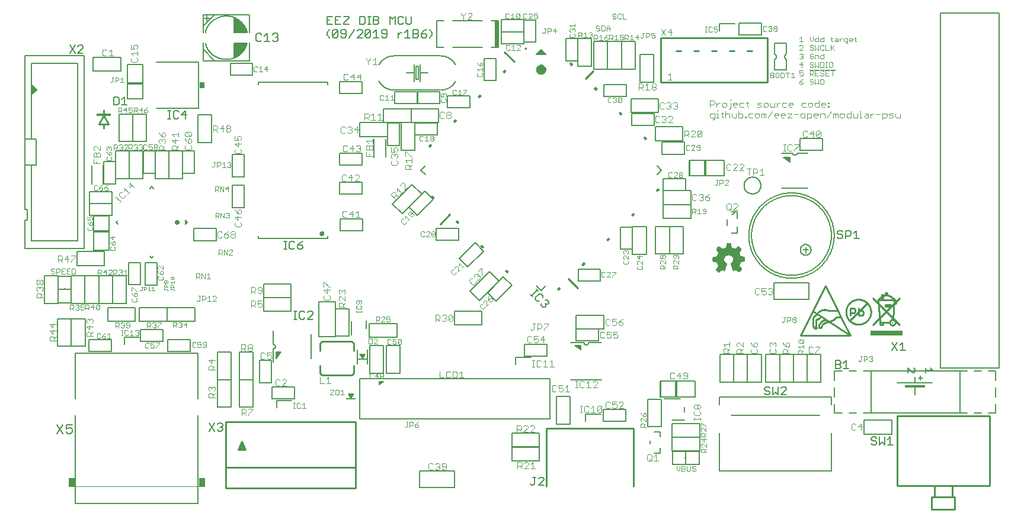
<source format=gto>
G75*
%MOIN*%
%OFA0B0*%
%FSLAX25Y25*%
%IPPOS*%
%LPD*%
%AMOC8*
5,1,8,0,0,1.08239X$1,22.5*
%
%ADD10R,0.01485X0.00015*%
%ADD11R,0.00045X0.00015*%
%ADD12R,0.00105X0.00015*%
%ADD13R,0.00165X0.00015*%
%ADD14R,0.00225X0.00015*%
%ADD15R,0.00285X0.00015*%
%ADD16R,0.00345X0.00015*%
%ADD17R,0.00405X0.00015*%
%ADD18R,0.00435X0.00015*%
%ADD19R,0.00465X0.00015*%
%ADD20R,0.00495X0.00015*%
%ADD21R,0.00540X0.00015*%
%ADD22R,0.00585X0.00015*%
%ADD23R,0.00645X0.00015*%
%ADD24R,0.00150X0.00015*%
%ADD25R,0.00675X0.00015*%
%ADD26R,0.00195X0.00015*%
%ADD27R,0.00705X0.00015*%
%ADD28R,0.00240X0.00015*%
%ADD29R,0.00735X0.00015*%
%ADD30R,0.00270X0.00015*%
%ADD31R,0.00765X0.00015*%
%ADD32R,0.00300X0.00015*%
%ADD33R,0.00810X0.00015*%
%ADD34R,0.00360X0.00015*%
%ADD35R,0.00855X0.00015*%
%ADD36R,0.00435X0.00015*%
%ADD37R,0.00915X0.00015*%
%ADD38R,0.00465X0.00015*%
%ADD39R,0.00945X0.00015*%
%ADD40R,0.00960X0.00015*%
%ADD41R,0.00525X0.00015*%
%ADD42R,0.00990X0.00015*%
%ADD43R,0.00555X0.00015*%
%ADD44R,0.01035X0.00015*%
%ADD45R,0.00600X0.00015*%
%ADD46R,0.01080X0.00015*%
%ADD47R,0.01125X0.00015*%
%ADD48R,0.01170X0.00015*%
%ADD49R,0.00720X0.00015*%
%ADD50R,0.01200X0.00015*%
%ADD51R,0.00750X0.00015*%
%ADD52R,0.01230X0.00015*%
%ADD53R,0.00780X0.00015*%
%ADD54R,0.01260X0.00015*%
%ADD55R,0.00810X0.00015*%
%ADD56R,0.01305X0.00015*%
%ADD57R,0.01365X0.00015*%
%ADD58R,0.00900X0.00015*%
%ADD59R,0.01395X0.00015*%
%ADD60R,0.01440X0.00015*%
%ADD61R,0.01470X0.00015*%
%ADD62R,0.01005X0.00015*%
%ADD63R,0.01500X0.00015*%
%ADD64R,0.01020X0.00015*%
%ADD65R,0.01530X0.00015*%
%ADD66R,0.01065X0.00015*%
%ADD67R,0.01575X0.00015*%
%ADD68R,0.01095X0.00015*%
%ADD69R,0.01635X0.00015*%
%ADD70R,0.01155X0.00015*%
%ADD71R,0.01680X0.00015*%
%ADD72R,0.01200X0.00015*%
%ADD73R,0.01710X0.00015*%
%ADD74R,0.01230X0.00015*%
%ADD75R,0.01725X0.00015*%
%ADD76R,0.01245X0.00015*%
%ADD77R,0.01755X0.00015*%
%ADD78R,0.01275X0.00015*%
%ADD79R,0.01800X0.00015*%
%ADD80R,0.01320X0.00015*%
%ADD81R,0.01860X0.00015*%
%ADD82R,0.01905X0.00015*%
%ADD83R,0.01410X0.00015*%
%ADD84R,0.01935X0.00015*%
%ADD85R,0.01455X0.00015*%
%ADD86R,0.01965X0.00015*%
%ADD87R,0.01485X0.00015*%
%ADD88R,0.01995X0.00015*%
%ADD89R,0.01515X0.00015*%
%ADD90R,0.02040X0.00015*%
%ADD91R,0.01530X0.00015*%
%ADD92R,0.02070X0.00015*%
%ADD93R,0.01575X0.00015*%
%ADD94R,0.02115X0.00015*%
%ADD95R,0.01620X0.00015*%
%ADD96R,0.02160X0.00015*%
%ADD97R,0.01665X0.00015*%
%ADD98R,0.02190X0.00015*%
%ADD99R,0.00075X0.00015*%
%ADD100R,0.01695X0.00015*%
%ADD101R,0.02220X0.00015*%
%ADD102R,0.00105X0.00015*%
%ADD103R,0.02235X0.00015*%
%ADD104R,0.00135X0.00015*%
%ADD105R,0.01755X0.00015*%
%ADD106R,0.02280X0.00015*%
%ADD107R,0.00180X0.00015*%
%ADD108R,0.01785X0.00015*%
%ADD109R,0.02340X0.00015*%
%ADD110R,0.00240X0.00015*%
%ADD111R,0.01830X0.00015*%
%ADD112R,0.02385X0.00015*%
%ADD113R,0.01890X0.00015*%
%ADD114R,0.02415X0.00015*%
%ADD115R,0.00330X0.00015*%
%ADD116R,0.00120X0.00015*%
%ADD117R,0.01920X0.00015*%
%ADD118R,0.02430X0.00015*%
%ADD119R,0.00375X0.00015*%
%ADD120R,0.02460X0.00015*%
%ADD121R,0.00405X0.00015*%
%ADD122R,0.00195X0.00015*%
%ADD123R,0.01965X0.00015*%
%ADD124R,0.02505X0.00015*%
%ADD125R,0.00210X0.00015*%
%ADD126R,0.02010X0.00015*%
%ADD127R,0.02535X0.00015*%
%ADD128R,0.00480X0.00015*%
%ADD129R,0.02580X0.00015*%
%ADD130R,0.00540X0.00015*%
%ADD131R,0.02085X0.00015*%
%ADD132R,0.02625X0.00015*%
%ADD133R,0.02130X0.00015*%
%ADD134R,0.02670X0.00015*%
%ADD135R,0.00630X0.00015*%
%ADD136R,0.02700X0.00015*%
%ADD137R,0.00660X0.00015*%
%ADD138R,0.00450X0.00015*%
%ADD139R,0.02190X0.00015*%
%ADD140R,0.02715X0.00015*%
%ADD141R,0.02205X0.00015*%
%ADD142R,0.02745X0.00015*%
%ADD143R,0.00510X0.00015*%
%ADD144R,0.02235X0.00015*%
%ADD145R,0.02775X0.00015*%
%ADD146R,0.02820X0.00015*%
%ADD147R,0.02310X0.00015*%
%ADD148R,0.02880X0.00015*%
%ADD149R,0.00855X0.00015*%
%ADD150R,0.02355X0.00015*%
%ADD151R,0.02895X0.00015*%
%ADD152R,0.00870X0.00015*%
%ADD153R,0.00660X0.00015*%
%ADD154R,0.02925X0.00015*%
%ADD155R,0.00690X0.00015*%
%ADD156R,0.02970X0.00015*%
%ADD157R,0.03000X0.00015*%
%ADD158R,0.00750X0.00015*%
%ADD159R,0.03045X0.00015*%
%ADD160R,0.01005X0.00015*%
%ADD161R,0.00780X0.00015*%
%ADD162R,0.02505X0.00015*%
%ADD163R,0.03090X0.00015*%
%ADD164R,0.01050X0.00015*%
%ADD165R,0.00825X0.00015*%
%ADD166R,0.02550X0.00015*%
%ADD167R,0.03135X0.00015*%
%ADD168R,0.01095X0.00015*%
%ADD169R,0.00870X0.00015*%
%ADD170R,0.03165X0.00015*%
%ADD171R,0.01125X0.00015*%
%ADD172R,0.02625X0.00015*%
%ADD173R,0.03195X0.00015*%
%ADD174R,0.01140X0.00015*%
%ADD175R,0.00930X0.00015*%
%ADD176R,0.02655X0.00015*%
%ADD177R,0.03210X0.00015*%
%ADD178R,0.00960X0.00015*%
%ADD179R,0.03240X0.00015*%
%ADD180R,0.02700X0.00015*%
%ADD181R,0.03285X0.00015*%
%ADD182R,0.01245X0.00015*%
%ADD183R,0.02745X0.00015*%
%ADD184R,0.03330X0.00015*%
%ADD185R,0.02790X0.00015*%
%ADD186R,0.03360X0.00015*%
%ADD187R,0.01110X0.00015*%
%ADD188R,0.02835X0.00015*%
%ADD189R,0.03390X0.00015*%
%ADD190R,0.01335X0.00015*%
%ADD191R,0.01140X0.00015*%
%ADD192R,0.02865X0.00015*%
%ADD193R,0.03420X0.00015*%
%ADD194R,0.01155X0.00015*%
%ADD195R,0.04905X0.00015*%
%ADD196R,0.04920X0.00015*%
%ADD197R,0.02940X0.00015*%
%ADD198R,0.04950X0.00015*%
%ADD199R,0.02985X0.00015*%
%ADD200R,0.04965X0.00015*%
%ADD201R,0.01275X0.00015*%
%ADD202R,0.03015X0.00015*%
%ADD203R,0.04980X0.00015*%
%ADD204R,0.03045X0.00015*%
%ADD205R,0.05010X0.00015*%
%ADD206R,0.01335X0.00015*%
%ADD207R,0.03075X0.00015*%
%ADD208R,0.01350X0.00015*%
%ADD209R,0.03105X0.00015*%
%ADD210R,0.05040X0.00015*%
%ADD211R,0.01380X0.00015*%
%ADD212R,0.05040X0.00015*%
%ADD213R,0.01410X0.00015*%
%ADD214R,0.03180X0.00015*%
%ADD215R,0.05070X0.00015*%
%ADD216R,0.03225X0.00015*%
%ADD217R,0.03255X0.00015*%
%ADD218R,0.05085X0.00015*%
%ADD219R,0.01515X0.00015*%
%ADD220R,0.03300X0.00015*%
%ADD221R,0.05100X0.00015*%
%ADD222R,0.04935X0.00015*%
%ADD223R,0.05115X0.00015*%
%ADD224R,0.04995X0.00015*%
%ADD225R,0.05130X0.00015*%
%ADD226R,0.05010X0.00015*%
%ADD227R,0.05130X0.00015*%
%ADD228R,0.05010X0.00015*%
%ADD229R,0.05025X0.00015*%
%ADD230R,0.05040X0.00015*%
%ADD231R,0.05055X0.00015*%
%ADD232R,0.05130X0.00015*%
%ADD233R,0.05085X0.00015*%
%ADD234R,0.05115X0.00015*%
%ADD235R,0.05145X0.00015*%
%ADD236R,0.05160X0.00015*%
%ADD237R,0.05130X0.00015*%
%ADD238R,0.05190X0.00015*%
%ADD239R,0.05190X0.00015*%
%ADD240R,0.05205X0.00015*%
%ADD241R,0.05220X0.00015*%
%ADD242R,0.05070X0.00015*%
%ADD243R,0.05085X0.00015*%
%ADD244R,0.05205X0.00015*%
%ADD245R,0.05220X0.00015*%
%ADD246R,0.05055X0.00015*%
%ADD247R,0.05025X0.00015*%
%ADD248R,0.05205X0.00015*%
%ADD249R,0.05025X0.00015*%
%ADD250R,0.05190X0.00015*%
%ADD251R,0.05190X0.00015*%
%ADD252R,0.04995X0.00015*%
%ADD253R,0.05175X0.00015*%
%ADD254R,0.04950X0.00015*%
%ADD255R,0.05145X0.00015*%
%ADD256R,0.05145X0.00015*%
%ADD257R,0.04920X0.00015*%
%ADD258R,0.04905X0.00015*%
%ADD259R,0.04905X0.00015*%
%ADD260R,0.05115X0.00015*%
%ADD261R,0.04890X0.00015*%
%ADD262R,0.04890X0.00015*%
%ADD263R,0.04875X0.00015*%
%ADD264R,0.04845X0.00015*%
%ADD265R,0.04830X0.00015*%
%ADD266R,0.04830X0.00015*%
%ADD267R,0.05070X0.00015*%
%ADD268R,0.04830X0.00015*%
%ADD269R,0.04815X0.00015*%
%ADD270R,0.04800X0.00015*%
%ADD271R,0.04800X0.00015*%
%ADD272R,0.05010X0.00015*%
%ADD273R,0.04785X0.00015*%
%ADD274R,0.04770X0.00015*%
%ADD275R,0.04770X0.00015*%
%ADD276R,0.04755X0.00015*%
%ADD277R,0.04740X0.00015*%
%ADD278R,0.04725X0.00015*%
%ADD279R,0.04725X0.00015*%
%ADD280R,0.04980X0.00015*%
%ADD281R,0.04710X0.00015*%
%ADD282R,0.04725X0.00015*%
%ADD283R,0.04710X0.00015*%
%ADD284R,0.04695X0.00015*%
%ADD285R,0.04680X0.00015*%
%ADD286R,0.04695X0.00015*%
%ADD287R,0.04680X0.00015*%
%ADD288R,0.04905X0.00015*%
%ADD289R,0.04665X0.00015*%
%ADD290R,0.04650X0.00015*%
%ADD291R,0.04635X0.00015*%
%ADD292R,0.04620X0.00015*%
%ADD293R,0.04620X0.00015*%
%ADD294R,0.04890X0.00015*%
%ADD295R,0.04605X0.00015*%
%ADD296R,0.04605X0.00015*%
%ADD297R,0.04590X0.00015*%
%ADD298R,0.04845X0.00015*%
%ADD299R,0.04575X0.00015*%
%ADD300R,0.04590X0.00015*%
%ADD301R,0.04575X0.00015*%
%ADD302R,0.04845X0.00015*%
%ADD303R,0.04560X0.00015*%
%ADD304R,0.04545X0.00015*%
%ADD305R,0.04530X0.00015*%
%ADD306R,0.04515X0.00015*%
%ADD307R,0.04530X0.00015*%
%ADD308R,0.04500X0.00015*%
%ADD309R,0.04515X0.00015*%
%ADD310R,0.04785X0.00015*%
%ADD311R,0.04485X0.00015*%
%ADD312R,0.04755X0.00015*%
%ADD313R,0.04470X0.00015*%
%ADD314R,0.04740X0.00015*%
%ADD315R,0.04485X0.00015*%
%ADD316R,0.04755X0.00015*%
%ADD317R,0.04545X0.00015*%
%ADD318R,0.04695X0.00015*%
%ADD319R,0.04680X0.00015*%
%ADD320R,0.04665X0.00015*%
%ADD321R,0.04725X0.00015*%
%ADD322R,0.04680X0.00015*%
%ADD323R,0.04860X0.00015*%
%ADD324R,0.04740X0.00015*%
%ADD325R,0.04875X0.00015*%
%ADD326R,0.04965X0.00015*%
%ADD327R,0.04860X0.00015*%
%ADD328R,0.04995X0.00015*%
%ADD329R,0.04875X0.00015*%
%ADD330R,0.04980X0.00015*%
%ADD331R,0.05235X0.00015*%
%ADD332R,0.05235X0.00015*%
%ADD333R,0.05250X0.00015*%
%ADD334R,0.05280X0.00015*%
%ADD335R,0.05295X0.00015*%
%ADD336R,0.05325X0.00015*%
%ADD337R,0.05340X0.00015*%
%ADD338R,0.05235X0.00015*%
%ADD339R,0.05355X0.00015*%
%ADD340R,0.05370X0.00015*%
%ADD341R,0.05265X0.00015*%
%ADD342R,0.05370X0.00015*%
%ADD343R,0.05280X0.00015*%
%ADD344R,0.05385X0.00015*%
%ADD345R,0.05295X0.00015*%
%ADD346R,0.05400X0.00015*%
%ADD347R,0.05415X0.00015*%
%ADD348R,0.05310X0.00015*%
%ADD349R,0.05430X0.00015*%
%ADD350R,0.05445X0.00015*%
%ADD351R,0.05460X0.00015*%
%ADD352R,0.05355X0.00015*%
%ADD353R,0.05475X0.00015*%
%ADD354R,0.05505X0.00015*%
%ADD355R,0.05520X0.00015*%
%ADD356R,0.05535X0.00015*%
%ADD357R,0.05550X0.00015*%
%ADD358R,0.05550X0.00015*%
%ADD359R,0.05475X0.00015*%
%ADD360R,0.05490X0.00015*%
%ADD361R,0.05475X0.00015*%
%ADD362R,0.05385X0.00015*%
%ADD363R,0.05370X0.00015*%
%ADD364R,0.05325X0.00015*%
%ADD365R,0.05310X0.00015*%
%ADD366R,0.05265X0.00015*%
%ADD367R,0.05175X0.00015*%
%ADD368R,0.04980X0.00015*%
%ADD369R,0.04965X0.00015*%
%ADD370R,0.04860X0.00015*%
%ADD371R,0.04845X0.00015*%
%ADD372R,0.04815X0.00015*%
%ADD373R,0.04770X0.00015*%
%ADD374R,0.05295X0.00015*%
%ADD375R,0.04635X0.00015*%
%ADD376R,0.05610X0.00015*%
%ADD377R,0.05700X0.00015*%
%ADD378R,0.05760X0.00015*%
%ADD379R,0.05805X0.00015*%
%ADD380R,0.05850X0.00015*%
%ADD381R,0.05895X0.00015*%
%ADD382R,0.06000X0.00015*%
%ADD383R,0.06135X0.00015*%
%ADD384R,0.06225X0.00015*%
%ADD385R,0.06300X0.00015*%
%ADD386R,0.06330X0.00015*%
%ADD387R,0.06375X0.00015*%
%ADD388R,0.06450X0.00015*%
%ADD389R,0.06570X0.00015*%
%ADD390R,0.05565X0.00015*%
%ADD391R,0.06690X0.00015*%
%ADD392R,0.06735X0.00015*%
%ADD393R,0.05790X0.00015*%
%ADD394R,0.06765X0.00015*%
%ADD395R,0.05850X0.00015*%
%ADD396R,0.06780X0.00015*%
%ADD397R,0.05895X0.00015*%
%ADD398R,0.06795X0.00015*%
%ADD399R,0.05955X0.00015*%
%ADD400R,0.06810X0.00015*%
%ADD401R,0.06060X0.00015*%
%ADD402R,0.06195X0.00015*%
%ADD403R,0.06825X0.00015*%
%ADD404R,0.06330X0.00015*%
%ADD405R,0.06840X0.00015*%
%ADD406R,0.06390X0.00015*%
%ADD407R,0.06495X0.00015*%
%ADD408R,0.06840X0.00015*%
%ADD409R,0.06555X0.00015*%
%ADD410R,0.06825X0.00015*%
%ADD411R,0.06645X0.00015*%
%ADD412R,0.06825X0.00015*%
%ADD413R,0.06705X0.00015*%
%ADD414R,0.06705X0.00015*%
%ADD415R,0.06810X0.00015*%
%ADD416R,0.06720X0.00015*%
%ADD417R,0.06795X0.00015*%
%ADD418R,0.06750X0.00015*%
%ADD419R,0.06765X0.00015*%
%ADD420R,0.06795X0.00015*%
%ADD421R,0.06780X0.00015*%
%ADD422R,0.06780X0.00015*%
%ADD423R,0.06750X0.00015*%
%ADD424R,0.06720X0.00015*%
%ADD425R,0.06720X0.00015*%
%ADD426R,0.06705X0.00015*%
%ADD427R,0.06705X0.00015*%
%ADD428R,0.06690X0.00015*%
%ADD429R,0.06675X0.00015*%
%ADD430R,0.06690X0.00015*%
%ADD431R,0.06675X0.00015*%
%ADD432R,0.06675X0.00015*%
%ADD433R,0.06660X0.00015*%
%ADD434R,0.06675X0.00015*%
%ADD435R,0.06660X0.00015*%
%ADD436R,0.06660X0.00015*%
%ADD437R,0.06645X0.00015*%
%ADD438R,0.06630X0.00015*%
%ADD439R,0.06660X0.00015*%
%ADD440R,0.06630X0.00015*%
%ADD441R,0.06645X0.00015*%
%ADD442R,0.06735X0.00015*%
%ADD443R,0.06765X0.00015*%
%ADD444R,0.06780X0.00015*%
%ADD445R,0.06825X0.00015*%
%ADD446R,0.06855X0.00015*%
%ADD447R,0.06855X0.00015*%
%ADD448R,0.06870X0.00015*%
%ADD449R,0.06885X0.00015*%
%ADD450R,0.06525X0.00015*%
%ADD451R,0.06405X0.00015*%
%ADD452R,0.06255X0.00015*%
%ADD453R,0.06165X0.00015*%
%ADD454R,0.06870X0.00015*%
%ADD455R,0.06120X0.00015*%
%ADD456R,0.06885X0.00015*%
%ADD457R,0.06060X0.00015*%
%ADD458R,0.06015X0.00015*%
%ADD459R,0.05910X0.00015*%
%ADD460R,0.05670X0.00015*%
%ADD461R,0.05595X0.00015*%
%ADD462R,0.06585X0.00015*%
%ADD463R,0.05160X0.00015*%
%ADD464R,0.06390X0.00015*%
%ADD465R,0.05025X0.00015*%
%ADD466R,0.06330X0.00015*%
%ADD467R,0.06075X0.00015*%
%ADD468R,0.05820X0.00015*%
%ADD469R,0.05775X0.00015*%
%ADD470R,0.05685X0.00015*%
%ADD471R,0.05460X0.00015*%
%ADD472R,0.04860X0.00015*%
%ADD473R,0.04935X0.00015*%
%ADD474R,0.05160X0.00015*%
%ADD475R,0.05325X0.00015*%
%ADD476R,0.05340X0.00015*%
%ADD477R,0.05355X0.00015*%
%ADD478R,0.05430X0.00015*%
%ADD479R,0.05535X0.00015*%
%ADD480R,0.05595X0.00015*%
%ADD481R,0.05640X0.00015*%
%ADD482R,0.05640X0.00015*%
%ADD483R,0.05670X0.00015*%
%ADD484R,0.05685X0.00015*%
%ADD485R,0.05700X0.00015*%
%ADD486R,0.05715X0.00015*%
%ADD487R,0.05715X0.00015*%
%ADD488R,0.05730X0.00015*%
%ADD489R,0.05745X0.00015*%
%ADD490R,0.05760X0.00015*%
%ADD491R,0.06000X0.00015*%
%ADD492R,0.06105X0.00015*%
%ADD493R,0.06180X0.00015*%
%ADD494R,0.06210X0.00015*%
%ADD495R,0.12690X0.00015*%
%ADD496R,0.12675X0.00015*%
%ADD497R,0.12660X0.00015*%
%ADD498R,0.12660X0.00015*%
%ADD499R,0.12645X0.00015*%
%ADD500R,0.12615X0.00015*%
%ADD501R,0.12600X0.00015*%
%ADD502R,0.12585X0.00015*%
%ADD503R,0.12555X0.00015*%
%ADD504R,0.12540X0.00015*%
%ADD505R,0.12525X0.00015*%
%ADD506R,0.12510X0.00015*%
%ADD507R,0.12510X0.00015*%
%ADD508R,0.12480X0.00015*%
%ADD509R,0.12450X0.00015*%
%ADD510R,0.12435X0.00015*%
%ADD511R,0.12420X0.00015*%
%ADD512R,0.12390X0.00015*%
%ADD513R,0.12375X0.00015*%
%ADD514R,0.12360X0.00015*%
%ADD515R,0.12330X0.00015*%
%ADD516R,0.12300X0.00015*%
%ADD517R,0.12285X0.00015*%
%ADD518R,0.12270X0.00015*%
%ADD519R,0.12255X0.00015*%
%ADD520R,0.12240X0.00015*%
%ADD521R,0.12225X0.00015*%
%ADD522R,0.12195X0.00015*%
%ADD523R,0.12165X0.00015*%
%ADD524R,0.12150X0.00015*%
%ADD525R,0.12135X0.00015*%
%ADD526R,0.12120X0.00015*%
%ADD527R,0.12090X0.00015*%
%ADD528R,0.12075X0.00015*%
%ADD529R,0.12060X0.00015*%
%ADD530R,0.12045X0.00015*%
%ADD531R,0.12015X0.00015*%
%ADD532R,0.12000X0.00015*%
%ADD533R,0.11985X0.00015*%
%ADD534R,0.11955X0.00015*%
%ADD535R,0.11940X0.00015*%
%ADD536R,0.11925X0.00015*%
%ADD537R,0.11910X0.00015*%
%ADD538R,0.11910X0.00015*%
%ADD539R,0.11880X0.00015*%
%ADD540R,0.11850X0.00015*%
%ADD541R,0.11835X0.00015*%
%ADD542R,0.11805X0.00015*%
%ADD543R,0.11775X0.00015*%
%ADD544R,0.11760X0.00015*%
%ADD545R,0.11745X0.00015*%
%ADD546R,0.11730X0.00015*%
%ADD547R,0.11700X0.00015*%
%ADD548R,0.11700X0.00015*%
%ADD549R,0.11685X0.00015*%
%ADD550R,0.11655X0.00015*%
%ADD551R,0.11640X0.00015*%
%ADD552R,0.11625X0.00015*%
%ADD553R,0.11625X0.00015*%
%ADD554R,0.11670X0.00015*%
%ADD555R,0.11715X0.00015*%
%ADD556R,0.11790X0.00015*%
%ADD557R,0.11820X0.00015*%
%ADD558R,0.11820X0.00015*%
%ADD559R,0.11880X0.00015*%
%ADD560R,0.11895X0.00015*%
%ADD561R,0.11970X0.00015*%
%ADD562R,0.12045X0.00015*%
%ADD563R,0.12075X0.00015*%
%ADD564R,0.12105X0.00015*%
%ADD565R,0.12135X0.00015*%
%ADD566R,0.12165X0.00015*%
%ADD567R,0.12180X0.00015*%
%ADD568R,0.12195X0.00015*%
%ADD569R,0.12210X0.00015*%
%ADD570R,0.12225X0.00015*%
%ADD571R,0.12255X0.00015*%
%ADD572R,0.12360X0.00015*%
%ADD573R,0.12390X0.00015*%
%ADD574R,0.12405X0.00015*%
%ADD575R,0.12435X0.00015*%
%ADD576R,0.12480X0.00015*%
%ADD577R,0.12480X0.00015*%
%ADD578R,0.12510X0.00015*%
%ADD579R,0.12570X0.00015*%
%ADD580R,0.12630X0.00015*%
%ADD581R,0.12675X0.00015*%
%ADD582R,0.12705X0.00015*%
%ADD583R,0.12735X0.00015*%
%ADD584R,0.12750X0.00015*%
%ADD585R,0.12780X0.00015*%
%ADD586R,0.12795X0.00015*%
%ADD587R,0.12810X0.00015*%
%ADD588R,0.12840X0.00015*%
%ADD589R,0.12855X0.00015*%
%ADD590R,0.12885X0.00015*%
%ADD591R,0.12900X0.00015*%
%ADD592R,0.12915X0.00015*%
%ADD593R,0.12945X0.00015*%
%ADD594R,0.12960X0.00015*%
%ADD595R,0.12990X0.00015*%
%ADD596R,0.13005X0.00015*%
%ADD597R,0.13020X0.00015*%
%ADD598R,0.13035X0.00015*%
%ADD599R,0.13065X0.00015*%
%ADD600R,0.13080X0.00015*%
%ADD601R,0.13110X0.00015*%
%ADD602R,0.13125X0.00015*%
%ADD603R,0.13155X0.00015*%
%ADD604R,0.13170X0.00015*%
%ADD605R,0.13200X0.00015*%
%ADD606R,0.13230X0.00015*%
%ADD607R,0.13260X0.00015*%
%ADD608R,0.13290X0.00015*%
%ADD609R,0.13320X0.00015*%
%ADD610R,0.13350X0.00015*%
%ADD611R,0.13365X0.00015*%
%ADD612R,0.13395X0.00015*%
%ADD613R,0.13425X0.00015*%
%ADD614R,0.13455X0.00015*%
%ADD615R,0.13470X0.00015*%
%ADD616R,0.13500X0.00015*%
%ADD617R,0.13530X0.00015*%
%ADD618R,0.13560X0.00015*%
%ADD619R,0.13575X0.00015*%
%ADD620R,0.13605X0.00015*%
%ADD621R,0.13635X0.00015*%
%ADD622R,0.13650X0.00015*%
%ADD623R,0.13680X0.00015*%
%ADD624R,0.13695X0.00015*%
%ADD625R,0.13725X0.00015*%
%ADD626R,0.13740X0.00015*%
%ADD627R,0.13770X0.00015*%
%ADD628R,0.13785X0.00015*%
%ADD629R,0.13800X0.00015*%
%ADD630R,0.13830X0.00015*%
%ADD631R,0.13860X0.00015*%
%ADD632R,0.13875X0.00015*%
%ADD633R,0.13905X0.00015*%
%ADD634R,0.13935X0.00015*%
%ADD635R,0.13950X0.00015*%
%ADD636R,0.13980X0.00015*%
%ADD637R,0.14010X0.00015*%
%ADD638R,0.14025X0.00015*%
%ADD639R,0.14055X0.00015*%
%ADD640R,0.14070X0.00015*%
%ADD641R,0.14085X0.00015*%
%ADD642R,0.14115X0.00015*%
%ADD643R,0.14145X0.00015*%
%ADD644R,0.14160X0.00015*%
%ADD645R,0.14190X0.00015*%
%ADD646R,0.14205X0.00015*%
%ADD647R,0.14220X0.00015*%
%ADD648R,0.14235X0.00015*%
%ADD649R,0.14265X0.00015*%
%ADD650R,0.14280X0.00015*%
%ADD651R,0.14295X0.00015*%
%ADD652R,0.14295X0.00015*%
%ADD653R,0.14250X0.00015*%
%ADD654R,0.14205X0.00015*%
%ADD655R,0.14175X0.00015*%
%ADD656R,0.14160X0.00015*%
%ADD657R,0.14130X0.00015*%
%ADD658R,0.14100X0.00015*%
%ADD659R,0.14040X0.00015*%
%ADD660R,0.14010X0.00015*%
%ADD661R,0.03465X0.00015*%
%ADD662R,0.10440X0.00015*%
%ADD663R,0.03420X0.00015*%
%ADD664R,0.10395X0.00015*%
%ADD665R,0.03375X0.00015*%
%ADD666R,0.10335X0.00015*%
%ADD667R,0.03570X0.00015*%
%ADD668R,0.06600X0.00015*%
%ADD669R,0.03525X0.00015*%
%ADD670R,0.03270X0.00015*%
%ADD671R,0.03495X0.00015*%
%ADD672R,0.03210X0.00015*%
%ADD673R,0.06480X0.00015*%
%ADD674R,0.03435X0.00015*%
%ADD675R,0.03165X0.00015*%
%ADD676R,0.03390X0.00015*%
%ADD677R,0.03120X0.00015*%
%ADD678R,0.06315X0.00015*%
%ADD679R,0.03345X0.00015*%
%ADD680R,0.03090X0.00015*%
%ADD681R,0.03075X0.00015*%
%ADD682R,0.06225X0.00015*%
%ADD683R,0.03270X0.00015*%
%ADD684R,0.06180X0.00015*%
%ADD685R,0.02970X0.00015*%
%ADD686R,0.06075X0.00015*%
%ADD687R,0.03195X0.00015*%
%ADD688R,0.02925X0.00015*%
%ADD689R,0.05985X0.00015*%
%ADD690R,0.03135X0.00015*%
%ADD691R,0.02850X0.00015*%
%ADD692R,0.05835X0.00015*%
%ADD693R,0.03030X0.00015*%
%ADD694R,0.02805X0.00015*%
%ADD695R,0.02730X0.00015*%
%ADD696R,0.05625X0.00015*%
%ADD697R,0.02925X0.00015*%
%ADD698R,0.02640X0.00015*%
%ADD699R,0.02595X0.00015*%
%ADD700R,0.02565X0.00015*%
%ADD701R,0.02760X0.00015*%
%ADD702R,0.02520X0.00015*%
%ADD703R,0.02730X0.00015*%
%ADD704R,0.02475X0.00015*%
%ADD705R,0.02685X0.00015*%
%ADD706R,0.02445X0.00015*%
%ADD707R,0.02400X0.00015*%
%ADD708R,0.02370X0.00015*%
%ADD709R,0.02565X0.00015*%
%ADD710R,0.02340X0.00015*%
%ADD711R,0.02325X0.00015*%
%ADD712R,0.02505X0.00015*%
%ADD713R,0.02280X0.00015*%
%ADD714R,0.02460X0.00015*%
%ADD715R,0.04560X0.00015*%
%ADD716R,0.02190X0.00015*%
%ADD717R,0.04440X0.00015*%
%ADD718R,0.02370X0.00015*%
%ADD719R,0.02145X0.00015*%
%ADD720R,0.04365X0.00015*%
%ADD721R,0.04320X0.00015*%
%ADD722R,0.02310X0.00015*%
%ADD723R,0.02100X0.00015*%
%ADD724R,0.04260X0.00015*%
%ADD725R,0.04200X0.00015*%
%ADD726R,0.02265X0.00015*%
%ADD727R,0.02040X0.00015*%
%ADD728R,0.04095X0.00015*%
%ADD729R,0.02220X0.00015*%
%ADD730R,0.03915X0.00015*%
%ADD731R,0.02175X0.00015*%
%ADD732R,0.03765X0.00015*%
%ADD733R,0.03675X0.00015*%
%ADD734R,0.01890X0.00015*%
%ADD735R,0.03615X0.00015*%
%ADD736R,0.02055X0.00015*%
%ADD737R,0.01860X0.00015*%
%ADD738R,0.03555X0.00015*%
%ADD739R,0.01815X0.00015*%
%ADD740R,0.03450X0.00015*%
%ADD741R,0.01725X0.00015*%
%ADD742R,0.03315X0.00015*%
%ADD743R,0.01905X0.00015*%
%ADD744R,0.01680X0.00015*%
%ADD745R,0.01650X0.00015*%
%ADD746R,0.01620X0.00015*%
%ADD747R,0.01590X0.00015*%
%ADD748R,0.01770X0.00015*%
%ADD749R,0.01560X0.00015*%
%ADD750R,0.03240X0.00015*%
%ADD751R,0.01740X0.00015*%
%ADD752R,0.01665X0.00015*%
%ADD753R,0.01455X0.00015*%
%ADD754R,0.01635X0.00015*%
%ADD755R,0.01410X0.00015*%
%ADD756R,0.01395X0.00015*%
%ADD757R,0.01365X0.00015*%
%ADD758R,0.01335X0.00015*%
%ADD759R,0.01290X0.00015*%
%ADD760R,0.03210X0.00015*%
%ADD761R,0.01455X0.00015*%
%ADD762R,0.01185X0.00015*%
%ADD763R,0.01290X0.00015*%
%ADD764R,0.01110X0.00015*%
%ADD765R,0.01260X0.00015*%
%ADD766R,0.03180X0.00015*%
%ADD767R,0.00975X0.00015*%
%ADD768R,0.03150X0.00015*%
%ADD769R,0.00885X0.00015*%
%ADD770R,0.03150X0.00015*%
%ADD771R,0.01050X0.00015*%
%ADD772R,0.00795X0.00015*%
%ADD773R,0.00885X0.00015*%
%ADD774R,0.00690X0.00015*%
%ADD775R,0.00840X0.00015*%
%ADD776R,0.00570X0.00015*%
%ADD777R,0.00525X0.00015*%
%ADD778R,0.03105X0.00015*%
%ADD779R,0.00660X0.00015*%
%ADD780R,0.00615X0.00015*%
%ADD781R,0.00420X0.00015*%
%ADD782R,0.00555X0.00015*%
%ADD783R,0.00390X0.00015*%
%ADD784R,0.00525X0.00015*%
%ADD785R,0.00360X0.00015*%
%ADD786R,0.00495X0.00015*%
%ADD787R,0.03075X0.00015*%
%ADD788R,0.00450X0.00015*%
%ADD789R,0.00225X0.00015*%
%ADD790R,0.00345X0.00015*%
%ADD791R,0.00255X0.00015*%
%ADD792R,0.03060X0.00015*%
%ADD793R,0.00180X0.00015*%
%ADD794R,0.00075X0.00015*%
%ADD795R,0.03000X0.00015*%
%ADD796R,0.02955X0.00015*%
%ADD797R,0.02940X0.00015*%
%ADD798R,0.02940X0.00015*%
%ADD799R,0.02910X0.00015*%
%ADD800R,0.02910X0.00015*%
%ADD801R,0.02865X0.00015*%
%ADD802R,0.02805X0.00015*%
%ADD803R,0.02775X0.00015*%
%ADD804R,0.02760X0.00015*%
%ADD805R,0.02655X0.00015*%
%ADD806R,0.02640X0.00015*%
%ADD807R,0.02610X0.00015*%
%ADD808R,0.02595X0.00015*%
%ADD809R,0.02535X0.00015*%
%ADD810R,0.02475X0.00015*%
%ADD811R,0.02175X0.00015*%
%ADD812R,0.01575X0.00015*%
%ADD813C,0.00300*%
%ADD814C,0.00500*%
%ADD815C,0.00400*%
%ADD816C,0.01000*%
%ADD817R,0.18000X0.03000*%
%ADD818C,0.00600*%
%ADD819C,0.00100*%
%ADD820R,0.01750X0.09000*%
%ADD821R,0.00600X0.09000*%
%ADD822R,0.11811X0.01181*%
%ADD823R,0.08268X0.01181*%
%ADD824C,0.00800*%
%ADD825R,0.03000X0.03400*%
%ADD826R,0.09000X0.01750*%
%ADD827R,0.09000X0.00600*%
%ADD828R,0.00787X0.00787*%
%ADD829C,0.00039*%
%ADD830R,0.03642X0.04500*%
%ADD831C,0.00200*%
%ADD832R,0.05512X0.00787*%
%ADD833R,0.01969X0.14961*%
D10*
X0450198Y0284969D03*
D11*
X0455513Y0280129D03*
X0458693Y0279424D03*
X0447308Y0279259D03*
D12*
X0447308Y0279274D03*
D13*
X0447308Y0279289D03*
D14*
X0447308Y0279304D03*
D15*
X0447308Y0279319D03*
X0447398Y0293704D03*
D16*
X0455558Y0280219D03*
X0447308Y0279333D03*
D17*
X0447308Y0279348D03*
X0455573Y0280233D03*
D18*
X0447308Y0279364D03*
D19*
X0447308Y0279379D03*
D20*
X0447308Y0279394D03*
X0458693Y0279559D03*
D21*
X0447315Y0279409D03*
D22*
X0447323Y0279424D03*
X0450338Y0280233D03*
X0455648Y0280324D03*
D23*
X0455663Y0280339D03*
X0458678Y0279619D03*
X0447323Y0279439D03*
D24*
X0455505Y0280159D03*
X0458700Y0279439D03*
D25*
X0458678Y0279633D03*
X0450308Y0280279D03*
X0447323Y0279454D03*
D26*
X0458693Y0279454D03*
D27*
X0455693Y0280383D03*
X0450293Y0280294D03*
X0447323Y0279469D03*
D28*
X0458701Y0279469D03*
D29*
X0447323Y0279483D03*
D30*
X0455536Y0280204D03*
X0458701Y0279483D03*
D31*
X0450278Y0280309D03*
X0447323Y0279498D03*
D32*
X0450436Y0280129D03*
X0458701Y0279498D03*
X0458325Y0293748D03*
D33*
X0447330Y0279514D03*
D34*
X0458701Y0279514D03*
D35*
X0458663Y0279709D03*
X0447338Y0279529D03*
D36*
X0450398Y0280189D03*
X0455588Y0280248D03*
X0458693Y0279529D03*
D37*
X0455753Y0280459D03*
X0450218Y0280383D03*
X0447338Y0279544D03*
X0447428Y0293448D03*
D38*
X0447413Y0293629D03*
X0458693Y0279544D03*
D39*
X0458663Y0279739D03*
X0450203Y0280398D03*
X0447338Y0279559D03*
X0458303Y0293509D03*
X0452723Y0295624D03*
D40*
X0447345Y0279574D03*
D41*
X0458693Y0279574D03*
D42*
X0458655Y0279754D03*
X0455776Y0280504D03*
X0447346Y0279589D03*
X0458296Y0293494D03*
D43*
X0458693Y0279589D03*
D44*
X0447353Y0279604D03*
D45*
X0458686Y0279604D03*
X0447421Y0293583D03*
D46*
X0458296Y0293448D03*
X0455805Y0280533D03*
X0447346Y0279619D03*
D47*
X0447353Y0279633D03*
D48*
X0447360Y0279648D03*
X0450136Y0280489D03*
X0455836Y0280594D03*
X0458280Y0293419D03*
D49*
X0458311Y0293598D03*
X0458670Y0279648D03*
D50*
X0447360Y0279664D03*
D51*
X0458670Y0279664D03*
D52*
X0447360Y0279679D03*
X0447451Y0293329D03*
X0458280Y0293404D03*
D53*
X0458311Y0293569D03*
X0458670Y0279679D03*
D54*
X0447361Y0279694D03*
D55*
X0450255Y0280324D03*
X0458670Y0279694D03*
X0458311Y0293554D03*
D56*
X0455888Y0280654D03*
X0447368Y0279709D03*
D57*
X0447368Y0279724D03*
X0450068Y0280579D03*
X0458633Y0279919D03*
D58*
X0458656Y0279724D03*
X0450225Y0280369D03*
D59*
X0447368Y0279739D03*
D60*
X0447376Y0279754D03*
D61*
X0447376Y0279769D03*
X0455926Y0280744D03*
D62*
X0458648Y0279769D03*
D63*
X0447375Y0279783D03*
X0447465Y0293224D03*
X0458265Y0293298D03*
D64*
X0458296Y0293479D03*
X0447435Y0293419D03*
X0458655Y0279783D03*
D65*
X0447376Y0279798D03*
D66*
X0458648Y0279798D03*
D67*
X0447383Y0279814D03*
D68*
X0458648Y0279814D03*
D69*
X0447383Y0279829D03*
D70*
X0458648Y0279829D03*
D71*
X0447390Y0279844D03*
D72*
X0450136Y0280504D03*
X0455851Y0280609D03*
X0458641Y0279844D03*
D73*
X0447390Y0279859D03*
D74*
X0458640Y0279859D03*
D75*
X0458603Y0280069D03*
X0447398Y0279874D03*
D76*
X0458633Y0279874D03*
D77*
X0447398Y0279889D03*
D78*
X0450098Y0280533D03*
X0458633Y0279889D03*
D79*
X0447391Y0279904D03*
X0458251Y0293179D03*
D80*
X0458281Y0293359D03*
X0458626Y0279904D03*
X0450090Y0280548D03*
D81*
X0447405Y0279919D03*
D82*
X0447413Y0279933D03*
X0447488Y0293059D03*
D83*
X0458626Y0279933D03*
D84*
X0458588Y0280159D03*
X0447413Y0279948D03*
X0447488Y0293044D03*
X0452903Y0295594D03*
D85*
X0455918Y0280729D03*
X0458618Y0279948D03*
D86*
X0447413Y0279964D03*
D87*
X0458618Y0279964D03*
D88*
X0447413Y0279979D03*
X0447488Y0293029D03*
D89*
X0458618Y0279979D03*
D90*
X0458580Y0280204D03*
X0447421Y0279994D03*
X0458236Y0293089D03*
D91*
X0458265Y0293283D03*
X0458610Y0279994D03*
D92*
X0447421Y0280009D03*
X0447495Y0292998D03*
D93*
X0458618Y0280009D03*
D94*
X0447428Y0280024D03*
D95*
X0458611Y0280024D03*
D96*
X0458565Y0280248D03*
X0447436Y0280039D03*
D97*
X0458603Y0280039D03*
D98*
X0447436Y0280054D03*
D99*
X0450488Y0280054D03*
D100*
X0458603Y0280054D03*
D101*
X0447435Y0280069D03*
D102*
X0450488Y0280069D03*
D103*
X0447443Y0280083D03*
X0447503Y0292924D03*
X0452918Y0295548D03*
D104*
X0450488Y0280083D03*
D105*
X0458603Y0280083D03*
D106*
X0458551Y0280309D03*
X0447451Y0280098D03*
D107*
X0450465Y0280098D03*
D108*
X0458603Y0280098D03*
X0447473Y0293119D03*
D109*
X0447451Y0280114D03*
D110*
X0450451Y0280114D03*
D111*
X0458595Y0280114D03*
X0458251Y0293164D03*
D112*
X0458543Y0280354D03*
X0447458Y0280129D03*
D113*
X0458596Y0280129D03*
D114*
X0458543Y0280369D03*
X0447458Y0280144D03*
X0458198Y0292924D03*
D115*
X0447406Y0293689D03*
X0450421Y0280144D03*
D116*
X0455505Y0280144D03*
X0447405Y0293733D03*
D117*
X0458596Y0280144D03*
D118*
X0458536Y0280383D03*
X0447465Y0280159D03*
X0452910Y0295474D03*
D119*
X0450413Y0280159D03*
D120*
X0447465Y0280174D03*
X0458536Y0280398D03*
D121*
X0450413Y0280174D03*
D122*
X0455513Y0280174D03*
D123*
X0458588Y0280174D03*
X0458243Y0293119D03*
D124*
X0447473Y0280189D03*
D125*
X0455520Y0280189D03*
D126*
X0458580Y0280189D03*
X0458236Y0293104D03*
D127*
X0458183Y0292879D03*
X0452903Y0295219D03*
X0452903Y0295233D03*
X0452903Y0295248D03*
X0452903Y0295279D03*
X0447473Y0280204D03*
D128*
X0450390Y0280204D03*
X0455596Y0280279D03*
X0458326Y0293689D03*
D129*
X0458176Y0292848D03*
X0452911Y0295144D03*
X0458520Y0280444D03*
X0447481Y0280219D03*
D130*
X0450361Y0280219D03*
X0455626Y0280309D03*
D131*
X0458573Y0280219D03*
X0458228Y0293059D03*
D132*
X0447488Y0280233D03*
D133*
X0458565Y0280233D03*
X0458221Y0293044D03*
X0447495Y0292969D03*
D134*
X0447556Y0292729D03*
X0452895Y0294933D03*
X0452895Y0294948D03*
X0458506Y0280489D03*
X0447495Y0280248D03*
D135*
X0450330Y0280248D03*
X0447421Y0293569D03*
D136*
X0452895Y0294814D03*
X0447495Y0280264D03*
D137*
X0450315Y0280264D03*
D138*
X0455596Y0280264D03*
D139*
X0458565Y0280264D03*
D140*
X0447503Y0280279D03*
X0452903Y0294709D03*
X0452903Y0294724D03*
X0452903Y0294739D03*
X0452903Y0294754D03*
X0452903Y0294769D03*
D141*
X0458558Y0280279D03*
D142*
X0447503Y0280294D03*
X0452903Y0294633D03*
D143*
X0455611Y0280294D03*
D144*
X0458558Y0280294D03*
D145*
X0447503Y0280309D03*
X0447563Y0292698D03*
X0458153Y0292774D03*
D146*
X0452896Y0294469D03*
X0452896Y0294483D03*
X0447570Y0292669D03*
X0447511Y0280324D03*
D147*
X0458551Y0280324D03*
D148*
X0458490Y0280579D03*
X0447511Y0280339D03*
X0447570Y0292639D03*
X0452896Y0294259D03*
X0452896Y0294274D03*
X0452896Y0294289D03*
X0452896Y0294304D03*
X0452896Y0294319D03*
X0452896Y0294333D03*
X0452896Y0294348D03*
X0458146Y0292729D03*
D149*
X0450233Y0280339D03*
D150*
X0458543Y0280339D03*
D151*
X0458483Y0280594D03*
X0447518Y0280354D03*
D152*
X0450226Y0280354D03*
D153*
X0455671Y0280354D03*
X0447421Y0293554D03*
D154*
X0447518Y0280369D03*
D155*
X0455686Y0280369D03*
D156*
X0447526Y0280383D03*
D157*
X0447525Y0280398D03*
X0458130Y0292683D03*
X0452880Y0293898D03*
X0452880Y0293929D03*
X0452880Y0293944D03*
D158*
X0458311Y0293583D03*
X0447420Y0293524D03*
X0455700Y0280398D03*
D159*
X0447533Y0280414D03*
D160*
X0450188Y0280414D03*
D161*
X0455715Y0280414D03*
D162*
X0458528Y0280414D03*
D163*
X0447540Y0280429D03*
X0452896Y0293659D03*
X0452896Y0293674D03*
X0452896Y0293689D03*
D164*
X0447435Y0293404D03*
X0450166Y0280429D03*
X0455790Y0280519D03*
D165*
X0455738Y0280429D03*
X0447428Y0293494D03*
D166*
X0452911Y0295204D03*
X0458520Y0280429D03*
D167*
X0458453Y0280698D03*
X0447548Y0280444D03*
X0452888Y0293494D03*
X0452888Y0293509D03*
X0452888Y0293524D03*
X0452888Y0293539D03*
X0452888Y0293554D03*
D168*
X0450158Y0280444D03*
D169*
X0455745Y0280444D03*
X0447421Y0293479D03*
D170*
X0452873Y0293433D03*
X0452873Y0293419D03*
X0447548Y0280459D03*
D171*
X0450158Y0280459D03*
X0447443Y0293374D03*
X0458288Y0293433D03*
D172*
X0458168Y0292833D03*
X0452903Y0295039D03*
X0452903Y0295054D03*
X0452903Y0295069D03*
X0447548Y0292759D03*
X0458513Y0280459D03*
D173*
X0447548Y0280474D03*
D174*
X0450151Y0280474D03*
D175*
X0455760Y0280474D03*
D176*
X0458513Y0280474D03*
X0452903Y0294979D03*
X0452903Y0294994D03*
X0452903Y0295009D03*
D177*
X0447555Y0280489D03*
D178*
X0455761Y0280489D03*
D179*
X0447555Y0280504D03*
D180*
X0458506Y0280504D03*
X0452895Y0294783D03*
X0452895Y0294798D03*
X0452895Y0294829D03*
X0452895Y0294844D03*
D181*
X0452888Y0293148D03*
X0447563Y0280519D03*
D182*
X0450113Y0280519D03*
X0455858Y0280624D03*
D183*
X0458498Y0280519D03*
D184*
X0447571Y0280533D03*
X0447615Y0292444D03*
D185*
X0452896Y0294529D03*
X0452896Y0294544D03*
X0458490Y0280533D03*
D186*
X0447571Y0280548D03*
X0452895Y0293119D03*
D187*
X0455820Y0280548D03*
D188*
X0458483Y0280548D03*
X0458153Y0292744D03*
X0452888Y0294439D03*
X0452888Y0294454D03*
D189*
X0447570Y0280564D03*
D190*
X0450083Y0280564D03*
D191*
X0455821Y0280564D03*
D192*
X0458483Y0280564D03*
X0452888Y0294364D03*
D193*
X0447570Y0280579D03*
D194*
X0455828Y0280579D03*
X0447443Y0293359D03*
D195*
X0448478Y0284989D03*
X0448718Y0284719D03*
X0448688Y0281644D03*
X0448298Y0280594D03*
X0457013Y0282333D03*
X0457028Y0282304D03*
X0457628Y0280774D03*
D196*
X0457111Y0282154D03*
X0457096Y0282183D03*
X0457096Y0282198D03*
X0457081Y0282229D03*
X0457035Y0284659D03*
X0457020Y0288424D03*
X0457005Y0288439D03*
X0456990Y0288454D03*
X0448470Y0288094D03*
X0448726Y0284704D03*
X0448740Y0284689D03*
X0448635Y0281569D03*
X0448620Y0281539D03*
X0448605Y0281509D03*
X0448290Y0280609D03*
D197*
X0458476Y0280609D03*
D198*
X0457635Y0280804D03*
X0457126Y0282124D03*
X0456600Y0283519D03*
X0456976Y0288483D03*
X0448816Y0288469D03*
X0448755Y0284659D03*
X0448770Y0284644D03*
X0449266Y0283354D03*
X0449266Y0283339D03*
X0448590Y0281479D03*
X0448290Y0280624D03*
D199*
X0458468Y0280624D03*
X0452888Y0293959D03*
D200*
X0448838Y0288498D03*
X0448823Y0288483D03*
X0448433Y0285004D03*
X0448568Y0281448D03*
X0448568Y0281433D03*
X0448283Y0280639D03*
X0456593Y0283533D03*
X0457133Y0282109D03*
X0457148Y0282094D03*
X0457643Y0280819D03*
X0456953Y0288498D03*
D201*
X0455873Y0280639D03*
D202*
X0458453Y0280639D03*
X0447593Y0292594D03*
D203*
X0448440Y0288079D03*
X0448785Y0284629D03*
X0448561Y0281419D03*
X0448546Y0281389D03*
X0448276Y0280654D03*
X0457155Y0282079D03*
X0457170Y0282048D03*
X0457170Y0282033D03*
X0457185Y0282019D03*
D204*
X0458453Y0280654D03*
X0458123Y0292654D03*
X0452888Y0293809D03*
X0452888Y0293824D03*
X0452888Y0293839D03*
X0447593Y0292579D03*
D205*
X0448861Y0288544D03*
X0448276Y0280683D03*
X0448276Y0280669D03*
X0457261Y0281883D03*
X0456961Y0284569D03*
D206*
X0455888Y0280669D03*
D207*
X0458453Y0280669D03*
D208*
X0455896Y0280683D03*
X0458281Y0293344D03*
D209*
X0452888Y0293569D03*
X0452888Y0293583D03*
X0452888Y0293598D03*
X0452888Y0293629D03*
X0452888Y0293644D03*
X0458453Y0280683D03*
D210*
X0457290Y0281824D03*
X0457276Y0281839D03*
X0448455Y0281239D03*
X0448455Y0281224D03*
X0448440Y0281209D03*
X0448276Y0280698D03*
X0448876Y0288559D03*
X0448890Y0288574D03*
D211*
X0455896Y0280698D03*
D212*
X0448276Y0280714D03*
D213*
X0455911Y0280714D03*
D214*
X0458446Y0280714D03*
D215*
X0448426Y0281179D03*
X0448276Y0280744D03*
X0448276Y0280729D03*
D216*
X0458438Y0280729D03*
X0458108Y0292594D03*
X0452873Y0293254D03*
X0452873Y0293269D03*
X0452873Y0293283D03*
X0452873Y0293298D03*
D217*
X0452873Y0293194D03*
X0447608Y0292489D03*
X0458423Y0280744D03*
D218*
X0448283Y0280759D03*
X0448883Y0284509D03*
D219*
X0455933Y0280759D03*
D220*
X0458415Y0280759D03*
X0458101Y0292548D03*
X0447615Y0292459D03*
D221*
X0448891Y0284494D03*
X0449251Y0283548D03*
X0448395Y0281119D03*
X0448395Y0281104D03*
X0448380Y0281089D03*
X0448380Y0281074D03*
X0448275Y0280789D03*
X0448275Y0280774D03*
X0456601Y0283654D03*
X0456601Y0283669D03*
X0456601Y0283683D03*
X0456601Y0283698D03*
X0456901Y0284479D03*
X0457395Y0281644D03*
X0457395Y0281629D03*
X0457410Y0281598D03*
X0456841Y0288633D03*
D222*
X0456983Y0288469D03*
X0457088Y0288379D03*
X0457028Y0284644D03*
X0457013Y0284629D03*
X0456593Y0283504D03*
X0457103Y0282169D03*
X0457118Y0282139D03*
X0457628Y0280789D03*
X0448628Y0281554D03*
X0448613Y0281524D03*
X0448598Y0281494D03*
X0448748Y0284674D03*
X0452888Y0292848D03*
D223*
X0448283Y0280833D03*
X0448283Y0280819D03*
X0448283Y0280804D03*
D224*
X0449258Y0283398D03*
X0449258Y0283429D03*
X0457193Y0282004D03*
X0457208Y0281989D03*
X0457223Y0281974D03*
X0457223Y0281959D03*
X0457643Y0280833D03*
D225*
X0457440Y0281539D03*
X0457426Y0281554D03*
X0456826Y0288648D03*
X0448290Y0280909D03*
X0448290Y0280894D03*
X0448290Y0280879D03*
X0448290Y0280848D03*
D226*
X0448515Y0281329D03*
X0448530Y0281344D03*
X0449251Y0283444D03*
X0449251Y0283459D03*
X0448815Y0284598D03*
X0457230Y0281944D03*
X0457651Y0280848D03*
D227*
X0448290Y0280864D03*
D228*
X0456601Y0283564D03*
X0457651Y0280864D03*
D229*
X0457658Y0280879D03*
X0456923Y0288544D03*
X0456908Y0288559D03*
X0452888Y0292833D03*
X0448823Y0284583D03*
X0448838Y0284569D03*
X0448838Y0284554D03*
X0449258Y0283474D03*
X0448493Y0281298D03*
D230*
X0448486Y0281283D03*
X0448471Y0281269D03*
X0449251Y0283489D03*
X0449251Y0283504D03*
X0456601Y0283579D03*
X0456601Y0283594D03*
X0456930Y0284524D03*
X0456945Y0284539D03*
X0457651Y0280894D03*
X0456901Y0288574D03*
D231*
X0456893Y0288589D03*
X0456878Y0288604D03*
X0457193Y0288333D03*
X0457313Y0281779D03*
X0457328Y0281748D03*
X0457343Y0281733D03*
X0457658Y0280909D03*
X0448853Y0284539D03*
D232*
X0448921Y0284448D03*
X0449251Y0283579D03*
X0448351Y0281029D03*
X0448321Y0280983D03*
X0448306Y0280954D03*
X0448306Y0280939D03*
X0448306Y0280924D03*
X0448951Y0288633D03*
X0456601Y0283744D03*
X0456601Y0283729D03*
D233*
X0456908Y0284494D03*
X0457598Y0285229D03*
X0456863Y0288619D03*
X0457373Y0281689D03*
X0457373Y0281674D03*
X0457388Y0281659D03*
X0457673Y0280924D03*
X0448403Y0281133D03*
X0448358Y0288048D03*
X0448928Y0288619D03*
D234*
X0448898Y0284479D03*
X0448373Y0281059D03*
X0448358Y0281044D03*
X0457418Y0281569D03*
X0457418Y0281583D03*
X0457673Y0280954D03*
X0457673Y0280939D03*
X0456878Y0284448D03*
D235*
X0456863Y0284433D03*
X0456608Y0283759D03*
X0457463Y0281509D03*
X0457478Y0281479D03*
X0457493Y0281448D03*
X0457508Y0281433D03*
X0457673Y0280969D03*
X0456803Y0288679D03*
X0456788Y0288694D03*
X0452888Y0292819D03*
X0448973Y0288648D03*
X0448928Y0284433D03*
X0448328Y0280998D03*
X0448313Y0280969D03*
D236*
X0449251Y0283594D03*
X0449251Y0283609D03*
X0448995Y0288679D03*
X0456601Y0283774D03*
X0457471Y0281494D03*
X0457515Y0281419D03*
X0457665Y0280998D03*
X0457665Y0280983D03*
D237*
X0456810Y0288664D03*
X0448906Y0284464D03*
X0449251Y0283564D03*
X0448336Y0281014D03*
D238*
X0457665Y0281014D03*
D239*
X0457665Y0281029D03*
X0457665Y0281044D03*
X0449251Y0283639D03*
X0449251Y0283654D03*
X0448951Y0284419D03*
D240*
X0449243Y0283683D03*
X0449243Y0283669D03*
X0456608Y0283804D03*
X0457658Y0285244D03*
X0457658Y0281104D03*
X0457658Y0281089D03*
X0457658Y0281074D03*
X0457658Y0281059D03*
D241*
X0457651Y0281119D03*
X0457651Y0281133D03*
X0457651Y0281148D03*
X0456601Y0283819D03*
X0456751Y0288724D03*
X0448965Y0284404D03*
X0449251Y0283698D03*
D242*
X0449251Y0283533D03*
X0449251Y0283519D03*
X0448365Y0285019D03*
X0448906Y0288604D03*
X0448410Y0281148D03*
X0456601Y0283609D03*
X0456601Y0283624D03*
X0456601Y0283639D03*
X0456915Y0284509D03*
X0457306Y0281794D03*
X0457351Y0281719D03*
X0457365Y0281704D03*
D243*
X0448418Y0281164D03*
D244*
X0457643Y0281164D03*
D245*
X0457635Y0281179D03*
X0457635Y0281194D03*
X0457620Y0281209D03*
X0457620Y0281224D03*
X0457605Y0281239D03*
X0457590Y0281254D03*
X0457576Y0281283D03*
X0456811Y0284389D03*
X0456826Y0284404D03*
X0449040Y0288724D03*
D246*
X0448898Y0288589D03*
X0448868Y0284524D03*
X0448433Y0281194D03*
X0457298Y0281809D03*
D247*
X0457268Y0281854D03*
X0457268Y0281869D03*
X0457253Y0281898D03*
X0456953Y0284554D03*
X0448463Y0281254D03*
D248*
X0457553Y0281329D03*
X0457568Y0281298D03*
X0457583Y0281269D03*
D249*
X0448508Y0281314D03*
D250*
X0457561Y0281314D03*
D251*
X0457546Y0281344D03*
X0457546Y0281359D03*
X0457276Y0288319D03*
X0449026Y0288709D03*
X0448290Y0285033D03*
D252*
X0448853Y0288529D03*
X0448553Y0281404D03*
X0448538Y0281374D03*
X0448538Y0281359D03*
X0457238Y0281929D03*
X0456968Y0284583D03*
X0456983Y0284598D03*
X0457148Y0288348D03*
X0456938Y0288529D03*
D253*
X0456773Y0288709D03*
X0456608Y0283789D03*
X0457523Y0281404D03*
X0457538Y0281389D03*
X0457538Y0281374D03*
X0449243Y0283624D03*
D254*
X0448590Y0281464D03*
X0457516Y0285214D03*
X0457111Y0288364D03*
D255*
X0457493Y0281464D03*
D256*
X0457448Y0281524D03*
D257*
X0456601Y0283474D03*
X0456601Y0283489D03*
X0457051Y0284674D03*
X0449265Y0283324D03*
X0448651Y0281583D03*
X0448801Y0288439D03*
D258*
X0448793Y0288424D03*
X0449273Y0283309D03*
X0448658Y0281598D03*
X0456593Y0283444D03*
X0456593Y0283459D03*
X0457043Y0282289D03*
X0457043Y0282274D03*
X0457058Y0282259D03*
X0457073Y0282244D03*
X0457058Y0284689D03*
X0457073Y0284704D03*
X0457058Y0288394D03*
X0457043Y0288409D03*
D259*
X0448673Y0281614D03*
D260*
X0456608Y0283714D03*
X0456893Y0284464D03*
X0457403Y0281614D03*
D261*
X0456601Y0283429D03*
X0457080Y0284719D03*
X0448680Y0281629D03*
D262*
X0448696Y0281659D03*
X0448696Y0281674D03*
X0448711Y0281704D03*
X0448711Y0284733D03*
X0448770Y0288409D03*
X0456990Y0282379D03*
X0457005Y0282348D03*
X0457020Y0282319D03*
D263*
X0456983Y0282394D03*
X0456983Y0282409D03*
X0448718Y0281719D03*
X0448703Y0281689D03*
X0448703Y0284748D03*
X0448763Y0288394D03*
D264*
X0448733Y0288348D03*
X0448733Y0281733D03*
X0456968Y0282424D03*
D265*
X0457126Y0284779D03*
X0448740Y0281748D03*
X0448726Y0288333D03*
D266*
X0448740Y0281764D03*
D267*
X0457321Y0281764D03*
D268*
X0456960Y0282439D03*
X0456945Y0282469D03*
X0456930Y0282498D03*
X0456915Y0282529D03*
X0456901Y0282544D03*
X0456586Y0283369D03*
X0457456Y0285198D03*
X0449265Y0283233D03*
X0449265Y0283219D03*
X0448771Y0281824D03*
X0448756Y0281794D03*
X0448756Y0281779D03*
X0448665Y0284809D03*
X0448530Y0284959D03*
X0448710Y0288319D03*
X0452895Y0292879D03*
D269*
X0448658Y0284824D03*
X0448808Y0281869D03*
X0448793Y0281854D03*
X0448778Y0281839D03*
X0448763Y0281809D03*
X0456578Y0283339D03*
X0456578Y0283354D03*
X0456863Y0282604D03*
X0456878Y0282589D03*
X0456878Y0282574D03*
X0456893Y0282559D03*
D270*
X0456856Y0282619D03*
X0456856Y0282633D03*
X0457141Y0284809D03*
X0457141Y0284824D03*
X0449265Y0283204D03*
X0449265Y0283189D03*
X0448845Y0281944D03*
X0448830Y0281898D03*
X0448815Y0281883D03*
X0448651Y0284839D03*
X0448636Y0284869D03*
X0448560Y0284944D03*
X0448680Y0288289D03*
X0448695Y0288304D03*
D271*
X0448830Y0281914D03*
X0456841Y0282664D03*
D272*
X0457246Y0281914D03*
D273*
X0456848Y0282648D03*
X0456578Y0283324D03*
X0457148Y0284839D03*
X0457163Y0284854D03*
X0457163Y0284869D03*
X0449273Y0283174D03*
X0448853Y0281974D03*
X0448853Y0281959D03*
X0448838Y0281929D03*
X0448643Y0284854D03*
X0448628Y0284883D03*
X0448658Y0288244D03*
X0448673Y0288259D03*
X0448673Y0288274D03*
D274*
X0448651Y0288229D03*
X0448621Y0284898D03*
X0449280Y0283159D03*
X0448860Y0281989D03*
X0456586Y0283309D03*
X0457171Y0284883D03*
X0452895Y0292894D03*
D275*
X0456826Y0282709D03*
X0448876Y0282004D03*
D276*
X0448883Y0282019D03*
X0448583Y0288124D03*
X0457418Y0285183D03*
D277*
X0448890Y0282033D03*
D278*
X0448898Y0282048D03*
X0448913Y0282079D03*
X0448598Y0288139D03*
X0448613Y0288154D03*
X0456713Y0282889D03*
X0456713Y0282874D03*
D279*
X0448913Y0282064D03*
D280*
X0448846Y0288514D03*
X0456946Y0288514D03*
X0457155Y0282064D03*
D281*
X0456705Y0282904D03*
X0456705Y0282919D03*
X0456690Y0282948D03*
X0449296Y0283098D03*
X0448920Y0282094D03*
D282*
X0448928Y0282109D03*
X0456728Y0282859D03*
X0457193Y0284929D03*
D283*
X0457201Y0284944D03*
X0457215Y0284959D03*
X0457215Y0284974D03*
X0457380Y0285169D03*
X0456586Y0283248D03*
X0456586Y0283233D03*
X0448951Y0282139D03*
X0448936Y0282124D03*
D284*
X0448958Y0282154D03*
X0448973Y0282169D03*
X0457223Y0284989D03*
D285*
X0457231Y0285004D03*
X0456585Y0283204D03*
X0456585Y0283189D03*
X0456585Y0283159D03*
X0456646Y0283024D03*
X0456676Y0282979D03*
X0449296Y0283039D03*
X0449296Y0283054D03*
X0449296Y0283069D03*
X0449011Y0282244D03*
X0448996Y0282229D03*
X0448981Y0282183D03*
D286*
X0448988Y0282198D03*
X0449288Y0283083D03*
X0456578Y0283219D03*
X0456668Y0282994D03*
X0456698Y0282933D03*
X0452903Y0292909D03*
D287*
X0448996Y0282214D03*
D288*
X0457088Y0282214D03*
D289*
X0456653Y0283009D03*
X0456638Y0283039D03*
X0456623Y0283054D03*
X0456593Y0283129D03*
X0456593Y0283144D03*
X0456578Y0283174D03*
X0457238Y0285019D03*
X0457253Y0285033D03*
X0449018Y0282274D03*
X0449018Y0282259D03*
D290*
X0449026Y0282289D03*
X0449296Y0283009D03*
X0449296Y0283024D03*
X0457261Y0285048D03*
X0457276Y0285079D03*
X0457290Y0285094D03*
X0457305Y0285109D03*
X0457320Y0285124D03*
X0457335Y0285139D03*
D291*
X0449048Y0282319D03*
X0449033Y0282304D03*
D292*
X0449055Y0282333D03*
X0449055Y0282348D03*
X0449070Y0282379D03*
X0449296Y0282994D03*
D293*
X0449070Y0282364D03*
D294*
X0457005Y0282364D03*
D295*
X0449078Y0282394D03*
D296*
X0449093Y0282409D03*
X0449108Y0282424D03*
D297*
X0449115Y0282439D03*
X0449130Y0282454D03*
X0449130Y0282469D03*
D298*
X0449273Y0283248D03*
X0448673Y0284794D03*
X0448523Y0288109D03*
X0456938Y0282483D03*
X0456953Y0282454D03*
D299*
X0449138Y0282483D03*
D300*
X0449146Y0282498D03*
X0449296Y0282979D03*
D301*
X0449303Y0282964D03*
X0449153Y0282514D03*
D302*
X0456923Y0282514D03*
D303*
X0449176Y0282544D03*
X0449161Y0282529D03*
D304*
X0449183Y0282559D03*
D305*
X0449190Y0282574D03*
X0449190Y0282589D03*
D306*
X0449198Y0282604D03*
X0449213Y0282633D03*
X0449303Y0282889D03*
X0449303Y0282904D03*
D307*
X0449310Y0282919D03*
X0449206Y0282619D03*
D308*
X0449221Y0282648D03*
X0449236Y0282679D03*
X0449251Y0282694D03*
X0449310Y0282859D03*
X0449310Y0282874D03*
D309*
X0449228Y0282664D03*
D310*
X0448583Y0284929D03*
X0456833Y0282694D03*
X0456833Y0282679D03*
D311*
X0449303Y0282798D03*
X0449303Y0282829D03*
X0449303Y0282844D03*
X0449288Y0282769D03*
X0449288Y0282754D03*
X0449273Y0282724D03*
X0449258Y0282709D03*
D312*
X0448628Y0288183D03*
X0448643Y0288198D03*
X0457178Y0284898D03*
X0456578Y0283294D03*
X0456743Y0282829D03*
X0456773Y0282783D03*
X0456788Y0282754D03*
X0456803Y0282739D03*
X0456803Y0282724D03*
D313*
X0449295Y0282783D03*
X0449280Y0282739D03*
D314*
X0449280Y0283129D03*
X0449280Y0283144D03*
X0448621Y0288169D03*
X0456586Y0283279D03*
X0456736Y0282844D03*
X0456765Y0282798D03*
X0456780Y0282769D03*
D315*
X0449303Y0282814D03*
D316*
X0456758Y0282814D03*
D317*
X0449303Y0282933D03*
X0449303Y0282948D03*
D318*
X0456683Y0282964D03*
D319*
X0456615Y0283069D03*
D320*
X0456608Y0283083D03*
X0456608Y0283098D03*
X0457358Y0285154D03*
D321*
X0449288Y0283114D03*
D322*
X0456601Y0283114D03*
D323*
X0449265Y0283264D03*
X0448695Y0284764D03*
D324*
X0456586Y0283264D03*
X0457186Y0284914D03*
D325*
X0456593Y0283398D03*
X0449273Y0283294D03*
X0449273Y0283279D03*
D326*
X0449258Y0283369D03*
X0449258Y0283383D03*
D327*
X0448680Y0284779D03*
X0448515Y0284974D03*
X0456586Y0283383D03*
X0457095Y0284733D03*
D328*
X0449258Y0283414D03*
D329*
X0456593Y0283414D03*
X0452888Y0292864D03*
D330*
X0456601Y0283548D03*
D331*
X0449243Y0283714D03*
D332*
X0449243Y0283729D03*
X0452888Y0292804D03*
D333*
X0448246Y0285048D03*
X0448981Y0284389D03*
X0449235Y0283744D03*
X0456600Y0283848D03*
X0456796Y0284374D03*
D334*
X0456720Y0288754D03*
X0449085Y0288754D03*
X0449011Y0284359D03*
X0449235Y0283774D03*
X0449235Y0283759D03*
D335*
X0449228Y0283789D03*
X0449018Y0284344D03*
X0456698Y0288769D03*
X0452888Y0292789D03*
D336*
X0449108Y0288798D03*
X0449228Y0283819D03*
X0449228Y0283804D03*
X0456608Y0283969D03*
X0456608Y0283983D03*
X0457388Y0288289D03*
D337*
X0456601Y0283998D03*
X0449236Y0283833D03*
D338*
X0456608Y0283833D03*
D339*
X0456608Y0284029D03*
X0457763Y0285289D03*
X0449228Y0283848D03*
X0448178Y0285079D03*
X0452888Y0292774D03*
D340*
X0449236Y0283864D03*
D341*
X0456608Y0283864D03*
D342*
X0456706Y0284298D03*
X0449236Y0283879D03*
X0449086Y0284298D03*
D343*
X0456601Y0283894D03*
X0456601Y0283879D03*
D344*
X0456608Y0284044D03*
X0456638Y0288829D03*
X0452888Y0292759D03*
X0448148Y0285094D03*
X0449243Y0283909D03*
X0449243Y0283894D03*
D345*
X0449093Y0288769D03*
X0456758Y0284329D03*
X0456608Y0283924D03*
X0456608Y0283909D03*
D346*
X0456615Y0284059D03*
X0456660Y0284254D03*
X0449236Y0283924D03*
X0449130Y0284254D03*
X0449115Y0284269D03*
X0449101Y0284283D03*
X0449160Y0288829D03*
D347*
X0448148Y0288004D03*
X0449243Y0283954D03*
X0449243Y0283939D03*
X0456608Y0284074D03*
X0456653Y0284239D03*
X0457448Y0288259D03*
X0456623Y0288844D03*
D348*
X0456601Y0283954D03*
X0456601Y0283939D03*
X0449101Y0288783D03*
X0448215Y0288019D03*
D349*
X0449145Y0284239D03*
X0449236Y0283983D03*
X0449236Y0283969D03*
D350*
X0449228Y0283998D03*
X0456608Y0284089D03*
X0456608Y0284104D03*
X0456638Y0284224D03*
X0457808Y0285304D03*
X0456608Y0288859D03*
X0452888Y0292744D03*
D351*
X0449236Y0284014D03*
D352*
X0449063Y0284314D03*
X0456608Y0284014D03*
D353*
X0456608Y0284119D03*
X0456608Y0284133D03*
X0456608Y0284148D03*
X0456608Y0284179D03*
X0456623Y0284209D03*
X0449228Y0284044D03*
X0449228Y0284029D03*
D354*
X0449228Y0284059D03*
X0449228Y0284074D03*
X0449198Y0284209D03*
X0448103Y0287989D03*
X0449228Y0288889D03*
D355*
X0449205Y0284194D03*
X0449220Y0284104D03*
X0449220Y0284089D03*
X0456540Y0288904D03*
X0452896Y0292729D03*
D356*
X0449213Y0284179D03*
X0449228Y0284133D03*
X0449228Y0284119D03*
D357*
X0449220Y0284148D03*
X0448066Y0287974D03*
D358*
X0449220Y0284164D03*
D359*
X0456608Y0284164D03*
D360*
X0456615Y0284194D03*
D361*
X0456563Y0288889D03*
X0449213Y0288874D03*
X0449198Y0288859D03*
X0448103Y0285109D03*
X0449168Y0284224D03*
D362*
X0456683Y0284269D03*
D363*
X0456690Y0284283D03*
X0457426Y0288274D03*
D364*
X0456728Y0284314D03*
D365*
X0457726Y0285274D03*
X0456690Y0288783D03*
X0449040Y0284329D03*
D366*
X0449003Y0284374D03*
X0449063Y0288739D03*
X0456728Y0288739D03*
X0457343Y0288304D03*
X0457703Y0285259D03*
X0456788Y0284359D03*
X0456773Y0284344D03*
D367*
X0456848Y0284419D03*
X0449003Y0288694D03*
D368*
X0448801Y0284614D03*
D369*
X0456998Y0284614D03*
D370*
X0457111Y0284748D03*
X0448755Y0288379D03*
D371*
X0457118Y0284764D03*
D372*
X0457133Y0284794D03*
D373*
X0448606Y0284914D03*
X0448651Y0288214D03*
D374*
X0448208Y0285064D03*
D375*
X0457268Y0285064D03*
D376*
X0448020Y0285124D03*
D377*
X0447960Y0285139D03*
X0457965Y0285333D03*
D378*
X0452895Y0292683D03*
X0447930Y0287929D03*
X0447915Y0285154D03*
D379*
X0447878Y0285169D03*
X0452888Y0292669D03*
D380*
X0457740Y0288169D03*
X0447855Y0285183D03*
D381*
X0447818Y0285198D03*
X0452888Y0292639D03*
X0457778Y0288154D03*
D382*
X0447765Y0285214D03*
D383*
X0447683Y0285229D03*
X0452888Y0292594D03*
D384*
X0447638Y0285244D03*
D385*
X0447601Y0285259D03*
X0456091Y0289054D03*
X0458041Y0288079D03*
D386*
X0447571Y0285274D03*
D387*
X0447548Y0285289D03*
D388*
X0447496Y0285304D03*
X0458400Y0285469D03*
X0458146Y0288033D03*
D389*
X0452880Y0292474D03*
X0447421Y0285319D03*
D390*
X0456503Y0288919D03*
X0457538Y0288229D03*
X0457883Y0285319D03*
D391*
X0452896Y0292444D03*
X0447105Y0287119D03*
X0447105Y0287104D03*
X0447105Y0287089D03*
X0447105Y0287074D03*
X0447105Y0287059D03*
X0447105Y0287044D03*
X0447090Y0286954D03*
X0447090Y0286939D03*
X0447090Y0286924D03*
X0447090Y0286174D03*
X0447090Y0286159D03*
X0447090Y0286144D03*
X0447090Y0286129D03*
X0447090Y0286098D03*
X0447090Y0286083D03*
X0447090Y0286069D03*
X0447090Y0286054D03*
X0447090Y0286039D03*
X0447361Y0285333D03*
D392*
X0447323Y0285348D03*
X0447113Y0285844D03*
X0447113Y0285859D03*
X0447113Y0285874D03*
X0447128Y0287239D03*
X0447128Y0287254D03*
X0447338Y0287748D03*
X0458648Y0287344D03*
X0458663Y0287298D03*
X0458678Y0285798D03*
X0458678Y0285783D03*
X0458618Y0285589D03*
X0458603Y0285574D03*
D393*
X0458026Y0285348D03*
D394*
X0447293Y0285364D03*
X0447143Y0287314D03*
D395*
X0458055Y0285364D03*
D396*
X0458640Y0285633D03*
X0458640Y0285648D03*
X0458655Y0285679D03*
X0458655Y0285694D03*
X0458655Y0285709D03*
X0458581Y0287583D03*
X0458355Y0287974D03*
X0447285Y0287719D03*
X0447285Y0285379D03*
D397*
X0458093Y0285379D03*
D398*
X0447263Y0285394D03*
X0447188Y0287539D03*
D399*
X0457823Y0288139D03*
X0458123Y0285394D03*
D400*
X0447255Y0285409D03*
X0447240Y0285424D03*
X0447196Y0287554D03*
X0447240Y0287644D03*
X0447255Y0287689D03*
X0447270Y0287704D03*
D401*
X0458176Y0285409D03*
D402*
X0458258Y0285424D03*
X0457958Y0288109D03*
D403*
X0447248Y0287674D03*
X0447248Y0287659D03*
X0447233Y0287629D03*
X0447218Y0287598D03*
X0447218Y0287583D03*
X0447203Y0287569D03*
X0447233Y0285439D03*
D404*
X0458326Y0285439D03*
D405*
X0447226Y0285454D03*
X0447211Y0285469D03*
X0447211Y0285483D03*
D406*
X0458370Y0285454D03*
D407*
X0458438Y0285483D03*
D408*
X0458536Y0287733D03*
X0458401Y0287944D03*
X0447195Y0285498D03*
D409*
X0458483Y0285498D03*
D410*
X0447188Y0285514D03*
D411*
X0458543Y0285514D03*
X0458738Y0286714D03*
X0458723Y0286864D03*
D412*
X0458558Y0287659D03*
X0458558Y0287674D03*
X0458543Y0287704D03*
X0458543Y0287719D03*
X0447188Y0285529D03*
X0447173Y0285544D03*
D413*
X0458573Y0285529D03*
X0458693Y0285859D03*
X0458693Y0285874D03*
X0458693Y0285889D03*
X0458708Y0285933D03*
X0458708Y0285948D03*
X0458708Y0285979D03*
X0458708Y0285994D03*
X0458708Y0286009D03*
X0458693Y0287148D03*
X0458693Y0287179D03*
X0458693Y0287194D03*
D414*
X0458678Y0287224D03*
X0458678Y0287239D03*
X0458678Y0287254D03*
X0458588Y0285544D03*
X0447098Y0285948D03*
X0447098Y0285979D03*
X0447098Y0285994D03*
X0447098Y0286009D03*
X0447098Y0286024D03*
X0447113Y0287133D03*
X0447113Y0287148D03*
X0447113Y0287179D03*
X0447113Y0287194D03*
D415*
X0447180Y0287524D03*
X0447165Y0285589D03*
X0447165Y0285574D03*
X0447165Y0285559D03*
X0458386Y0287959D03*
X0458551Y0287689D03*
X0458565Y0287644D03*
X0458565Y0287629D03*
D416*
X0458670Y0287283D03*
X0458670Y0287269D03*
X0458685Y0285844D03*
X0458685Y0285829D03*
X0458596Y0285559D03*
X0447105Y0285889D03*
X0447105Y0285904D03*
X0447105Y0285919D03*
X0447105Y0285933D03*
X0447120Y0287209D03*
X0447120Y0287224D03*
D417*
X0447173Y0287494D03*
X0447173Y0287509D03*
X0447158Y0285648D03*
X0447158Y0285633D03*
X0447158Y0285619D03*
X0447158Y0285604D03*
X0458573Y0287598D03*
D418*
X0458611Y0287524D03*
X0458611Y0287509D03*
X0458611Y0287494D03*
X0458626Y0287479D03*
X0458626Y0287448D03*
X0458626Y0287433D03*
X0458626Y0287419D03*
X0458640Y0287404D03*
X0458640Y0287389D03*
X0458640Y0287374D03*
X0458640Y0287359D03*
X0458655Y0287329D03*
X0458326Y0287989D03*
X0458670Y0285769D03*
X0458670Y0285754D03*
X0458626Y0285604D03*
X0447135Y0285783D03*
X0447120Y0285829D03*
X0447135Y0287269D03*
X0447135Y0287283D03*
X0447150Y0287329D03*
X0447316Y0287733D03*
D419*
X0447143Y0287298D03*
X0447128Y0285798D03*
X0447143Y0285769D03*
X0447143Y0285754D03*
X0447143Y0285739D03*
X0458633Y0285619D03*
X0458663Y0285724D03*
X0458663Y0285739D03*
X0458603Y0287539D03*
X0458603Y0287554D03*
X0458588Y0287569D03*
D420*
X0458573Y0287614D03*
X0447158Y0285664D03*
D421*
X0458655Y0285664D03*
D422*
X0447151Y0285679D03*
X0447151Y0285694D03*
X0447151Y0285709D03*
X0447151Y0285724D03*
X0447165Y0287419D03*
X0447165Y0287433D03*
X0447165Y0287448D03*
X0447165Y0287479D03*
D423*
X0447120Y0285814D03*
X0458626Y0287464D03*
D424*
X0458685Y0285814D03*
X0447361Y0287764D03*
D425*
X0458701Y0285919D03*
X0458701Y0285904D03*
D426*
X0447098Y0285964D03*
X0447113Y0287164D03*
D427*
X0458693Y0287164D03*
X0458708Y0285964D03*
D428*
X0458715Y0286024D03*
X0458715Y0286039D03*
X0458715Y0286054D03*
X0458715Y0286069D03*
X0458715Y0286083D03*
X0458701Y0287074D03*
X0458701Y0287089D03*
X0458701Y0287104D03*
X0458701Y0287119D03*
X0458701Y0287133D03*
X0458686Y0287209D03*
D429*
X0458708Y0287059D03*
X0458708Y0287044D03*
X0458708Y0287029D03*
X0458708Y0286998D03*
X0458708Y0286983D03*
X0458723Y0286189D03*
X0458723Y0286174D03*
X0458723Y0286159D03*
X0458723Y0286144D03*
X0458723Y0286129D03*
X0458723Y0286098D03*
X0458288Y0288004D03*
D430*
X0447090Y0286114D03*
D431*
X0458723Y0286114D03*
X0458708Y0287014D03*
D432*
X0447383Y0287779D03*
X0447098Y0287029D03*
X0447098Y0286998D03*
X0447098Y0286983D03*
X0447098Y0286969D03*
X0447083Y0286909D03*
X0447083Y0286894D03*
X0447083Y0286879D03*
X0447083Y0286848D03*
X0447083Y0286833D03*
X0447083Y0286819D03*
X0447083Y0286804D03*
X0447083Y0286279D03*
X0447083Y0286248D03*
X0447083Y0286233D03*
X0447083Y0286219D03*
X0447083Y0286204D03*
X0447083Y0286189D03*
D433*
X0458730Y0286204D03*
X0458730Y0286219D03*
X0458730Y0286233D03*
X0458730Y0286248D03*
X0458730Y0286279D03*
X0458730Y0286789D03*
X0458730Y0286804D03*
X0458730Y0286819D03*
X0458715Y0286879D03*
X0458715Y0286894D03*
X0458715Y0286909D03*
X0458715Y0286924D03*
X0458715Y0286939D03*
X0458715Y0286954D03*
X0458715Y0286969D03*
D434*
X0447098Y0287014D03*
X0447083Y0286864D03*
X0447083Y0286264D03*
D435*
X0458730Y0286264D03*
D436*
X0447076Y0286294D03*
X0447076Y0286309D03*
X0447076Y0286324D03*
X0447076Y0286339D03*
X0447076Y0286354D03*
X0447076Y0286369D03*
X0447061Y0286383D03*
X0447061Y0286398D03*
X0447061Y0286429D03*
X0447061Y0286444D03*
X0447061Y0286459D03*
X0447061Y0286474D03*
X0447076Y0286698D03*
X0447076Y0286729D03*
X0447076Y0286744D03*
X0447076Y0286759D03*
X0447076Y0286774D03*
X0447076Y0286789D03*
D437*
X0447053Y0286519D03*
X0447053Y0286504D03*
X0447053Y0286489D03*
X0458723Y0286833D03*
X0458723Y0286848D03*
X0458738Y0286774D03*
X0458738Y0286759D03*
X0458738Y0286744D03*
X0458738Y0286729D03*
X0458738Y0286698D03*
X0458738Y0286683D03*
X0458738Y0286383D03*
X0458738Y0286369D03*
X0458738Y0286354D03*
X0458738Y0286339D03*
X0458738Y0286324D03*
X0458738Y0286309D03*
X0458738Y0286294D03*
D438*
X0458745Y0286398D03*
X0458745Y0286429D03*
X0458745Y0286444D03*
X0458745Y0286459D03*
X0458745Y0286474D03*
X0458745Y0286489D03*
X0458745Y0286504D03*
X0458745Y0286519D03*
X0458745Y0286533D03*
X0458745Y0286548D03*
X0458745Y0286579D03*
X0458745Y0286594D03*
X0458745Y0286609D03*
X0458745Y0286624D03*
X0458745Y0286639D03*
X0458745Y0286654D03*
X0458745Y0286669D03*
X0447421Y0287794D03*
X0447060Y0286594D03*
X0447060Y0286579D03*
X0447060Y0286548D03*
X0447060Y0286533D03*
D439*
X0447061Y0286414D03*
X0447076Y0286714D03*
D440*
X0447060Y0286564D03*
X0458745Y0286564D03*
X0458745Y0286414D03*
D441*
X0447068Y0286609D03*
X0447068Y0286624D03*
X0447068Y0286639D03*
X0447068Y0286654D03*
X0447068Y0286669D03*
X0447068Y0286683D03*
D442*
X0458663Y0287314D03*
D443*
X0447158Y0287344D03*
X0447158Y0287359D03*
X0447158Y0287374D03*
X0447158Y0287389D03*
X0447158Y0287404D03*
D444*
X0447165Y0287464D03*
D445*
X0447233Y0287614D03*
D446*
X0458423Y0287929D03*
X0458528Y0287748D03*
D447*
X0458528Y0287764D03*
X0458438Y0287914D03*
D448*
X0458460Y0287898D03*
X0458506Y0287809D03*
X0458521Y0287779D03*
D449*
X0458513Y0287794D03*
X0458498Y0287824D03*
X0458498Y0287839D03*
D450*
X0452888Y0292489D03*
X0447473Y0287809D03*
D451*
X0447548Y0287824D03*
X0452888Y0292519D03*
D452*
X0452888Y0292548D03*
X0458003Y0288094D03*
X0447623Y0287839D03*
D453*
X0447668Y0287854D03*
D454*
X0458476Y0287883D03*
X0458490Y0287854D03*
D455*
X0447705Y0287869D03*
D456*
X0458483Y0287869D03*
D457*
X0447736Y0287883D03*
D458*
X0447773Y0287898D03*
D459*
X0447840Y0287914D03*
D460*
X0447990Y0287944D03*
D461*
X0448043Y0287959D03*
D462*
X0458228Y0288019D03*
D463*
X0448305Y0288033D03*
D464*
X0458101Y0288048D03*
D465*
X0448403Y0288064D03*
D466*
X0458071Y0288064D03*
D467*
X0457883Y0288124D03*
D468*
X0457711Y0288183D03*
X0456346Y0289009D03*
X0449446Y0289009D03*
D469*
X0457673Y0288198D03*
D470*
X0457613Y0288214D03*
D471*
X0457486Y0288244D03*
X0456586Y0288874D03*
D472*
X0448740Y0288364D03*
D473*
X0448808Y0288454D03*
D474*
X0448980Y0288664D03*
D475*
X0456683Y0288798D03*
D476*
X0449130Y0288814D03*
D477*
X0456668Y0288814D03*
D478*
X0449176Y0288844D03*
D479*
X0449258Y0288904D03*
D480*
X0449288Y0288919D03*
D481*
X0449326Y0288933D03*
D482*
X0456451Y0288933D03*
D483*
X0449356Y0288948D03*
D484*
X0456428Y0288948D03*
D485*
X0449371Y0288964D03*
D486*
X0456413Y0288964D03*
D487*
X0452888Y0292698D03*
X0449393Y0288979D03*
D488*
X0456390Y0288979D03*
D489*
X0449408Y0288994D03*
D490*
X0456376Y0288994D03*
D491*
X0456256Y0289024D03*
X0449536Y0289024D03*
D492*
X0449603Y0289039D03*
D493*
X0456151Y0289039D03*
D494*
X0449655Y0289054D03*
D495*
X0452896Y0289069D03*
D496*
X0452888Y0289083D03*
D497*
X0452895Y0289098D03*
X0452865Y0290898D03*
D498*
X0452895Y0289114D03*
D499*
X0452888Y0289129D03*
D500*
X0452888Y0289144D03*
X0452858Y0290869D03*
D501*
X0452865Y0290854D03*
X0452880Y0289159D03*
D502*
X0452888Y0289174D03*
X0452858Y0290839D03*
D503*
X0452888Y0289204D03*
X0452888Y0289189D03*
D504*
X0452895Y0289219D03*
X0452865Y0290809D03*
D505*
X0452888Y0289233D03*
D506*
X0452896Y0289248D03*
X0452896Y0289279D03*
D507*
X0452896Y0289264D03*
D508*
X0452896Y0289294D03*
X0452896Y0289309D03*
X0452896Y0289324D03*
D509*
X0452896Y0289339D03*
X0452866Y0290748D03*
D510*
X0452888Y0289354D03*
D511*
X0452896Y0289369D03*
D512*
X0452896Y0289383D03*
D513*
X0452888Y0289398D03*
X0452858Y0290689D03*
D514*
X0452895Y0289414D03*
D515*
X0452895Y0289429D03*
X0452895Y0289444D03*
X0452865Y0290659D03*
D516*
X0452865Y0290644D03*
X0452895Y0289489D03*
X0452895Y0289474D03*
X0452895Y0289459D03*
D517*
X0452888Y0289504D03*
X0452858Y0290629D03*
D518*
X0452895Y0289519D03*
D519*
X0452888Y0289533D03*
D520*
X0452895Y0289548D03*
D521*
X0452888Y0289564D03*
D522*
X0452888Y0289579D03*
X0452888Y0289594D03*
D523*
X0452888Y0289609D03*
D524*
X0452896Y0289624D03*
D525*
X0452888Y0289639D03*
D526*
X0452896Y0289654D03*
X0452896Y0289669D03*
D527*
X0452896Y0289683D03*
X0452896Y0289698D03*
D528*
X0452888Y0289714D03*
D529*
X0452895Y0289729D03*
D530*
X0452888Y0289744D03*
X0452858Y0290479D03*
D531*
X0452858Y0290448D03*
X0452888Y0289759D03*
D532*
X0452880Y0289774D03*
X0452851Y0290433D03*
D533*
X0452858Y0290419D03*
X0452888Y0289789D03*
D534*
X0452888Y0289804D03*
X0452858Y0290389D03*
D535*
X0452895Y0289819D03*
D536*
X0452888Y0289833D03*
X0452858Y0290374D03*
D537*
X0452896Y0289848D03*
D538*
X0452896Y0289864D03*
D539*
X0452896Y0289879D03*
X0452896Y0289894D03*
D540*
X0452896Y0289909D03*
X0452850Y0290329D03*
D541*
X0452888Y0289924D03*
D542*
X0452888Y0289939D03*
D543*
X0452888Y0289954D03*
D544*
X0452895Y0289969D03*
X0452851Y0290254D03*
D545*
X0452858Y0290239D03*
X0452888Y0289983D03*
D546*
X0452895Y0289998D03*
D547*
X0452895Y0290014D03*
D548*
X0452895Y0290029D03*
D549*
X0452888Y0290044D03*
X0452888Y0290059D03*
D550*
X0452888Y0290074D03*
X0452888Y0290089D03*
X0452858Y0290194D03*
D551*
X0452851Y0290179D03*
X0452865Y0290133D03*
X0452865Y0290119D03*
X0452880Y0290104D03*
D552*
X0452858Y0290148D03*
D553*
X0452858Y0290164D03*
D554*
X0452851Y0290209D03*
D555*
X0452858Y0290224D03*
D556*
X0452851Y0290269D03*
X0452851Y0290283D03*
D557*
X0452851Y0290298D03*
D558*
X0452851Y0290314D03*
D559*
X0452851Y0290344D03*
D560*
X0452858Y0290359D03*
D561*
X0452851Y0290404D03*
D562*
X0452858Y0290464D03*
D563*
X0452858Y0290494D03*
D564*
X0452858Y0290509D03*
D565*
X0452858Y0290524D03*
D566*
X0452858Y0290539D03*
D567*
X0452851Y0290554D03*
D568*
X0452858Y0290569D03*
D569*
X0452851Y0290583D03*
D570*
X0452858Y0290598D03*
D571*
X0452858Y0290614D03*
D572*
X0452865Y0290674D03*
D573*
X0452865Y0290704D03*
D574*
X0452858Y0290719D03*
D575*
X0452858Y0290733D03*
D576*
X0452865Y0290764D03*
D577*
X0452865Y0290779D03*
D578*
X0452865Y0290794D03*
D579*
X0452865Y0290824D03*
D580*
X0452865Y0290883D03*
D581*
X0452873Y0290914D03*
D582*
X0452873Y0290929D03*
D583*
X0452873Y0290944D03*
D584*
X0452866Y0290959D03*
D585*
X0452865Y0290974D03*
D586*
X0452858Y0290989D03*
D587*
X0452865Y0291004D03*
D588*
X0452865Y0291019D03*
D589*
X0452873Y0291033D03*
D590*
X0452873Y0291048D03*
D591*
X0452880Y0291064D03*
D592*
X0452873Y0291079D03*
D593*
X0452873Y0291094D03*
D594*
X0452865Y0291109D03*
D595*
X0452865Y0291124D03*
D596*
X0452873Y0291139D03*
D597*
X0452865Y0291154D03*
D598*
X0452873Y0291169D03*
D599*
X0452873Y0291183D03*
D600*
X0452881Y0291198D03*
D601*
X0452880Y0291214D03*
D602*
X0452873Y0291229D03*
D603*
X0452873Y0291244D03*
D604*
X0452865Y0291259D03*
D605*
X0452865Y0291274D03*
X0452865Y0291289D03*
D606*
X0452865Y0291304D03*
D607*
X0452880Y0291319D03*
D608*
X0452880Y0291333D03*
X0452880Y0291348D03*
D609*
X0452881Y0291364D03*
D610*
X0452881Y0291379D03*
D611*
X0452873Y0291394D03*
D612*
X0452873Y0291409D03*
X0452873Y0291424D03*
D613*
X0452873Y0291439D03*
D614*
X0452873Y0291454D03*
D615*
X0452880Y0291469D03*
D616*
X0452880Y0291483D03*
X0452880Y0291498D03*
D617*
X0452880Y0291514D03*
D618*
X0452880Y0291529D03*
D619*
X0452873Y0291544D03*
D620*
X0452873Y0291559D03*
X0452873Y0291574D03*
D621*
X0452873Y0291589D03*
D622*
X0452881Y0291604D03*
D623*
X0452881Y0291619D03*
D624*
X0452888Y0291633D03*
D625*
X0452888Y0291648D03*
D626*
X0452880Y0291664D03*
D627*
X0452880Y0291679D03*
D628*
X0452873Y0291694D03*
D629*
X0452880Y0291709D03*
D630*
X0452880Y0291724D03*
D631*
X0452880Y0291739D03*
D632*
X0452888Y0291754D03*
D633*
X0452888Y0291769D03*
X0452888Y0291783D03*
D634*
X0452888Y0291798D03*
D635*
X0452881Y0291814D03*
D636*
X0452881Y0291829D03*
D637*
X0452880Y0291844D03*
D638*
X0452888Y0291859D03*
D639*
X0452888Y0291874D03*
X0452903Y0292354D03*
D640*
X0452895Y0291889D03*
D641*
X0452888Y0291904D03*
X0452903Y0292339D03*
D642*
X0452888Y0291933D03*
X0452888Y0291919D03*
D643*
X0452888Y0291948D03*
D644*
X0452880Y0291964D03*
D645*
X0452880Y0291979D03*
D646*
X0452888Y0291994D03*
D647*
X0452881Y0292009D03*
X0452896Y0292248D03*
D648*
X0452888Y0292024D03*
D649*
X0452888Y0292039D03*
X0452903Y0292219D03*
D650*
X0452896Y0292204D03*
X0452896Y0292189D03*
X0452896Y0292098D03*
X0452896Y0292083D03*
X0452896Y0292069D03*
X0452896Y0292054D03*
D651*
X0452903Y0292114D03*
D652*
X0452903Y0292129D03*
X0452903Y0292144D03*
X0452903Y0292159D03*
X0452903Y0292174D03*
D653*
X0452896Y0292233D03*
D654*
X0452903Y0292264D03*
D655*
X0452903Y0292279D03*
D656*
X0452895Y0292294D03*
D657*
X0452895Y0292309D03*
D658*
X0452895Y0292324D03*
D659*
X0452895Y0292369D03*
D660*
X0452896Y0292383D03*
D661*
X0458078Y0292489D03*
X0447638Y0292398D03*
D662*
X0454665Y0292398D03*
D663*
X0447631Y0292414D03*
D664*
X0454673Y0292414D03*
D665*
X0447623Y0292429D03*
D666*
X0454688Y0292429D03*
D667*
X0458056Y0292444D03*
D668*
X0452880Y0292459D03*
D669*
X0458078Y0292459D03*
D670*
X0458101Y0292579D03*
X0452880Y0293179D03*
X0447615Y0292474D03*
D671*
X0458078Y0292474D03*
D672*
X0447615Y0292504D03*
D673*
X0452881Y0292504D03*
D674*
X0458078Y0292504D03*
D675*
X0447608Y0292519D03*
D676*
X0458086Y0292519D03*
D677*
X0447601Y0292533D03*
D678*
X0452888Y0292533D03*
D679*
X0458093Y0292533D03*
D680*
X0458115Y0292639D03*
X0447601Y0292548D03*
D681*
X0447593Y0292564D03*
X0452888Y0293764D03*
D682*
X0452888Y0292564D03*
D683*
X0452880Y0293164D03*
X0458101Y0292564D03*
D684*
X0452881Y0292579D03*
D685*
X0452880Y0293974D03*
X0452880Y0293989D03*
X0452880Y0294004D03*
X0458130Y0292698D03*
X0447586Y0292609D03*
D686*
X0452888Y0292609D03*
D687*
X0452873Y0293329D03*
X0452873Y0293344D03*
X0452873Y0293359D03*
X0452873Y0293374D03*
X0452873Y0293389D03*
X0458108Y0292609D03*
D688*
X0452888Y0294094D03*
X0452888Y0294109D03*
X0452888Y0294124D03*
X0447578Y0292624D03*
D689*
X0452888Y0292624D03*
D690*
X0458108Y0292624D03*
D691*
X0452896Y0294394D03*
X0452896Y0294409D03*
X0452896Y0294424D03*
X0447570Y0292654D03*
D692*
X0452888Y0292654D03*
D693*
X0452880Y0293854D03*
X0452880Y0293869D03*
X0452880Y0293883D03*
X0458130Y0292669D03*
D694*
X0458153Y0292759D03*
X0452888Y0294498D03*
X0447563Y0292683D03*
D695*
X0447556Y0292714D03*
X0452895Y0294664D03*
D696*
X0452888Y0292714D03*
D697*
X0458138Y0292714D03*
D698*
X0447555Y0292744D03*
D699*
X0447548Y0292774D03*
X0452903Y0295098D03*
X0452903Y0295129D03*
D700*
X0452903Y0295159D03*
X0452903Y0295174D03*
X0452903Y0295189D03*
X0447548Y0292789D03*
D701*
X0458161Y0292789D03*
D702*
X0452911Y0295294D03*
X0447540Y0292804D03*
D703*
X0452895Y0294648D03*
X0452895Y0294679D03*
X0452895Y0294694D03*
X0458160Y0292804D03*
D704*
X0452903Y0295429D03*
X0447533Y0292819D03*
D705*
X0452903Y0294859D03*
X0452903Y0294874D03*
X0452903Y0294889D03*
X0452903Y0294904D03*
X0452903Y0294919D03*
X0458168Y0292819D03*
D706*
X0447533Y0292833D03*
D707*
X0447525Y0292848D03*
X0452910Y0295489D03*
D708*
X0447526Y0292864D03*
D709*
X0458183Y0292864D03*
D710*
X0458205Y0292954D03*
X0447526Y0292879D03*
D711*
X0447518Y0292894D03*
X0452903Y0295519D03*
D712*
X0452903Y0295398D03*
X0452903Y0295383D03*
X0452903Y0295369D03*
X0452903Y0295354D03*
X0452903Y0295339D03*
X0452903Y0295324D03*
X0452903Y0295309D03*
X0458183Y0292894D03*
D713*
X0458205Y0292983D03*
X0452911Y0295533D03*
X0447511Y0292909D03*
D714*
X0452911Y0295444D03*
X0452911Y0295459D03*
X0458190Y0292909D03*
D715*
X0452895Y0292924D03*
D716*
X0447511Y0292939D03*
D717*
X0452895Y0292939D03*
D718*
X0452910Y0295504D03*
X0458206Y0292939D03*
D719*
X0447503Y0292954D03*
D720*
X0452888Y0292954D03*
D721*
X0452896Y0292969D03*
D722*
X0458205Y0292969D03*
D723*
X0452925Y0295579D03*
X0447495Y0292983D03*
D724*
X0452895Y0292983D03*
D725*
X0452895Y0292998D03*
D726*
X0458213Y0292998D03*
D727*
X0447495Y0293014D03*
D728*
X0452888Y0293014D03*
D729*
X0458220Y0293014D03*
D730*
X0452903Y0293029D03*
D731*
X0458228Y0293029D03*
D732*
X0452903Y0293044D03*
D733*
X0452903Y0293059D03*
D734*
X0447480Y0293074D03*
D735*
X0452903Y0293074D03*
D736*
X0458228Y0293074D03*
D737*
X0458251Y0293148D03*
X0447480Y0293089D03*
D738*
X0452903Y0293089D03*
D739*
X0447473Y0293104D03*
D740*
X0452896Y0293104D03*
D741*
X0447473Y0293133D03*
D742*
X0452888Y0293133D03*
D743*
X0458243Y0293133D03*
D744*
X0447465Y0293148D03*
D745*
X0447466Y0293164D03*
D746*
X0447465Y0293179D03*
D747*
X0447465Y0293194D03*
X0458265Y0293254D03*
D748*
X0458251Y0293194D03*
D749*
X0458265Y0293269D03*
X0447465Y0293209D03*
D750*
X0452880Y0293209D03*
X0452880Y0293224D03*
X0452880Y0293239D03*
D751*
X0458251Y0293209D03*
D752*
X0458258Y0293224D03*
D753*
X0447458Y0293239D03*
D754*
X0458258Y0293239D03*
D755*
X0447451Y0293254D03*
D756*
X0447458Y0293269D03*
X0458273Y0293329D03*
D757*
X0447458Y0293283D03*
D758*
X0447458Y0293298D03*
D759*
X0447451Y0293314D03*
D760*
X0452865Y0293314D03*
D761*
X0458273Y0293314D03*
D762*
X0447443Y0293344D03*
D763*
X0458280Y0293374D03*
D764*
X0447436Y0293389D03*
D765*
X0458280Y0293389D03*
D766*
X0452881Y0293404D03*
D767*
X0447428Y0293433D03*
D768*
X0452881Y0293448D03*
X0452881Y0293479D03*
D769*
X0447428Y0293464D03*
D770*
X0452881Y0293464D03*
D771*
X0458296Y0293464D03*
D772*
X0447428Y0293509D03*
D773*
X0458303Y0293524D03*
D774*
X0447420Y0293539D03*
D775*
X0458311Y0293539D03*
D776*
X0447421Y0293598D03*
D777*
X0447413Y0293614D03*
D778*
X0452888Y0293614D03*
D779*
X0458311Y0293614D03*
D780*
X0458318Y0293629D03*
D781*
X0447405Y0293644D03*
D782*
X0458318Y0293644D03*
D783*
X0458326Y0293719D03*
X0447405Y0293659D03*
D784*
X0458318Y0293659D03*
D785*
X0447405Y0293674D03*
D786*
X0458318Y0293674D03*
D787*
X0452888Y0293704D03*
X0452888Y0293719D03*
X0452888Y0293733D03*
X0452888Y0293748D03*
X0452888Y0293779D03*
D788*
X0458326Y0293704D03*
D789*
X0458333Y0293779D03*
X0447398Y0293719D03*
D790*
X0458333Y0293733D03*
D791*
X0458333Y0293764D03*
D792*
X0452880Y0293794D03*
D793*
X0458340Y0293794D03*
D794*
X0458363Y0293809D03*
D795*
X0452880Y0293914D03*
D796*
X0452888Y0294019D03*
X0452888Y0294033D03*
X0452888Y0294048D03*
D797*
X0452895Y0294064D03*
D798*
X0452895Y0294079D03*
D799*
X0452896Y0294139D03*
X0452896Y0294154D03*
X0452896Y0294169D03*
X0452896Y0294183D03*
X0452896Y0294198D03*
X0452896Y0294229D03*
X0452896Y0294244D03*
D800*
X0452896Y0294214D03*
D801*
X0452888Y0294379D03*
D802*
X0452888Y0294514D03*
D803*
X0452888Y0294559D03*
D804*
X0452895Y0294574D03*
X0452895Y0294589D03*
X0452895Y0294604D03*
X0452895Y0294619D03*
D805*
X0452903Y0294964D03*
D806*
X0452895Y0295024D03*
D807*
X0452911Y0295083D03*
D808*
X0452903Y0295114D03*
D809*
X0452903Y0295264D03*
D810*
X0452903Y0295414D03*
D811*
X0452918Y0295564D03*
D812*
X0452828Y0295609D03*
D813*
X0439623Y0312449D02*
X0440106Y0312933D01*
X0440106Y0314868D01*
X0439623Y0315352D01*
X0438655Y0315352D01*
X0438172Y0314868D01*
X0438172Y0314384D01*
X0438655Y0313900D01*
X0440106Y0313900D01*
X0439623Y0312449D02*
X0438655Y0312449D01*
X0438172Y0312933D01*
X0437160Y0312449D02*
X0435225Y0312449D01*
X0436192Y0312449D02*
X0436192Y0315352D01*
X0435225Y0314384D01*
X0434213Y0313900D02*
X0433730Y0313417D01*
X0432278Y0313417D01*
X0432278Y0312449D02*
X0432278Y0315352D01*
X0433730Y0315352D01*
X0434213Y0314868D01*
X0434213Y0313900D01*
X0433246Y0313417D02*
X0434213Y0312449D01*
X0445312Y0328499D02*
X0445796Y0328499D01*
X0446280Y0328983D01*
X0446280Y0331402D01*
X0446763Y0331402D02*
X0445796Y0331402D01*
X0447775Y0331402D02*
X0447775Y0328499D01*
X0447775Y0329467D02*
X0449226Y0329467D01*
X0449710Y0329950D01*
X0449710Y0330918D01*
X0449226Y0331402D01*
X0447775Y0331402D01*
X0450722Y0330918D02*
X0451205Y0331402D01*
X0452173Y0331402D01*
X0452656Y0330918D01*
X0452656Y0330434D01*
X0450722Y0328499D01*
X0452656Y0328499D01*
X0445312Y0328499D02*
X0444828Y0328983D01*
X0426806Y0333533D02*
X0426323Y0333049D01*
X0425355Y0333049D01*
X0424872Y0333533D01*
X0424872Y0334017D01*
X0425355Y0334500D01*
X0426323Y0334500D01*
X0426806Y0334017D01*
X0426806Y0333533D01*
X0426323Y0334500D02*
X0426806Y0334984D01*
X0426806Y0335468D01*
X0426323Y0335952D01*
X0425355Y0335952D01*
X0424872Y0335468D01*
X0424872Y0334984D01*
X0425355Y0334500D01*
X0423860Y0334984D02*
X0423860Y0335468D01*
X0423376Y0335952D01*
X0422409Y0335952D01*
X0421925Y0335468D01*
X0420913Y0335468D02*
X0420430Y0335952D01*
X0419462Y0335952D01*
X0418978Y0335468D01*
X0418978Y0333533D01*
X0419462Y0333049D01*
X0420430Y0333049D01*
X0420913Y0333533D01*
X0421925Y0333049D02*
X0423860Y0334984D01*
X0423860Y0333049D02*
X0421925Y0333049D01*
X0429362Y0348299D02*
X0430330Y0348299D01*
X0430813Y0348783D01*
X0431825Y0348299D02*
X0433760Y0350234D01*
X0433760Y0350718D01*
X0433276Y0351202D01*
X0432309Y0351202D01*
X0431825Y0350718D01*
X0430813Y0350718D02*
X0430330Y0351202D01*
X0429362Y0351202D01*
X0428878Y0350718D01*
X0428878Y0348783D01*
X0429362Y0348299D01*
X0431825Y0348299D02*
X0433760Y0348299D01*
X0434772Y0348783D02*
X0435255Y0348299D01*
X0436223Y0348299D01*
X0436706Y0348783D01*
X0436706Y0350718D01*
X0436223Y0351202D01*
X0435255Y0351202D01*
X0434772Y0350718D01*
X0434772Y0350234D01*
X0435255Y0349750D01*
X0436706Y0349750D01*
X0392656Y0375583D02*
X0392173Y0375099D01*
X0391205Y0375099D01*
X0390722Y0375583D01*
X0392656Y0377518D01*
X0392656Y0375583D01*
X0390722Y0375583D02*
X0390722Y0377518D01*
X0391205Y0378002D01*
X0392173Y0378002D01*
X0392656Y0377518D01*
X0389710Y0377518D02*
X0389710Y0377034D01*
X0389226Y0376550D01*
X0389710Y0376067D01*
X0389710Y0375583D01*
X0389226Y0375099D01*
X0388259Y0375099D01*
X0387775Y0375583D01*
X0386763Y0375583D02*
X0386280Y0375099D01*
X0385312Y0375099D01*
X0384828Y0375583D01*
X0384828Y0377518D01*
X0385312Y0378002D01*
X0386280Y0378002D01*
X0386763Y0377518D01*
X0387775Y0377518D02*
X0388259Y0378002D01*
X0389226Y0378002D01*
X0389710Y0377518D01*
X0389226Y0376550D02*
X0388742Y0376550D01*
X0418578Y0387999D02*
X0421047Y0387999D01*
X0419813Y0387999D02*
X0419813Y0391702D01*
X0418578Y0390468D01*
X0410673Y0411399D02*
X0409705Y0411399D01*
X0409222Y0411883D01*
X0409222Y0412850D02*
X0410189Y0413334D01*
X0410673Y0413334D01*
X0411156Y0412850D01*
X0411156Y0411883D01*
X0410673Y0411399D01*
X0409222Y0412850D02*
X0409222Y0414302D01*
X0411156Y0414302D01*
X0408210Y0413818D02*
X0408210Y0412850D01*
X0407726Y0412367D01*
X0406275Y0412367D01*
X0406275Y0411399D02*
X0406275Y0414302D01*
X0407726Y0414302D01*
X0408210Y0413818D01*
X0405263Y0414302D02*
X0404296Y0414302D01*
X0404780Y0414302D02*
X0404780Y0411883D01*
X0404296Y0411399D01*
X0403812Y0411399D01*
X0403328Y0411883D01*
X0402156Y0411850D02*
X0400222Y0411850D01*
X0401673Y0413302D01*
X0401673Y0410399D01*
X0399210Y0410399D02*
X0397275Y0410399D01*
X0398242Y0410399D02*
X0398242Y0413302D01*
X0397275Y0412334D01*
X0396263Y0411850D02*
X0395780Y0411367D01*
X0394328Y0411367D01*
X0393606Y0411850D02*
X0393606Y0410883D01*
X0393123Y0410399D01*
X0392155Y0410399D01*
X0391672Y0410883D01*
X0391672Y0411850D02*
X0392639Y0412334D01*
X0393123Y0412334D01*
X0393606Y0411850D01*
X0393606Y0413302D02*
X0391672Y0413302D01*
X0391672Y0411850D01*
X0390660Y0410399D02*
X0388725Y0410399D01*
X0389692Y0410399D02*
X0389692Y0413302D01*
X0388725Y0412334D01*
X0387713Y0411850D02*
X0387230Y0411367D01*
X0385778Y0411367D01*
X0384956Y0411317D02*
X0384473Y0411800D01*
X0383022Y0411800D01*
X0383022Y0410833D01*
X0383505Y0410349D01*
X0384473Y0410349D01*
X0384956Y0410833D01*
X0384956Y0411317D01*
X0385778Y0410399D02*
X0385778Y0413302D01*
X0387230Y0413302D01*
X0387713Y0412818D01*
X0387713Y0411850D01*
X0386746Y0411367D02*
X0387713Y0410399D01*
X0384956Y0413252D02*
X0383989Y0412768D01*
X0383022Y0411800D01*
X0382010Y0410349D02*
X0380075Y0410349D01*
X0381042Y0410349D02*
X0381042Y0413252D01*
X0380075Y0412284D01*
X0379063Y0411800D02*
X0378580Y0411317D01*
X0377128Y0411317D01*
X0377128Y0410349D02*
X0377128Y0413252D01*
X0378580Y0413252D01*
X0379063Y0412768D01*
X0379063Y0411800D01*
X0378096Y0411317D02*
X0379063Y0410349D01*
X0376106Y0412283D02*
X0375623Y0411799D01*
X0374655Y0411799D01*
X0374172Y0412283D01*
X0373160Y0411799D02*
X0371225Y0411799D01*
X0372192Y0411799D02*
X0372192Y0414702D01*
X0371225Y0413734D01*
X0370213Y0413250D02*
X0369730Y0412767D01*
X0368278Y0412767D01*
X0368278Y0411799D02*
X0368278Y0414702D01*
X0369730Y0414702D01*
X0370213Y0414218D01*
X0370213Y0413250D01*
X0369246Y0412767D02*
X0370213Y0411799D01*
X0366378Y0412333D02*
X0366378Y0413300D01*
X0365895Y0413784D01*
X0365895Y0414796D02*
X0366378Y0415279D01*
X0366378Y0416247D01*
X0365895Y0416731D01*
X0365411Y0416731D01*
X0364927Y0416247D01*
X0364927Y0415763D01*
X0364927Y0416247D02*
X0364443Y0416731D01*
X0363960Y0416731D01*
X0363476Y0416247D01*
X0363476Y0415279D01*
X0363960Y0414796D01*
X0363960Y0413784D02*
X0363476Y0413300D01*
X0363476Y0412333D01*
X0363960Y0411849D01*
X0365895Y0411849D01*
X0366378Y0412333D01*
X0366378Y0417742D02*
X0366378Y0419677D01*
X0366378Y0418710D02*
X0363476Y0418710D01*
X0364443Y0417742D01*
X0355906Y0415600D02*
X0353972Y0415600D01*
X0355423Y0417052D01*
X0355423Y0414149D01*
X0352960Y0415600D02*
X0352476Y0415117D01*
X0351025Y0415117D01*
X0351025Y0414149D02*
X0351025Y0417052D01*
X0352476Y0417052D01*
X0352960Y0416568D01*
X0352960Y0415600D01*
X0350013Y0417052D02*
X0349046Y0417052D01*
X0349530Y0417052D02*
X0349530Y0414633D01*
X0349046Y0414149D01*
X0348562Y0414149D01*
X0348078Y0414633D01*
X0335556Y0407118D02*
X0335073Y0407602D01*
X0334105Y0407602D01*
X0333622Y0407118D01*
X0335556Y0407118D02*
X0335556Y0406634D01*
X0333622Y0404699D01*
X0335556Y0404699D01*
X0332610Y0404699D02*
X0330675Y0404699D01*
X0331642Y0404699D02*
X0331642Y0407602D01*
X0330675Y0406634D01*
X0329663Y0407118D02*
X0329180Y0407602D01*
X0328212Y0407602D01*
X0327728Y0407118D01*
X0327728Y0405183D01*
X0328212Y0404699D01*
X0329180Y0404699D01*
X0329663Y0405183D01*
X0314378Y0397193D02*
X0313895Y0397677D01*
X0313411Y0397677D01*
X0312927Y0397193D01*
X0312927Y0395742D01*
X0313895Y0395742D01*
X0314378Y0396226D01*
X0314378Y0397193D01*
X0312927Y0395742D02*
X0311960Y0396710D01*
X0311476Y0397677D01*
X0311476Y0393763D02*
X0314378Y0393763D01*
X0314378Y0392796D02*
X0314378Y0394731D01*
X0312443Y0392796D02*
X0311476Y0393763D01*
X0311960Y0391784D02*
X0311476Y0391300D01*
X0311476Y0390333D01*
X0311960Y0389849D01*
X0313895Y0389849D01*
X0314378Y0390333D01*
X0314378Y0391300D01*
X0313895Y0391784D01*
X0305456Y0382352D02*
X0305456Y0381868D01*
X0303522Y0379933D01*
X0303522Y0379449D01*
X0302510Y0379449D02*
X0300575Y0379449D01*
X0301542Y0379449D02*
X0301542Y0382352D01*
X0300575Y0381384D01*
X0299563Y0381868D02*
X0299080Y0382352D01*
X0298112Y0382352D01*
X0297628Y0381868D01*
X0297628Y0379933D01*
X0298112Y0379449D01*
X0299080Y0379449D01*
X0299563Y0379933D01*
X0303522Y0382352D02*
X0305456Y0382352D01*
X0293878Y0379747D02*
X0293395Y0380231D01*
X0291460Y0380231D01*
X0290976Y0379747D01*
X0290976Y0378779D01*
X0291460Y0378296D01*
X0291943Y0378296D01*
X0292427Y0378779D01*
X0292427Y0380231D01*
X0293878Y0379747D02*
X0293878Y0378779D01*
X0293395Y0378296D01*
X0293395Y0377284D02*
X0293878Y0376800D01*
X0293878Y0375833D01*
X0293395Y0375349D01*
X0291460Y0375349D01*
X0290976Y0375833D01*
X0290976Y0376800D01*
X0291460Y0377284D01*
X0286373Y0356352D02*
X0286856Y0355868D01*
X0286856Y0355384D01*
X0286373Y0354900D01*
X0285405Y0354900D01*
X0284922Y0355384D01*
X0284922Y0355868D01*
X0285405Y0356352D01*
X0286373Y0356352D01*
X0286373Y0354900D02*
X0286856Y0354417D01*
X0286856Y0353933D01*
X0286373Y0353449D01*
X0285405Y0353449D01*
X0284922Y0353933D01*
X0284922Y0354417D01*
X0285405Y0354900D01*
X0283910Y0353449D02*
X0281975Y0353449D01*
X0282942Y0353449D02*
X0282942Y0356352D01*
X0281975Y0355384D01*
X0280963Y0355868D02*
X0280480Y0356352D01*
X0279512Y0356352D01*
X0279028Y0355868D01*
X0279028Y0353933D01*
X0279512Y0353449D01*
X0280480Y0353449D01*
X0280963Y0353933D01*
X0264517Y0376449D02*
X0262582Y0376449D01*
X0263549Y0376449D02*
X0263549Y0379352D01*
X0262582Y0378384D01*
X0261570Y0376449D02*
X0259635Y0376449D01*
X0260603Y0376449D02*
X0260603Y0379352D01*
X0259635Y0378384D01*
X0258624Y0378868D02*
X0258140Y0379352D01*
X0257173Y0379352D01*
X0256689Y0378868D01*
X0256689Y0376933D01*
X0257173Y0376449D01*
X0258140Y0376449D01*
X0258624Y0376933D01*
X0193556Y0393950D02*
X0191622Y0393950D01*
X0193073Y0395402D01*
X0193073Y0392499D01*
X0190610Y0392499D02*
X0188675Y0392499D01*
X0189642Y0392499D02*
X0189642Y0395402D01*
X0188675Y0394434D01*
X0187663Y0394918D02*
X0187180Y0395402D01*
X0186212Y0395402D01*
X0185728Y0394918D01*
X0185728Y0392983D01*
X0186212Y0392499D01*
X0187180Y0392499D01*
X0187663Y0392983D01*
X0126056Y0372352D02*
X0125089Y0371868D01*
X0124122Y0370900D01*
X0125573Y0370900D01*
X0126056Y0370417D01*
X0126056Y0369933D01*
X0125573Y0369449D01*
X0124605Y0369449D01*
X0124122Y0369933D01*
X0124122Y0370900D01*
X0123110Y0370900D02*
X0121175Y0370900D01*
X0122626Y0372352D01*
X0122626Y0369449D01*
X0120163Y0369449D02*
X0119196Y0370417D01*
X0119680Y0370417D02*
X0118228Y0370417D01*
X0118228Y0369449D02*
X0118228Y0372352D01*
X0119680Y0372352D01*
X0120163Y0371868D01*
X0120163Y0370900D01*
X0119680Y0370417D01*
X0117356Y0370850D02*
X0117356Y0369883D01*
X0116873Y0369399D01*
X0115905Y0369399D01*
X0115422Y0369883D01*
X0115422Y0370850D02*
X0116389Y0371334D01*
X0116873Y0371334D01*
X0117356Y0370850D01*
X0117356Y0372302D02*
X0115422Y0372302D01*
X0115422Y0370850D01*
X0114410Y0370850D02*
X0112475Y0370850D01*
X0113926Y0372302D01*
X0113926Y0369399D01*
X0111463Y0369399D02*
X0110496Y0370367D01*
X0110980Y0370367D02*
X0109528Y0370367D01*
X0109528Y0369399D02*
X0109528Y0372302D01*
X0110980Y0372302D01*
X0111463Y0371818D01*
X0111463Y0370850D01*
X0110980Y0370367D01*
X0110772Y0386449D02*
X0112706Y0386449D01*
X0111739Y0386449D02*
X0111739Y0389352D01*
X0110772Y0388384D01*
X0109760Y0387900D02*
X0109276Y0387417D01*
X0107825Y0387417D01*
X0107825Y0386449D02*
X0107825Y0389352D01*
X0109276Y0389352D01*
X0109760Y0388868D01*
X0109760Y0387900D01*
X0106813Y0389352D02*
X0105846Y0389352D01*
X0106330Y0389352D02*
X0106330Y0386933D01*
X0105846Y0386449D01*
X0105362Y0386449D01*
X0104878Y0386933D01*
X0106978Y0351402D02*
X0108430Y0351402D01*
X0108913Y0350918D01*
X0108913Y0349950D01*
X0108430Y0349467D01*
X0106978Y0349467D01*
X0106978Y0348499D02*
X0106978Y0351402D01*
X0105728Y0349843D02*
X0105728Y0348876D01*
X0105245Y0348392D01*
X0105245Y0347381D02*
X0104761Y0347381D01*
X0104277Y0346897D01*
X0104277Y0345446D01*
X0105245Y0345446D01*
X0105728Y0345929D01*
X0105728Y0346897D01*
X0105245Y0347381D01*
X0103310Y0346413D02*
X0104277Y0345446D01*
X0103310Y0346413D02*
X0102826Y0347381D01*
X0103310Y0348392D02*
X0102826Y0348876D01*
X0102826Y0349843D01*
X0103310Y0350327D01*
X0103793Y0350327D01*
X0104277Y0349843D01*
X0104761Y0350327D01*
X0105245Y0350327D01*
X0105728Y0349843D01*
X0104277Y0349843D02*
X0104277Y0349360D01*
X0107946Y0349467D02*
X0108913Y0348499D01*
X0109925Y0348983D02*
X0110409Y0348499D01*
X0111376Y0348499D01*
X0111860Y0348983D01*
X0111860Y0349467D01*
X0111376Y0349950D01*
X0110892Y0349950D01*
X0111376Y0349950D02*
X0111860Y0350434D01*
X0111860Y0350918D01*
X0111376Y0351402D01*
X0110409Y0351402D01*
X0109925Y0350918D01*
X0112872Y0350918D02*
X0113355Y0351402D01*
X0114323Y0351402D01*
X0114806Y0350918D01*
X0114806Y0350434D01*
X0112872Y0348499D01*
X0114806Y0348499D01*
X0115378Y0348499D02*
X0115378Y0351402D01*
X0116830Y0351402D01*
X0117313Y0350918D01*
X0117313Y0349950D01*
X0116830Y0349467D01*
X0115378Y0349467D01*
X0116346Y0349467D02*
X0117313Y0348499D01*
X0118325Y0348983D02*
X0118809Y0348499D01*
X0119776Y0348499D01*
X0120260Y0348983D01*
X0120260Y0349467D01*
X0119776Y0349950D01*
X0119292Y0349950D01*
X0119776Y0349950D02*
X0120260Y0350434D01*
X0120260Y0350918D01*
X0119776Y0351402D01*
X0118809Y0351402D01*
X0118325Y0350918D01*
X0121272Y0350918D02*
X0121755Y0351402D01*
X0122723Y0351402D01*
X0123206Y0350918D01*
X0123206Y0350434D01*
X0122723Y0349950D01*
X0123206Y0349467D01*
X0123206Y0348983D01*
X0122723Y0348499D01*
X0121755Y0348499D01*
X0121272Y0348983D01*
X0122239Y0349950D02*
X0122723Y0349950D01*
X0123628Y0348983D02*
X0123628Y0350918D01*
X0124112Y0351402D01*
X0125080Y0351402D01*
X0125563Y0350918D01*
X0126575Y0351402D02*
X0126575Y0349950D01*
X0127542Y0350434D01*
X0128026Y0350434D01*
X0128510Y0349950D01*
X0128510Y0348983D01*
X0128026Y0348499D01*
X0127059Y0348499D01*
X0126575Y0348983D01*
X0125563Y0348983D02*
X0125080Y0348499D01*
X0124112Y0348499D01*
X0123628Y0348983D01*
X0126575Y0351402D02*
X0128510Y0351402D01*
X0129522Y0350918D02*
X0129522Y0350434D01*
X0130005Y0349950D01*
X0130973Y0349950D01*
X0131456Y0349467D01*
X0131456Y0348983D01*
X0130973Y0348499D01*
X0130005Y0348499D01*
X0129522Y0348983D01*
X0129522Y0349467D01*
X0130005Y0349950D01*
X0130973Y0349950D02*
X0131456Y0350434D01*
X0131456Y0350918D01*
X0130973Y0351402D01*
X0130005Y0351402D01*
X0129522Y0350918D01*
X0105728Y0343950D02*
X0105245Y0344434D01*
X0105728Y0343950D02*
X0105728Y0342983D01*
X0105245Y0342499D01*
X0103310Y0342499D01*
X0102826Y0342983D01*
X0102826Y0343950D01*
X0103310Y0344434D01*
X0103656Y0328552D02*
X0102689Y0328068D01*
X0101722Y0327100D01*
X0103173Y0327100D01*
X0103656Y0326617D01*
X0103656Y0326133D01*
X0103173Y0325649D01*
X0102205Y0325649D01*
X0101722Y0326133D01*
X0101722Y0327100D01*
X0100710Y0326617D02*
X0100226Y0327100D01*
X0098775Y0327100D01*
X0098775Y0326133D01*
X0099259Y0325649D01*
X0100226Y0325649D01*
X0100710Y0326133D01*
X0100710Y0326617D01*
X0099742Y0328068D02*
X0098775Y0327100D01*
X0099742Y0328068D02*
X0100710Y0328552D01*
X0097763Y0328068D02*
X0097280Y0328552D01*
X0096312Y0328552D01*
X0095828Y0328068D01*
X0095828Y0326133D01*
X0096312Y0325649D01*
X0097280Y0325649D01*
X0097763Y0326133D01*
X0094645Y0310938D02*
X0095128Y0310454D01*
X0095128Y0309486D01*
X0094645Y0309003D01*
X0093677Y0309003D02*
X0093193Y0309970D01*
X0093193Y0310454D01*
X0093677Y0310938D01*
X0094645Y0310938D01*
X0093677Y0309003D02*
X0092226Y0309003D01*
X0092226Y0310938D01*
X0092226Y0307991D02*
X0092710Y0307024D01*
X0093677Y0306056D01*
X0093677Y0307507D01*
X0094161Y0307991D01*
X0094645Y0307991D01*
X0095128Y0307507D01*
X0095128Y0306540D01*
X0094645Y0306056D01*
X0093677Y0306056D01*
X0092710Y0305045D02*
X0092226Y0304561D01*
X0092226Y0303593D01*
X0092710Y0303110D01*
X0094645Y0303110D01*
X0095128Y0303593D01*
X0095128Y0304561D01*
X0094645Y0305045D01*
X0104826Y0299254D02*
X0106277Y0297803D01*
X0106277Y0299738D01*
X0107728Y0299254D02*
X0104826Y0299254D01*
X0104826Y0296791D02*
X0105310Y0295824D01*
X0106277Y0294856D01*
X0106277Y0296307D01*
X0106761Y0296791D01*
X0107245Y0296791D01*
X0107728Y0296307D01*
X0107728Y0295340D01*
X0107245Y0294856D01*
X0106277Y0294856D01*
X0105310Y0293845D02*
X0104826Y0293361D01*
X0104826Y0292393D01*
X0105310Y0291910D01*
X0107245Y0291910D01*
X0107728Y0292393D01*
X0107728Y0293361D01*
X0107245Y0293845D01*
X0106678Y0280952D02*
X0108130Y0280952D01*
X0108613Y0280468D01*
X0108613Y0279500D01*
X0108130Y0279017D01*
X0106678Y0279017D01*
X0106678Y0278049D02*
X0106678Y0280952D01*
X0105956Y0280518D02*
X0105473Y0281002D01*
X0104505Y0281002D01*
X0104022Y0280518D01*
X0103010Y0279550D02*
X0101075Y0279550D01*
X0102526Y0281002D01*
X0102526Y0278099D01*
X0104022Y0278099D02*
X0105956Y0280034D01*
X0105956Y0280518D01*
X0107646Y0279017D02*
X0108613Y0278049D01*
X0109625Y0278533D02*
X0110109Y0278049D01*
X0111076Y0278049D01*
X0111560Y0278533D01*
X0111560Y0279017D01*
X0111076Y0279500D01*
X0110592Y0279500D01*
X0111076Y0279500D02*
X0111560Y0279984D01*
X0111560Y0280468D01*
X0111076Y0280952D01*
X0110109Y0280952D01*
X0109625Y0280468D01*
X0112572Y0279984D02*
X0113539Y0280952D01*
X0113539Y0278049D01*
X0112572Y0278049D02*
X0114506Y0278049D01*
X0117126Y0270738D02*
X0117610Y0270738D01*
X0119545Y0268803D01*
X0120028Y0268803D01*
X0119545Y0267791D02*
X0119061Y0267791D01*
X0118577Y0267307D01*
X0118577Y0265856D01*
X0119545Y0265856D01*
X0120028Y0266340D01*
X0120028Y0267307D01*
X0119545Y0267791D01*
X0117610Y0266824D02*
X0118577Y0265856D01*
X0117610Y0266824D02*
X0117126Y0267791D01*
X0117126Y0268803D02*
X0117126Y0270738D01*
X0105956Y0278099D02*
X0104022Y0278099D01*
X0100063Y0278099D02*
X0099096Y0279067D01*
X0099580Y0279067D02*
X0098128Y0279067D01*
X0098128Y0278099D02*
X0098128Y0281002D01*
X0099580Y0281002D01*
X0100063Y0280518D01*
X0100063Y0279550D01*
X0099580Y0279067D01*
X0085400Y0279133D02*
X0085400Y0281068D01*
X0084916Y0281552D01*
X0083465Y0281552D01*
X0083465Y0278649D01*
X0084916Y0278649D01*
X0085400Y0279133D01*
X0082453Y0278649D02*
X0080518Y0278649D01*
X0080518Y0281552D01*
X0082453Y0281552D01*
X0081486Y0280100D02*
X0080518Y0280100D01*
X0079506Y0278649D02*
X0077572Y0278649D01*
X0077572Y0281552D01*
X0079506Y0281552D01*
X0078539Y0280100D02*
X0077572Y0280100D01*
X0076560Y0280100D02*
X0076076Y0279617D01*
X0074625Y0279617D01*
X0074625Y0278649D02*
X0074625Y0281552D01*
X0076076Y0281552D01*
X0076560Y0281068D01*
X0076560Y0280100D01*
X0073613Y0279617D02*
X0073613Y0279133D01*
X0073130Y0278649D01*
X0072162Y0278649D01*
X0071678Y0279133D01*
X0072162Y0280100D02*
X0073130Y0280100D01*
X0073613Y0279617D01*
X0073613Y0281068D02*
X0073130Y0281552D01*
X0072162Y0281552D01*
X0071678Y0281068D01*
X0071678Y0280584D01*
X0072162Y0280100D01*
X0082428Y0261152D02*
X0083880Y0261152D01*
X0084363Y0260668D01*
X0084363Y0259700D01*
X0083880Y0259217D01*
X0082428Y0259217D01*
X0082428Y0258249D02*
X0082428Y0261152D01*
X0083396Y0259217D02*
X0084363Y0258249D01*
X0085375Y0258733D02*
X0085859Y0258249D01*
X0086826Y0258249D01*
X0087310Y0258733D01*
X0087310Y0259217D01*
X0086826Y0259700D01*
X0086342Y0259700D01*
X0086826Y0259700D02*
X0087310Y0260184D01*
X0087310Y0260668D01*
X0086826Y0261152D01*
X0085859Y0261152D01*
X0085375Y0260668D01*
X0088322Y0261152D02*
X0088322Y0259700D01*
X0089289Y0260184D01*
X0089773Y0260184D01*
X0090256Y0259700D01*
X0090256Y0258733D01*
X0089773Y0258249D01*
X0088805Y0258249D01*
X0088322Y0258733D01*
X0088322Y0261152D02*
X0090256Y0261152D01*
X0091078Y0261302D02*
X0092530Y0261302D01*
X0093013Y0260818D01*
X0093013Y0259850D01*
X0092530Y0259367D01*
X0091078Y0259367D01*
X0091078Y0258399D02*
X0091078Y0261302D01*
X0092046Y0259367D02*
X0093013Y0258399D01*
X0094025Y0259850D02*
X0095960Y0259850D01*
X0096972Y0258883D02*
X0098906Y0260818D01*
X0098906Y0258883D01*
X0098423Y0258399D01*
X0097455Y0258399D01*
X0096972Y0258883D01*
X0096972Y0260818D01*
X0097455Y0261302D01*
X0098423Y0261302D01*
X0098906Y0260818D01*
X0095476Y0261302D02*
X0094025Y0259850D01*
X0095476Y0258399D02*
X0095476Y0261302D01*
X0108028Y0251152D02*
X0109480Y0251152D01*
X0109963Y0250668D01*
X0109963Y0249700D01*
X0109480Y0249217D01*
X0108028Y0249217D01*
X0108028Y0248249D02*
X0108028Y0251152D01*
X0108996Y0249217D02*
X0109963Y0248249D01*
X0110975Y0248733D02*
X0111459Y0248249D01*
X0112426Y0248249D01*
X0112910Y0248733D01*
X0112910Y0249217D01*
X0112426Y0249700D01*
X0111942Y0249700D01*
X0112426Y0249700D02*
X0112910Y0250184D01*
X0112910Y0250668D01*
X0112426Y0251152D01*
X0111459Y0251152D01*
X0110975Y0250668D01*
X0113922Y0250668D02*
X0113922Y0250184D01*
X0114405Y0249700D01*
X0115856Y0249700D01*
X0115856Y0248733D02*
X0115856Y0250668D01*
X0115373Y0251152D01*
X0114405Y0251152D01*
X0113922Y0250668D01*
X0113922Y0248733D02*
X0114405Y0248249D01*
X0115373Y0248249D01*
X0115856Y0248733D01*
X0117053Y0246902D02*
X0117053Y0243999D01*
X0118020Y0243999D02*
X0116085Y0243999D01*
X0115074Y0244483D02*
X0114590Y0243999D01*
X0113623Y0243999D01*
X0113139Y0244483D01*
X0113139Y0246418D01*
X0113623Y0246902D01*
X0114590Y0246902D01*
X0115074Y0246418D01*
X0116085Y0245934D02*
X0117053Y0246902D01*
X0119032Y0246418D02*
X0119516Y0246902D01*
X0120483Y0246902D01*
X0120967Y0246418D01*
X0120967Y0245934D01*
X0120483Y0245450D01*
X0120967Y0244967D01*
X0120967Y0244483D01*
X0120483Y0243999D01*
X0119516Y0243999D01*
X0119032Y0244483D01*
X0119999Y0245450D02*
X0120483Y0245450D01*
X0125778Y0248349D02*
X0125778Y0251252D01*
X0127230Y0251252D01*
X0127713Y0250768D01*
X0127713Y0249800D01*
X0127230Y0249317D01*
X0125778Y0249317D01*
X0126746Y0249317D02*
X0127713Y0248349D01*
X0128725Y0248833D02*
X0129209Y0248349D01*
X0130176Y0248349D01*
X0130660Y0248833D01*
X0130660Y0249317D01*
X0130176Y0249800D01*
X0129692Y0249800D01*
X0130176Y0249800D02*
X0130660Y0250284D01*
X0130660Y0250768D01*
X0130176Y0251252D01*
X0129209Y0251252D01*
X0128725Y0250768D01*
X0131672Y0251252D02*
X0133606Y0251252D01*
X0133606Y0250768D01*
X0131672Y0248833D01*
X0131672Y0248349D01*
X0140278Y0248449D02*
X0140278Y0251352D01*
X0141730Y0251352D01*
X0142213Y0250868D01*
X0142213Y0249900D01*
X0141730Y0249417D01*
X0140278Y0249417D01*
X0141246Y0249417D02*
X0142213Y0248449D01*
X0143225Y0248933D02*
X0143709Y0248449D01*
X0144676Y0248449D01*
X0145160Y0248933D01*
X0145160Y0249417D01*
X0144676Y0249900D01*
X0144192Y0249900D01*
X0144676Y0249900D02*
X0145160Y0250384D01*
X0145160Y0250868D01*
X0144676Y0251352D01*
X0143709Y0251352D01*
X0143225Y0250868D01*
X0146172Y0249900D02*
X0148106Y0249900D01*
X0147623Y0248449D02*
X0147623Y0251352D01*
X0146172Y0249900D01*
X0151662Y0240102D02*
X0151178Y0239618D01*
X0151178Y0237683D01*
X0151662Y0237199D01*
X0152630Y0237199D01*
X0153113Y0237683D01*
X0154125Y0237683D02*
X0154609Y0237199D01*
X0155576Y0237199D01*
X0156060Y0237683D01*
X0156060Y0238650D01*
X0155576Y0239134D01*
X0155092Y0239134D01*
X0154125Y0238650D01*
X0154125Y0240102D01*
X0156060Y0240102D01*
X0157072Y0239618D02*
X0157072Y0239134D01*
X0157555Y0238650D01*
X0159006Y0238650D01*
X0159006Y0237683D02*
X0159006Y0239618D01*
X0158523Y0240102D01*
X0157555Y0240102D01*
X0157072Y0239618D01*
X0157072Y0237683D02*
X0157555Y0237199D01*
X0158523Y0237199D01*
X0159006Y0237683D01*
X0153113Y0239618D02*
X0152630Y0240102D01*
X0151662Y0240102D01*
X0132556Y0239802D02*
X0132556Y0239318D01*
X0130622Y0237383D01*
X0130622Y0236899D01*
X0129610Y0237383D02*
X0129126Y0236899D01*
X0128159Y0236899D01*
X0127675Y0237383D01*
X0127675Y0238350D02*
X0128642Y0238834D01*
X0129126Y0238834D01*
X0129610Y0238350D01*
X0129610Y0237383D01*
X0127675Y0238350D02*
X0127675Y0239802D01*
X0129610Y0239802D01*
X0130622Y0239802D02*
X0132556Y0239802D01*
X0126663Y0239318D02*
X0126180Y0239802D01*
X0125212Y0239802D01*
X0124728Y0239318D01*
X0124728Y0237383D01*
X0125212Y0236899D01*
X0126180Y0236899D01*
X0126663Y0237383D01*
X0112142Y0243999D02*
X0111175Y0243999D01*
X0111658Y0243999D02*
X0111658Y0246902D01*
X0111175Y0246902D02*
X0112142Y0246902D01*
X0105356Y0242249D02*
X0103422Y0242249D01*
X0104389Y0242249D02*
X0104389Y0245152D01*
X0103422Y0244184D01*
X0102410Y0243217D02*
X0101926Y0243700D01*
X0100475Y0243700D01*
X0100475Y0242733D01*
X0100959Y0242249D01*
X0101926Y0242249D01*
X0102410Y0242733D01*
X0102410Y0243217D01*
X0101442Y0244668D02*
X0100475Y0243700D01*
X0101442Y0244668D02*
X0102410Y0245152D01*
X0099463Y0244668D02*
X0098980Y0245152D01*
X0098012Y0245152D01*
X0097528Y0244668D01*
X0097528Y0242733D01*
X0098012Y0242249D01*
X0098980Y0242249D01*
X0099463Y0242733D01*
X0117610Y0262910D02*
X0119545Y0262910D01*
X0120028Y0263393D01*
X0120028Y0264361D01*
X0119545Y0264845D01*
X0117610Y0264845D02*
X0117126Y0264361D01*
X0117126Y0263393D01*
X0117610Y0262910D01*
X0131776Y0275843D02*
X0132260Y0275360D01*
X0134195Y0275360D01*
X0134678Y0275843D01*
X0134678Y0276811D01*
X0134195Y0277295D01*
X0134195Y0278306D02*
X0134678Y0278790D01*
X0134678Y0279757D01*
X0134195Y0280241D01*
X0133711Y0280241D01*
X0133227Y0279757D01*
X0133227Y0278306D01*
X0134195Y0278306D01*
X0133227Y0278306D02*
X0132260Y0279274D01*
X0131776Y0280241D01*
X0132260Y0281253D02*
X0131776Y0281736D01*
X0131776Y0282704D01*
X0132260Y0283188D01*
X0132743Y0283188D01*
X0134678Y0281253D01*
X0134678Y0283188D01*
X0132260Y0277295D02*
X0131776Y0276811D01*
X0131776Y0275843D01*
X0153328Y0275999D02*
X0153328Y0278902D01*
X0154780Y0278902D01*
X0155263Y0278418D01*
X0155263Y0277450D01*
X0154780Y0276967D01*
X0153328Y0276967D01*
X0154296Y0276967D02*
X0155263Y0275999D01*
X0156275Y0275999D02*
X0156275Y0278902D01*
X0158210Y0275999D01*
X0158210Y0278902D01*
X0159222Y0277934D02*
X0160189Y0278902D01*
X0160189Y0275999D01*
X0159222Y0275999D02*
X0161156Y0275999D01*
X0160589Y0266102D02*
X0160589Y0263199D01*
X0159622Y0263199D02*
X0161556Y0263199D01*
X0162568Y0263199D02*
X0164503Y0265134D01*
X0164503Y0265618D01*
X0164019Y0266102D01*
X0163052Y0266102D01*
X0162568Y0265618D01*
X0160589Y0266102D02*
X0159622Y0265134D01*
X0158610Y0264650D02*
X0158126Y0264167D01*
X0156675Y0264167D01*
X0156675Y0263199D02*
X0156675Y0266102D01*
X0158126Y0266102D01*
X0158610Y0265618D01*
X0158610Y0264650D01*
X0155663Y0266102D02*
X0154696Y0266102D01*
X0155180Y0266102D02*
X0155180Y0263683D01*
X0154696Y0263199D01*
X0154212Y0263199D01*
X0153728Y0263683D01*
X0162568Y0263199D02*
X0164503Y0263199D01*
X0165878Y0289299D02*
X0165878Y0292202D01*
X0167330Y0292202D01*
X0167813Y0291718D01*
X0167813Y0290750D01*
X0167330Y0290267D01*
X0165878Y0290267D01*
X0166846Y0290267D02*
X0167813Y0289299D01*
X0168825Y0289299D02*
X0168825Y0292202D01*
X0170760Y0289299D01*
X0170760Y0292202D01*
X0171772Y0291718D02*
X0172255Y0292202D01*
X0173223Y0292202D01*
X0173706Y0291718D01*
X0173706Y0291234D01*
X0171772Y0289299D01*
X0173706Y0289299D01*
X0171523Y0310149D02*
X0170555Y0310149D01*
X0170072Y0310633D01*
X0169060Y0310149D02*
X0169060Y0313052D01*
X0170072Y0312568D02*
X0170555Y0313052D01*
X0171523Y0313052D01*
X0172006Y0312568D01*
X0172006Y0312084D01*
X0171523Y0311600D01*
X0172006Y0311117D01*
X0172006Y0310633D01*
X0171523Y0310149D01*
X0171523Y0311600D02*
X0171039Y0311600D01*
X0169060Y0310149D02*
X0167125Y0313052D01*
X0167125Y0310149D01*
X0166113Y0310149D02*
X0165146Y0311117D01*
X0165630Y0311117D02*
X0164178Y0311117D01*
X0164178Y0310149D02*
X0164178Y0313052D01*
X0165630Y0313052D01*
X0166113Y0312568D01*
X0166113Y0311600D01*
X0165630Y0311117D01*
X0165813Y0324999D02*
X0164846Y0325967D01*
X0165330Y0325967D02*
X0163878Y0325967D01*
X0163878Y0324999D02*
X0163878Y0327902D01*
X0165330Y0327902D01*
X0165813Y0327418D01*
X0165813Y0326450D01*
X0165330Y0325967D01*
X0166825Y0324999D02*
X0166825Y0327902D01*
X0168760Y0324999D01*
X0168760Y0327902D01*
X0169772Y0326450D02*
X0171706Y0326450D01*
X0171223Y0324999D02*
X0171223Y0327902D01*
X0169772Y0326450D01*
X0169856Y0338699D02*
X0167922Y0338699D01*
X0168889Y0338699D02*
X0168889Y0341602D01*
X0167922Y0340634D01*
X0166910Y0341118D02*
X0166910Y0340150D01*
X0166426Y0339667D01*
X0164975Y0339667D01*
X0164975Y0338699D02*
X0164975Y0341602D01*
X0166426Y0341602D01*
X0166910Y0341118D01*
X0163963Y0341602D02*
X0162996Y0341602D01*
X0163480Y0341602D02*
X0163480Y0339183D01*
X0162996Y0338699D01*
X0162512Y0338699D01*
X0162028Y0339183D01*
X0170868Y0339183D02*
X0171352Y0338699D01*
X0172319Y0338699D01*
X0172803Y0339183D01*
X0172803Y0339667D01*
X0172319Y0340150D01*
X0171836Y0340150D01*
X0172319Y0340150D02*
X0172803Y0340634D01*
X0172803Y0341118D01*
X0172319Y0341602D01*
X0171352Y0341602D01*
X0170868Y0341118D01*
X0268600Y0308730D02*
X0268600Y0308046D01*
X0269969Y0306678D01*
X0270653Y0306678D01*
X0271337Y0307362D01*
X0271337Y0308046D01*
X0272394Y0308419D02*
X0273762Y0309788D01*
X0273078Y0309103D02*
X0271026Y0311156D01*
X0271026Y0309788D01*
X0269969Y0309414D02*
X0269284Y0309414D01*
X0268600Y0308730D01*
X0272767Y0312213D02*
X0272767Y0312897D01*
X0273451Y0313581D01*
X0274136Y0313581D01*
X0275504Y0312213D01*
X0275504Y0311529D01*
X0274820Y0310845D01*
X0274136Y0310845D01*
X0273794Y0311871D02*
X0274820Y0312897D01*
X0273794Y0311871D02*
X0273109Y0311871D01*
X0272767Y0312213D01*
X0280273Y0302502D02*
X0279789Y0302018D01*
X0279789Y0300083D01*
X0280273Y0299599D01*
X0281240Y0299599D01*
X0281724Y0300083D01*
X0282735Y0299599D02*
X0284670Y0301534D01*
X0284670Y0302018D01*
X0284187Y0302502D01*
X0283219Y0302502D01*
X0282735Y0302018D01*
X0281724Y0302018D02*
X0281240Y0302502D01*
X0280273Y0302502D01*
X0282735Y0299599D02*
X0284670Y0299599D01*
X0285682Y0300083D02*
X0287617Y0302018D01*
X0287617Y0300083D01*
X0287133Y0299599D01*
X0286166Y0299599D01*
X0285682Y0300083D01*
X0285682Y0302018D01*
X0286166Y0302502D01*
X0287133Y0302502D01*
X0287617Y0302018D01*
X0301233Y0284670D02*
X0303285Y0282617D01*
X0302601Y0281933D02*
X0303969Y0283301D01*
X0301233Y0283301D02*
X0301233Y0284670D01*
X0300175Y0282928D02*
X0299491Y0282928D01*
X0298807Y0282244D01*
X0298807Y0281560D01*
X0298092Y0280845D02*
X0297408Y0280845D01*
X0296724Y0280160D01*
X0296724Y0279476D01*
X0298092Y0278108D01*
X0298776Y0278108D01*
X0299460Y0278792D01*
X0299460Y0279476D01*
X0300517Y0279850D02*
X0300517Y0282586D01*
X0300175Y0282928D01*
X0301886Y0281218D02*
X0300517Y0279850D01*
X0318117Y0266104D02*
X0317775Y0265078D01*
X0317775Y0263709D01*
X0318801Y0264735D01*
X0319485Y0264735D01*
X0319827Y0264393D01*
X0319827Y0263709D01*
X0319143Y0263025D01*
X0318459Y0263025D01*
X0317775Y0263709D01*
X0316717Y0263336D02*
X0316375Y0263678D01*
X0315691Y0263678D01*
X0315007Y0262994D01*
X0315007Y0262310D01*
X0314292Y0261595D02*
X0313608Y0261595D01*
X0312924Y0260911D01*
X0312924Y0260226D01*
X0314292Y0258858D01*
X0314976Y0258858D01*
X0315660Y0259542D01*
X0315660Y0260226D01*
X0316717Y0260600D02*
X0316717Y0263336D01*
X0318086Y0261968D02*
X0316717Y0260600D01*
X0268756Y0241368D02*
X0266822Y0239433D01*
X0267305Y0238949D01*
X0268273Y0238949D01*
X0268756Y0239433D01*
X0268756Y0241368D01*
X0268273Y0241852D01*
X0267305Y0241852D01*
X0266822Y0241368D01*
X0266822Y0239433D01*
X0265810Y0239433D02*
X0265326Y0238949D01*
X0264359Y0238949D01*
X0263875Y0239433D01*
X0263875Y0240400D02*
X0264842Y0240884D01*
X0265326Y0240884D01*
X0265810Y0240400D01*
X0265810Y0239433D01*
X0263875Y0240400D02*
X0263875Y0241852D01*
X0265810Y0241852D01*
X0262863Y0241368D02*
X0262380Y0241852D01*
X0261412Y0241852D01*
X0260928Y0241368D01*
X0260928Y0239433D01*
X0261412Y0238949D01*
X0262380Y0238949D01*
X0262863Y0239433D01*
X0255279Y0239286D02*
X0253344Y0239286D01*
X0255279Y0241221D01*
X0255279Y0241705D01*
X0254796Y0242189D01*
X0253828Y0242189D01*
X0253344Y0241705D01*
X0252333Y0241705D02*
X0251849Y0242189D01*
X0250398Y0242189D01*
X0250398Y0239286D01*
X0251849Y0239286D01*
X0252333Y0239770D01*
X0252333Y0241705D01*
X0254478Y0251549D02*
X0254478Y0254452D01*
X0255930Y0254452D01*
X0256413Y0253968D01*
X0256413Y0253000D01*
X0255930Y0252517D01*
X0254478Y0252517D01*
X0255446Y0252517D02*
X0256413Y0251549D01*
X0257425Y0251549D02*
X0259360Y0253484D01*
X0259360Y0253968D01*
X0258876Y0254452D01*
X0257909Y0254452D01*
X0257425Y0253968D01*
X0257425Y0251549D02*
X0259360Y0251549D01*
X0260372Y0252033D02*
X0260855Y0251549D01*
X0261823Y0251549D01*
X0262306Y0252033D01*
X0262306Y0253000D01*
X0261823Y0253484D01*
X0261339Y0253484D01*
X0260372Y0253000D01*
X0260372Y0254452D01*
X0262306Y0254452D01*
X0246278Y0256799D02*
X0246278Y0257767D01*
X0246278Y0257283D02*
X0243376Y0257283D01*
X0243376Y0256799D02*
X0243376Y0257767D01*
X0243860Y0258764D02*
X0245795Y0258764D01*
X0246278Y0259247D01*
X0246278Y0260215D01*
X0245795Y0260699D01*
X0245795Y0261710D02*
X0246278Y0262194D01*
X0246278Y0263161D01*
X0245795Y0263645D01*
X0243860Y0263645D01*
X0243376Y0263161D01*
X0243376Y0262194D01*
X0243860Y0261710D01*
X0244343Y0261710D01*
X0244827Y0262194D01*
X0244827Y0263645D01*
X0243860Y0260699D02*
X0243376Y0260215D01*
X0243376Y0259247D01*
X0243860Y0258764D01*
X0251362Y0222502D02*
X0250878Y0222018D01*
X0250878Y0220083D01*
X0251362Y0219599D01*
X0252330Y0219599D01*
X0252813Y0220083D01*
X0253825Y0221050D02*
X0255760Y0221050D01*
X0256772Y0220567D02*
X0257255Y0221050D01*
X0258223Y0221050D01*
X0258706Y0220567D01*
X0258706Y0220083D01*
X0258223Y0219599D01*
X0257255Y0219599D01*
X0256772Y0220083D01*
X0256772Y0220567D01*
X0257255Y0221050D02*
X0256772Y0221534D01*
X0256772Y0222018D01*
X0257255Y0222502D01*
X0258223Y0222502D01*
X0258706Y0222018D01*
X0258706Y0221534D01*
X0258223Y0221050D01*
X0255276Y0219599D02*
X0255276Y0222502D01*
X0253825Y0221050D01*
X0252813Y0222018D02*
X0252330Y0222502D01*
X0251362Y0222502D01*
X0235580Y0213365D02*
X0235580Y0210462D01*
X0234613Y0210462D02*
X0236548Y0210462D01*
X0234613Y0212397D02*
X0235580Y0213365D01*
X0233601Y0212881D02*
X0233117Y0213365D01*
X0231666Y0213365D01*
X0231666Y0210462D01*
X0233117Y0210462D01*
X0233601Y0210946D01*
X0233601Y0212881D01*
X0230655Y0212881D02*
X0228720Y0210946D01*
X0228720Y0210462D01*
X0230655Y0210462D01*
X0230655Y0212881D02*
X0230655Y0213365D01*
X0228720Y0213365D01*
X0213857Y0205752D02*
X0213857Y0202849D01*
X0214824Y0202849D02*
X0212889Y0202849D01*
X0211878Y0203333D02*
X0211394Y0202849D01*
X0210427Y0202849D01*
X0209943Y0203333D01*
X0209943Y0205268D01*
X0210427Y0205752D01*
X0211394Y0205752D01*
X0211878Y0205268D01*
X0212889Y0204784D02*
X0213857Y0205752D01*
X0208946Y0205752D02*
X0207978Y0205752D01*
X0208462Y0205752D02*
X0208462Y0202849D01*
X0207978Y0202849D02*
X0208946Y0202849D01*
X0270528Y0192683D02*
X0271012Y0192199D01*
X0271496Y0192199D01*
X0271980Y0192683D01*
X0271980Y0195102D01*
X0272463Y0195102D02*
X0271496Y0195102D01*
X0273475Y0195102D02*
X0274926Y0195102D01*
X0275410Y0194618D01*
X0275410Y0193650D01*
X0274926Y0193167D01*
X0273475Y0193167D01*
X0273475Y0192199D02*
X0273475Y0195102D01*
X0276422Y0193650D02*
X0277873Y0193650D01*
X0278356Y0193167D01*
X0278356Y0192683D01*
X0277873Y0192199D01*
X0276905Y0192199D01*
X0276422Y0192683D01*
X0276422Y0193650D01*
X0277389Y0194618D01*
X0278356Y0195102D01*
X0381378Y0277283D02*
X0381862Y0276799D01*
X0382830Y0276799D01*
X0383313Y0277283D01*
X0384325Y0276799D02*
X0386260Y0278734D01*
X0386260Y0279218D01*
X0385776Y0279702D01*
X0384809Y0279702D01*
X0384325Y0279218D01*
X0383313Y0279218D02*
X0382830Y0279702D01*
X0381862Y0279702D01*
X0381378Y0279218D01*
X0381378Y0277283D01*
X0384325Y0276799D02*
X0386260Y0276799D01*
X0387272Y0276799D02*
X0387272Y0277283D01*
X0389206Y0279218D01*
X0389206Y0279702D01*
X0387272Y0279702D01*
X0393526Y0284543D02*
X0394010Y0284060D01*
X0395945Y0284060D01*
X0396428Y0284543D01*
X0396428Y0285511D01*
X0395945Y0285995D01*
X0396428Y0287006D02*
X0394493Y0288941D01*
X0394010Y0288941D01*
X0393526Y0288457D01*
X0393526Y0287490D01*
X0394010Y0287006D01*
X0394010Y0285995D02*
X0393526Y0285511D01*
X0393526Y0284543D01*
X0396428Y0287006D02*
X0396428Y0288941D01*
X0395945Y0289953D02*
X0396428Y0290436D01*
X0396428Y0291404D01*
X0395945Y0291888D01*
X0395461Y0291888D01*
X0394977Y0291404D01*
X0394977Y0290920D01*
X0394977Y0291404D02*
X0394493Y0291888D01*
X0394010Y0291888D01*
X0393526Y0291404D01*
X0393526Y0290436D01*
X0394010Y0289953D01*
X0401276Y0288454D02*
X0402727Y0287003D01*
X0402727Y0288938D01*
X0404178Y0288454D02*
X0401276Y0288454D01*
X0401760Y0285991D02*
X0401276Y0285507D01*
X0401276Y0284540D01*
X0401760Y0284056D01*
X0401760Y0283045D02*
X0401276Y0282561D01*
X0401276Y0281593D01*
X0401760Y0281110D01*
X0403695Y0281110D01*
X0404178Y0281593D01*
X0404178Y0282561D01*
X0403695Y0283045D01*
X0404178Y0284056D02*
X0402243Y0285991D01*
X0401760Y0285991D01*
X0404178Y0285991D02*
X0404178Y0284056D01*
X0414326Y0284840D02*
X0414810Y0284356D01*
X0414326Y0284840D02*
X0414326Y0285807D01*
X0414810Y0286291D01*
X0415293Y0286291D01*
X0417228Y0284356D01*
X0417228Y0286291D01*
X0416745Y0287303D02*
X0416261Y0287303D01*
X0415777Y0287786D01*
X0415777Y0288754D01*
X0416261Y0289238D01*
X0416745Y0289238D01*
X0417228Y0288754D01*
X0417228Y0287786D01*
X0416745Y0287303D01*
X0415777Y0287786D02*
X0415293Y0287303D01*
X0414810Y0287303D01*
X0414326Y0287786D01*
X0414326Y0288754D01*
X0414810Y0289238D01*
X0415293Y0289238D01*
X0415777Y0288754D01*
X0415777Y0283345D02*
X0416261Y0282861D01*
X0416261Y0281410D01*
X0416261Y0282377D02*
X0417228Y0283345D01*
X0415777Y0283345D02*
X0414810Y0283345D01*
X0414326Y0282861D01*
X0414326Y0281410D01*
X0417228Y0281410D01*
X0421776Y0281410D02*
X0421776Y0282861D01*
X0422260Y0283345D01*
X0423227Y0283345D01*
X0423711Y0282861D01*
X0423711Y0281410D01*
X0423711Y0282377D02*
X0424678Y0283345D01*
X0424678Y0284356D02*
X0422743Y0286291D01*
X0422260Y0286291D01*
X0421776Y0285807D01*
X0421776Y0284840D01*
X0422260Y0284356D01*
X0424678Y0284356D02*
X0424678Y0286291D01*
X0424195Y0287303D02*
X0424678Y0287786D01*
X0424678Y0288754D01*
X0424195Y0289238D01*
X0422260Y0289238D01*
X0421776Y0288754D01*
X0421776Y0287786D01*
X0422260Y0287303D01*
X0422743Y0287303D01*
X0423227Y0287786D01*
X0423227Y0289238D01*
X0424678Y0281410D02*
X0421776Y0281410D01*
X0483796Y0254202D02*
X0484763Y0254202D01*
X0484280Y0254202D02*
X0484280Y0251783D01*
X0483796Y0251299D01*
X0483312Y0251299D01*
X0482828Y0251783D01*
X0485775Y0252267D02*
X0487226Y0252267D01*
X0487710Y0252750D01*
X0487710Y0253718D01*
X0487226Y0254202D01*
X0485775Y0254202D01*
X0485775Y0251299D01*
X0488722Y0251783D02*
X0488722Y0252267D01*
X0489205Y0252750D01*
X0490173Y0252750D01*
X0490656Y0252267D01*
X0490656Y0251783D01*
X0490173Y0251299D01*
X0489205Y0251299D01*
X0488722Y0251783D01*
X0489205Y0252750D02*
X0488722Y0253234D01*
X0488722Y0253718D01*
X0489205Y0254202D01*
X0490173Y0254202D01*
X0490656Y0253718D01*
X0490656Y0253234D01*
X0490173Y0252750D01*
X0492560Y0241527D02*
X0494495Y0239592D01*
X0494978Y0240076D01*
X0494978Y0241043D01*
X0494495Y0241527D01*
X0492560Y0241527D01*
X0492076Y0241043D01*
X0492076Y0240076D01*
X0492560Y0239592D01*
X0494495Y0239592D01*
X0494978Y0238581D02*
X0494978Y0236646D01*
X0494978Y0237613D02*
X0492076Y0237613D01*
X0493043Y0236646D01*
X0492560Y0235634D02*
X0493527Y0235634D01*
X0494011Y0235150D01*
X0494011Y0233699D01*
X0494978Y0233699D02*
X0492076Y0233699D01*
X0492076Y0235150D01*
X0492560Y0235634D01*
X0494011Y0234667D02*
X0494978Y0235634D01*
X0525928Y0229783D02*
X0526412Y0229299D01*
X0526896Y0229299D01*
X0527380Y0229783D01*
X0527380Y0232202D01*
X0527863Y0232202D02*
X0526896Y0232202D01*
X0528875Y0232202D02*
X0530326Y0232202D01*
X0530810Y0231718D01*
X0530810Y0230750D01*
X0530326Y0230267D01*
X0528875Y0230267D01*
X0528875Y0229299D02*
X0528875Y0232202D01*
X0531822Y0231718D02*
X0532305Y0232202D01*
X0533273Y0232202D01*
X0533756Y0231718D01*
X0533756Y0231234D01*
X0533273Y0230750D01*
X0533756Y0230267D01*
X0533756Y0229783D01*
X0533273Y0229299D01*
X0532305Y0229299D01*
X0531822Y0229783D01*
X0532789Y0230750D02*
X0533273Y0230750D01*
X0440128Y0192742D02*
X0439645Y0192742D01*
X0437710Y0194677D01*
X0437226Y0194677D01*
X0437226Y0192742D01*
X0437710Y0191731D02*
X0437226Y0191247D01*
X0437226Y0190279D01*
X0437710Y0189796D01*
X0437710Y0188784D02*
X0438677Y0188784D01*
X0439161Y0188300D01*
X0439161Y0186849D01*
X0440128Y0186849D02*
X0437226Y0186849D01*
X0437226Y0188300D01*
X0437710Y0188784D01*
X0439161Y0187817D02*
X0440128Y0188784D01*
X0440128Y0189796D02*
X0438193Y0191731D01*
X0437710Y0191731D01*
X0440128Y0191731D02*
X0440128Y0189796D01*
X0438827Y0185927D02*
X0438827Y0183992D01*
X0437376Y0185443D01*
X0440278Y0185443D01*
X0440278Y0182981D02*
X0440278Y0181046D01*
X0438343Y0182981D01*
X0437860Y0182981D01*
X0437376Y0182497D01*
X0437376Y0181529D01*
X0437860Y0181046D01*
X0437860Y0180034D02*
X0438827Y0180034D01*
X0439311Y0179550D01*
X0439311Y0178099D01*
X0440278Y0178099D02*
X0437376Y0178099D01*
X0437376Y0179550D01*
X0437860Y0180034D01*
X0439311Y0179067D02*
X0440278Y0180034D01*
X0433819Y0170352D02*
X0432852Y0170352D01*
X0432368Y0169868D01*
X0432368Y0169384D01*
X0432852Y0168900D01*
X0433819Y0168900D01*
X0434303Y0168417D01*
X0434303Y0167933D01*
X0433819Y0167449D01*
X0432852Y0167449D01*
X0432368Y0167933D01*
X0431356Y0167933D02*
X0431356Y0170352D01*
X0429422Y0170352D02*
X0429422Y0167933D01*
X0429905Y0167449D01*
X0430873Y0167449D01*
X0431356Y0167933D01*
X0428410Y0167933D02*
X0427926Y0167449D01*
X0426475Y0167449D01*
X0426475Y0170352D01*
X0427926Y0170352D01*
X0428410Y0169868D01*
X0428410Y0169384D01*
X0427926Y0168900D01*
X0426475Y0168900D01*
X0425463Y0168417D02*
X0425463Y0170352D01*
X0423528Y0170352D02*
X0423528Y0168417D01*
X0424496Y0167449D01*
X0425463Y0168417D01*
X0427926Y0168900D02*
X0428410Y0168417D01*
X0428410Y0167933D01*
X0433819Y0170352D02*
X0434303Y0169868D01*
X0406328Y0192360D02*
X0403426Y0192360D01*
X0403426Y0193811D01*
X0403910Y0194295D01*
X0404877Y0194295D01*
X0405361Y0193811D01*
X0405361Y0192360D01*
X0405361Y0193327D02*
X0406328Y0194295D01*
X0406328Y0195306D02*
X0404393Y0197241D01*
X0403910Y0197241D01*
X0403426Y0196757D01*
X0403426Y0195790D01*
X0403910Y0195306D01*
X0406328Y0195306D02*
X0406328Y0197241D01*
X0405845Y0198253D02*
X0406328Y0198736D01*
X0406328Y0199704D01*
X0405845Y0200188D01*
X0405361Y0200188D01*
X0404877Y0199704D01*
X0404877Y0198253D01*
X0405845Y0198253D01*
X0404877Y0198253D02*
X0403910Y0199220D01*
X0403426Y0200188D01*
X0493073Y0385411D02*
X0492589Y0385895D01*
X0492589Y0386863D01*
X0494040Y0386863D01*
X0494524Y0386379D01*
X0494524Y0385895D01*
X0494040Y0385411D01*
X0493073Y0385411D01*
X0492589Y0386863D02*
X0493557Y0387830D01*
X0494524Y0388314D01*
X0494040Y0390211D02*
X0493073Y0390211D01*
X0492589Y0390695D01*
X0492589Y0391663D02*
X0493557Y0392146D01*
X0494040Y0392146D01*
X0494524Y0391663D01*
X0494524Y0390695D01*
X0494040Y0390211D01*
X0492589Y0391663D02*
X0492589Y0393114D01*
X0494524Y0393114D01*
X0494040Y0395011D02*
X0494040Y0397914D01*
X0492589Y0396463D01*
X0494524Y0396463D01*
X0494040Y0399811D02*
X0493073Y0399811D01*
X0492589Y0400295D01*
X0493557Y0401263D02*
X0494040Y0401263D01*
X0494524Y0400779D01*
X0494524Y0400295D01*
X0494040Y0399811D01*
X0494040Y0401263D02*
X0494524Y0401746D01*
X0494524Y0402230D01*
X0494040Y0402714D01*
X0493073Y0402714D01*
X0492589Y0402230D01*
X0492589Y0404611D02*
X0494524Y0406546D01*
X0494524Y0407030D01*
X0494040Y0407514D01*
X0493073Y0407514D01*
X0492589Y0407030D01*
X0492589Y0409411D02*
X0494524Y0409411D01*
X0493557Y0409411D02*
X0493557Y0412314D01*
X0492589Y0411346D01*
X0498482Y0410379D02*
X0499450Y0409411D01*
X0500417Y0410379D01*
X0500417Y0412314D01*
X0501429Y0410863D02*
X0501912Y0411346D01*
X0503364Y0411346D01*
X0503364Y0412314D02*
X0503364Y0409411D01*
X0501912Y0409411D01*
X0501429Y0409895D01*
X0501429Y0410863D01*
X0504375Y0410863D02*
X0504859Y0411346D01*
X0506310Y0411346D01*
X0506310Y0412314D02*
X0506310Y0409411D01*
X0504859Y0409411D01*
X0504375Y0409895D01*
X0504375Y0410863D01*
X0504859Y0407514D02*
X0504375Y0407030D01*
X0504375Y0405095D01*
X0504859Y0404611D01*
X0505826Y0404611D01*
X0506310Y0405095D01*
X0507322Y0404611D02*
X0509257Y0404611D01*
X0510268Y0404611D02*
X0510268Y0407514D01*
X0510752Y0406063D02*
X0512203Y0404611D01*
X0510268Y0405579D02*
X0512203Y0407514D01*
X0512716Y0409411D02*
X0512233Y0409895D01*
X0512716Y0410379D01*
X0514168Y0410379D01*
X0514168Y0410863D02*
X0514168Y0409411D01*
X0512716Y0409411D01*
X0511236Y0409411D02*
X0510752Y0409895D01*
X0510752Y0411830D01*
X0510268Y0411346D02*
X0511236Y0411346D01*
X0512716Y0411346D02*
X0513684Y0411346D01*
X0514168Y0410863D01*
X0515179Y0411346D02*
X0515179Y0409411D01*
X0515179Y0410379D02*
X0516147Y0411346D01*
X0516630Y0411346D01*
X0517634Y0410863D02*
X0517634Y0409895D01*
X0518118Y0409411D01*
X0519569Y0409411D01*
X0519569Y0408928D02*
X0519569Y0411346D01*
X0518118Y0411346D01*
X0517634Y0410863D01*
X0518602Y0408444D02*
X0519086Y0408444D01*
X0519569Y0408928D01*
X0520581Y0409895D02*
X0520581Y0410863D01*
X0521065Y0411346D01*
X0522032Y0411346D01*
X0522516Y0410863D01*
X0522516Y0410379D01*
X0520581Y0410379D01*
X0520581Y0409895D02*
X0521065Y0409411D01*
X0522032Y0409411D01*
X0524011Y0409895D02*
X0524495Y0409411D01*
X0524011Y0409895D02*
X0524011Y0411830D01*
X0523528Y0411346D02*
X0524495Y0411346D01*
X0507322Y0407514D02*
X0507322Y0404611D01*
X0506310Y0402714D02*
X0506310Y0399811D01*
X0504859Y0399811D01*
X0504375Y0400295D01*
X0504375Y0401263D01*
X0504859Y0401746D01*
X0506310Y0401746D01*
X0503364Y0401263D02*
X0503364Y0399811D01*
X0503364Y0401263D02*
X0502880Y0401746D01*
X0501429Y0401746D01*
X0501429Y0399811D01*
X0500417Y0400295D02*
X0500417Y0401263D01*
X0499450Y0401263D01*
X0500417Y0402230D02*
X0499933Y0402714D01*
X0498966Y0402714D01*
X0498482Y0402230D01*
X0498482Y0400295D01*
X0498966Y0399811D01*
X0499933Y0399811D01*
X0500417Y0400295D01*
X0499933Y0397914D02*
X0498966Y0397914D01*
X0498482Y0397430D01*
X0498482Y0396946D01*
X0498966Y0396463D01*
X0499933Y0396463D01*
X0500417Y0395979D01*
X0500417Y0395495D01*
X0499933Y0395011D01*
X0498966Y0395011D01*
X0498482Y0395495D01*
X0498332Y0393711D02*
X0513065Y0393711D01*
X0512203Y0393114D02*
X0510268Y0393114D01*
X0511236Y0393114D02*
X0511236Y0390211D01*
X0509257Y0390211D02*
X0507322Y0390211D01*
X0507322Y0393114D01*
X0509257Y0393114D01*
X0508289Y0391663D02*
X0507322Y0391663D01*
X0506310Y0391179D02*
X0506310Y0390695D01*
X0505826Y0390211D01*
X0504859Y0390211D01*
X0504375Y0390695D01*
X0504859Y0391663D02*
X0505826Y0391663D01*
X0506310Y0391179D01*
X0506310Y0392630D02*
X0505826Y0393114D01*
X0504859Y0393114D01*
X0504375Y0392630D01*
X0504375Y0392146D01*
X0504859Y0391663D01*
X0503364Y0393114D02*
X0501429Y0393114D01*
X0501429Y0390211D01*
X0503364Y0390211D01*
X0502396Y0391663D02*
X0501429Y0391663D01*
X0500417Y0391663D02*
X0499933Y0391179D01*
X0498482Y0391179D01*
X0498482Y0390211D02*
X0498482Y0393114D01*
X0499933Y0393114D01*
X0500417Y0392630D01*
X0500417Y0391663D01*
X0499450Y0391179D02*
X0500417Y0390211D01*
X0499933Y0388314D02*
X0498966Y0388314D01*
X0498482Y0387830D01*
X0498482Y0387346D01*
X0498966Y0386863D01*
X0499933Y0386863D01*
X0500417Y0386379D01*
X0500417Y0385895D01*
X0499933Y0385411D01*
X0498966Y0385411D01*
X0498482Y0385895D01*
X0500417Y0387830D02*
X0499933Y0388314D01*
X0501429Y0388314D02*
X0501429Y0385411D01*
X0502396Y0386379D01*
X0503364Y0385411D01*
X0503364Y0388314D01*
X0504375Y0387830D02*
X0504375Y0385895D01*
X0504859Y0385411D01*
X0505826Y0385411D01*
X0506310Y0385895D01*
X0506310Y0387830D01*
X0505826Y0388314D01*
X0504859Y0388314D01*
X0504375Y0387830D01*
X0504375Y0395011D02*
X0505826Y0395011D01*
X0506310Y0395495D01*
X0506310Y0397430D01*
X0505826Y0397914D01*
X0504375Y0397914D01*
X0504375Y0395011D01*
X0503364Y0395011D02*
X0503364Y0397914D01*
X0501429Y0397914D02*
X0501429Y0395011D01*
X0502396Y0395979D01*
X0503364Y0395011D01*
X0500417Y0397430D02*
X0499933Y0397914D01*
X0499933Y0404611D02*
X0498966Y0404611D01*
X0498482Y0405095D01*
X0498966Y0406063D02*
X0499933Y0406063D01*
X0500417Y0405579D01*
X0500417Y0405095D01*
X0499933Y0404611D01*
X0501429Y0404611D02*
X0502396Y0405579D01*
X0503364Y0404611D01*
X0503364Y0407514D01*
X0504859Y0407514D02*
X0505826Y0407514D01*
X0506310Y0407030D01*
X0501429Y0407514D02*
X0501429Y0404611D01*
X0500417Y0407030D02*
X0499933Y0407514D01*
X0498966Y0407514D01*
X0498482Y0407030D01*
X0498482Y0406546D01*
X0498966Y0406063D01*
X0498482Y0410379D02*
X0498482Y0412314D01*
X0494524Y0404611D02*
X0492589Y0404611D01*
X0488982Y0392052D02*
X0488982Y0389149D01*
X0488015Y0389149D02*
X0489950Y0389149D01*
X0488015Y0391084D02*
X0488982Y0392052D01*
X0487003Y0392052D02*
X0485068Y0392052D01*
X0486036Y0392052D02*
X0486036Y0389149D01*
X0484056Y0389633D02*
X0484056Y0391568D01*
X0483573Y0392052D01*
X0482605Y0392052D01*
X0482122Y0391568D01*
X0482122Y0389633D01*
X0482605Y0389149D01*
X0483573Y0389149D01*
X0484056Y0389633D01*
X0481110Y0389633D02*
X0481110Y0391568D01*
X0480626Y0392052D01*
X0479659Y0392052D01*
X0479175Y0391568D01*
X0479175Y0389633D01*
X0479659Y0389149D01*
X0480626Y0389149D01*
X0481110Y0389633D01*
X0478163Y0389633D02*
X0477680Y0389149D01*
X0476228Y0389149D01*
X0476228Y0392052D01*
X0477680Y0392052D01*
X0478163Y0391568D01*
X0478163Y0391084D01*
X0477680Y0390600D01*
X0476228Y0390600D01*
X0477680Y0390600D02*
X0478163Y0390117D01*
X0478163Y0389633D01*
X0507322Y0395011D02*
X0508289Y0395011D01*
X0507805Y0395011D02*
X0507805Y0397914D01*
X0507322Y0397914D02*
X0508289Y0397914D01*
X0509286Y0397430D02*
X0509286Y0395495D01*
X0509770Y0395011D01*
X0510737Y0395011D01*
X0511221Y0395495D01*
X0511221Y0397430D01*
X0510737Y0397914D01*
X0509770Y0397914D01*
X0509286Y0397430D01*
X0480056Y0415783D02*
X0479573Y0415299D01*
X0478605Y0415299D01*
X0478122Y0415783D01*
X0478122Y0416267D01*
X0478605Y0416750D01*
X0479573Y0416750D01*
X0480056Y0416267D01*
X0480056Y0415783D01*
X0479573Y0416750D02*
X0480056Y0417234D01*
X0480056Y0417718D01*
X0479573Y0418202D01*
X0478605Y0418202D01*
X0478122Y0417718D01*
X0478122Y0417234D01*
X0478605Y0416750D01*
X0477110Y0416267D02*
X0477110Y0415783D01*
X0476626Y0415299D01*
X0475659Y0415299D01*
X0475175Y0415783D01*
X0474163Y0415783D02*
X0473680Y0415299D01*
X0472712Y0415299D01*
X0472228Y0415783D01*
X0472228Y0417718D01*
X0472712Y0418202D01*
X0473680Y0418202D01*
X0474163Y0417718D01*
X0475175Y0417718D02*
X0475659Y0418202D01*
X0476626Y0418202D01*
X0477110Y0417718D01*
X0477110Y0417234D01*
X0476626Y0416750D01*
X0477110Y0416267D01*
X0476626Y0416750D02*
X0476142Y0416750D01*
X0446467Y0416350D02*
X0446467Y0415383D01*
X0445983Y0414899D01*
X0445016Y0414899D01*
X0444532Y0415383D01*
X0444532Y0416350D02*
X0445499Y0416834D01*
X0445983Y0416834D01*
X0446467Y0416350D01*
X0446467Y0417802D02*
X0444532Y0417802D01*
X0444532Y0416350D01*
X0443520Y0415383D02*
X0443037Y0414899D01*
X0442069Y0414899D01*
X0441585Y0415383D01*
X0441585Y0417318D01*
X0442069Y0417802D01*
X0443037Y0417802D01*
X0443520Y0417318D01*
X0440589Y0417802D02*
X0439621Y0417802D01*
X0440105Y0417802D02*
X0440105Y0414899D01*
X0439621Y0414899D02*
X0440589Y0414899D01*
X0396263Y0412818D02*
X0396263Y0411850D01*
X0396263Y0412818D02*
X0395780Y0413302D01*
X0394328Y0413302D01*
X0394328Y0410399D01*
X0395296Y0411367D02*
X0396263Y0410399D01*
X0386106Y0415499D02*
X0386106Y0417434D01*
X0385139Y0418402D01*
X0384172Y0417434D01*
X0384172Y0415499D01*
X0383160Y0415983D02*
X0383160Y0417918D01*
X0382676Y0418402D01*
X0381225Y0418402D01*
X0381225Y0415499D01*
X0382676Y0415499D01*
X0383160Y0415983D01*
X0384172Y0416950D02*
X0386106Y0416950D01*
X0388012Y0422249D02*
X0387528Y0422733D01*
X0388012Y0422249D02*
X0388980Y0422249D01*
X0389463Y0422733D01*
X0389463Y0423217D01*
X0388980Y0423700D01*
X0388012Y0423700D01*
X0387528Y0424184D01*
X0387528Y0424668D01*
X0388012Y0425152D01*
X0388980Y0425152D01*
X0389463Y0424668D01*
X0390475Y0424668D02*
X0390475Y0422733D01*
X0390959Y0422249D01*
X0391926Y0422249D01*
X0392410Y0422733D01*
X0393422Y0422249D02*
X0395356Y0422249D01*
X0393422Y0422249D02*
X0393422Y0425152D01*
X0392410Y0424668D02*
X0391926Y0425152D01*
X0390959Y0425152D01*
X0390475Y0424668D01*
X0380213Y0417918D02*
X0379730Y0418402D01*
X0378762Y0418402D01*
X0378278Y0417918D01*
X0378278Y0417434D01*
X0378762Y0416950D01*
X0379730Y0416950D01*
X0380213Y0416467D01*
X0380213Y0415983D01*
X0379730Y0415499D01*
X0378762Y0415499D01*
X0378278Y0415983D01*
X0376106Y0414218D02*
X0376106Y0413734D01*
X0375623Y0413250D01*
X0376106Y0412767D01*
X0376106Y0412283D01*
X0375623Y0413250D02*
X0375139Y0413250D01*
X0376106Y0414218D02*
X0375623Y0414702D01*
X0374655Y0414702D01*
X0374172Y0414218D01*
X0345256Y0422933D02*
X0344773Y0422449D01*
X0343805Y0422449D01*
X0343322Y0422933D01*
X0343322Y0423900D02*
X0344289Y0424384D01*
X0344773Y0424384D01*
X0345256Y0423900D01*
X0345256Y0422933D01*
X0343322Y0423900D02*
X0343322Y0425352D01*
X0345256Y0425352D01*
X0342310Y0424868D02*
X0341826Y0425352D01*
X0340859Y0425352D01*
X0340375Y0424868D01*
X0339363Y0424868D02*
X0338880Y0425352D01*
X0337912Y0425352D01*
X0337428Y0424868D01*
X0337428Y0422933D01*
X0337912Y0422449D01*
X0338880Y0422449D01*
X0339363Y0422933D01*
X0340375Y0422449D02*
X0342310Y0424384D01*
X0342310Y0424868D01*
X0342310Y0422449D02*
X0340375Y0422449D01*
X0335256Y0422883D02*
X0334773Y0422399D01*
X0333805Y0422399D01*
X0333322Y0422883D01*
X0335256Y0424818D01*
X0335256Y0422883D01*
X0333322Y0422883D02*
X0333322Y0424818D01*
X0333805Y0425302D01*
X0334773Y0425302D01*
X0335256Y0424818D01*
X0332310Y0422399D02*
X0330375Y0422399D01*
X0331342Y0422399D02*
X0331342Y0425302D01*
X0330375Y0424334D01*
X0329363Y0424818D02*
X0328880Y0425302D01*
X0327912Y0425302D01*
X0327428Y0424818D01*
X0327428Y0422883D01*
X0327912Y0422399D01*
X0328880Y0422399D01*
X0329363Y0422883D01*
D814*
X0324879Y0421769D02*
X0324879Y0415029D01*
X0337478Y0415029D01*
X0337478Y0421769D01*
X0324879Y0421769D01*
X0323201Y0421130D02*
X0323201Y0406169D01*
X0321233Y0406169D01*
X0319264Y0406169D01*
X0314146Y0406169D02*
X0297611Y0406169D01*
X0292493Y0406169D02*
X0288556Y0406169D01*
X0288556Y0421130D01*
X0292493Y0421130D01*
X0297611Y0421130D02*
X0314146Y0421130D01*
X0319264Y0421130D02*
X0321233Y0421130D01*
X0323201Y0421130D01*
X0324879Y0414969D02*
X0324879Y0408229D01*
X0337478Y0408229D01*
X0337478Y0414969D01*
X0324879Y0414969D01*
X0337558Y0409100D02*
X0344299Y0409100D01*
X0344299Y0421698D01*
X0337558Y0421698D01*
X0337558Y0409100D01*
X0321899Y0399998D02*
X0321899Y0387400D01*
X0315158Y0387400D01*
X0315158Y0399998D01*
X0321899Y0399998D01*
X0307378Y0378919D02*
X0294779Y0378919D01*
X0294779Y0372179D01*
X0307378Y0372179D01*
X0307378Y0378919D01*
X0290428Y0381169D02*
X0290428Y0374429D01*
X0277829Y0374429D01*
X0277829Y0381169D01*
X0290428Y0381169D01*
X0289696Y0371519D02*
X0289696Y0363779D01*
X0274161Y0363779D01*
X0274161Y0371519D01*
X0289696Y0371519D01*
X0288928Y0363669D02*
X0288928Y0356929D01*
X0276329Y0356929D01*
X0276329Y0363669D01*
X0288928Y0363669D01*
X0276299Y0363767D02*
X0268558Y0363767D01*
X0268558Y0348231D01*
X0276299Y0348231D01*
X0276299Y0363767D01*
X0274146Y0363779D02*
X0274146Y0371519D01*
X0258611Y0371519D01*
X0258611Y0363779D01*
X0274146Y0363779D01*
X0267749Y0363598D02*
X0261008Y0363598D01*
X0261008Y0351000D01*
X0267749Y0351000D01*
X0267749Y0363598D01*
X0260946Y0363769D02*
X0260946Y0356029D01*
X0245411Y0356029D01*
X0245411Y0363769D01*
X0260946Y0363769D01*
X0260022Y0354692D02*
X0260022Y0344556D01*
X0253435Y0344306D02*
X0253435Y0354692D01*
X0246728Y0346519D02*
X0246728Y0339779D01*
X0234129Y0339779D01*
X0234129Y0346519D01*
X0246728Y0346519D01*
X0246678Y0330169D02*
X0234079Y0330169D01*
X0234079Y0323429D01*
X0246678Y0323429D01*
X0246678Y0330169D01*
X0263699Y0317993D02*
X0269172Y0312520D01*
X0280158Y0323505D01*
X0274685Y0328978D01*
X0263699Y0317993D01*
X0272941Y0316278D02*
X0281850Y0325186D01*
X0286616Y0320420D01*
X0277707Y0311512D01*
X0272941Y0316278D01*
X0288429Y0304269D02*
X0301028Y0304269D01*
X0301028Y0297529D01*
X0288429Y0297529D01*
X0288429Y0304269D01*
X0301241Y0287178D02*
X0310150Y0296086D01*
X0314916Y0291320D01*
X0306007Y0282412D01*
X0301241Y0287178D01*
X0318185Y0279878D02*
X0323658Y0274405D01*
X0312672Y0263420D01*
X0307199Y0268893D01*
X0318185Y0279878D01*
X0326100Y0276836D02*
X0330866Y0272070D01*
X0321957Y0263162D01*
X0317191Y0267928D01*
X0326100Y0276836D01*
X0341435Y0266828D02*
X0342497Y0265766D01*
X0341966Y0266297D02*
X0345151Y0269482D01*
X0344620Y0270012D02*
X0345682Y0268951D01*
X0346260Y0267311D02*
X0344136Y0265188D01*
X0344136Y0264127D01*
X0345198Y0263065D01*
X0346260Y0263065D01*
X0347392Y0261933D02*
X0347392Y0260871D01*
X0348453Y0259810D01*
X0349515Y0259810D01*
X0350046Y0260340D01*
X0350046Y0261402D01*
X0349515Y0261933D01*
X0350046Y0261402D02*
X0351107Y0261402D01*
X0351638Y0261933D01*
X0351638Y0262994D01*
X0350577Y0264056D01*
X0349515Y0264056D01*
X0348383Y0265188D02*
X0348383Y0266250D01*
X0347321Y0267311D01*
X0346260Y0267311D01*
X0367111Y0255369D02*
X0367111Y0247629D01*
X0382646Y0247629D01*
X0382646Y0255369D01*
X0367111Y0255369D01*
X0367079Y0247619D02*
X0379678Y0247619D01*
X0379678Y0240879D01*
X0367079Y0240879D01*
X0367079Y0247619D01*
X0364028Y0239763D02*
X0371528Y0239763D01*
X0371530Y0239694D01*
X0371536Y0239626D01*
X0371546Y0239558D01*
X0371559Y0239491D01*
X0371577Y0239425D01*
X0371598Y0239360D01*
X0371623Y0239296D01*
X0371651Y0239234D01*
X0371683Y0239173D01*
X0371718Y0239114D01*
X0371757Y0239058D01*
X0371799Y0239003D01*
X0371844Y0238952D01*
X0371892Y0238902D01*
X0371942Y0238856D01*
X0371995Y0238813D01*
X0372051Y0238772D01*
X0372108Y0238735D01*
X0372168Y0238702D01*
X0372230Y0238671D01*
X0372293Y0238645D01*
X0372357Y0238622D01*
X0372423Y0238602D01*
X0372490Y0238587D01*
X0372557Y0238575D01*
X0372625Y0238567D01*
X0372694Y0238563D01*
X0372762Y0238563D01*
X0372831Y0238567D01*
X0372899Y0238575D01*
X0372966Y0238587D01*
X0373033Y0238602D01*
X0373099Y0238622D01*
X0373163Y0238645D01*
X0373226Y0238671D01*
X0373288Y0238702D01*
X0373348Y0238735D01*
X0373405Y0238772D01*
X0373461Y0238813D01*
X0373514Y0238856D01*
X0373564Y0238902D01*
X0373612Y0238952D01*
X0373657Y0239003D01*
X0373699Y0239058D01*
X0373738Y0239114D01*
X0373773Y0239173D01*
X0373805Y0239234D01*
X0373833Y0239296D01*
X0373858Y0239360D01*
X0373879Y0239425D01*
X0373897Y0239491D01*
X0373910Y0239558D01*
X0373920Y0239626D01*
X0373926Y0239694D01*
X0373928Y0239763D01*
X0381429Y0239763D01*
X0381371Y0218897D02*
X0364028Y0218897D01*
X0363749Y0209417D02*
X0356008Y0209417D01*
X0356008Y0193881D01*
X0363749Y0193881D01*
X0363749Y0209417D01*
X0372278Y0199599D02*
X0372278Y0195599D01*
X0372278Y0199599D02*
X0380828Y0199599D01*
X0382329Y0202269D02*
X0382329Y0195529D01*
X0394928Y0195529D01*
X0394928Y0202269D01*
X0382329Y0202269D01*
X0407358Y0208017D02*
X0407358Y0192481D01*
X0415099Y0192481D01*
X0415099Y0208017D01*
X0407358Y0208017D01*
X0414442Y0209379D02*
X0414442Y0218119D01*
X0433915Y0218119D01*
X0433915Y0209379D01*
X0414442Y0209379D01*
X0421011Y0194219D02*
X0436546Y0194219D01*
X0436546Y0186479D01*
X0421011Y0186479D01*
X0421011Y0194219D01*
X0421011Y0186469D02*
X0421011Y0178729D01*
X0436546Y0178729D01*
X0436546Y0186469D01*
X0421011Y0186469D01*
X0421278Y0178699D02*
X0428778Y0178699D01*
X0428778Y0171199D01*
X0421278Y0171199D01*
X0421278Y0178699D01*
X0428778Y0178699D02*
X0436278Y0178699D01*
X0436278Y0171199D01*
X0428778Y0171199D01*
X0447644Y0167398D02*
X0447644Y0189051D01*
X0454337Y0198894D02*
X0503943Y0198894D01*
X0512353Y0200133D02*
X0516579Y0200133D01*
X0520516Y0200133D02*
X0524741Y0200133D01*
X0528678Y0200133D02*
X0532904Y0200133D01*
X0532904Y0223755D01*
X0528678Y0223755D01*
X0524741Y0223755D02*
X0520516Y0223755D01*
X0520435Y0225249D02*
X0517432Y0225249D01*
X0518934Y0225249D02*
X0518934Y0229753D01*
X0517432Y0228252D01*
X0515831Y0228252D02*
X0515080Y0227501D01*
X0512828Y0227501D01*
X0512828Y0225249D02*
X0515080Y0225249D01*
X0515831Y0226000D01*
X0515831Y0226750D01*
X0515080Y0227501D01*
X0515831Y0228252D02*
X0515831Y0229002D01*
X0515080Y0229753D01*
X0512828Y0229753D01*
X0512828Y0225249D01*
X0512353Y0223755D02*
X0516579Y0223755D01*
X0512353Y0223755D02*
X0512353Y0218505D01*
X0512353Y0214568D02*
X0512353Y0209319D01*
X0510636Y0209130D02*
X0510636Y0204799D01*
X0512353Y0205382D02*
X0512353Y0200133D01*
X0510636Y0209130D02*
X0447644Y0209130D01*
X0447644Y0204799D01*
X0447908Y0217581D02*
X0447908Y0233117D01*
X0455649Y0233117D01*
X0455649Y0217581D01*
X0447908Y0217581D01*
X0455658Y0217581D02*
X0455658Y0233117D01*
X0463399Y0233117D01*
X0463399Y0217581D01*
X0455658Y0217581D01*
X0463408Y0217581D02*
X0471149Y0217581D01*
X0471149Y0233117D01*
X0463408Y0233117D01*
X0463408Y0217581D01*
X0473128Y0214165D02*
X0473128Y0213414D01*
X0473879Y0212663D01*
X0475380Y0212663D01*
X0476131Y0211913D01*
X0476131Y0211162D01*
X0475380Y0210411D01*
X0473879Y0210411D01*
X0473128Y0211162D01*
X0473128Y0214165D02*
X0473879Y0214915D01*
X0475380Y0214915D01*
X0476131Y0214165D01*
X0477732Y0214915D02*
X0477732Y0210411D01*
X0479234Y0211913D01*
X0480735Y0210411D01*
X0480735Y0214915D01*
X0482336Y0214165D02*
X0483087Y0214915D01*
X0484588Y0214915D01*
X0485339Y0214165D01*
X0485339Y0213414D01*
X0482336Y0210411D01*
X0485339Y0210411D01*
X0481508Y0217531D02*
X0481508Y0233067D01*
X0489249Y0233067D01*
X0489249Y0217531D01*
X0481508Y0217531D01*
X0481499Y0217531D02*
X0473758Y0217531D01*
X0473758Y0233067D01*
X0481499Y0233067D01*
X0481499Y0217531D01*
X0489258Y0217531D02*
X0489258Y0233067D01*
X0496999Y0233067D01*
X0496999Y0217531D01*
X0489258Y0217531D01*
X0497008Y0217531D02*
X0504749Y0217531D01*
X0504749Y0233067D01*
X0497008Y0233067D01*
X0497008Y0217531D01*
X0528961Y0196119D02*
X0528961Y0188379D01*
X0544496Y0188379D01*
X0544496Y0196119D01*
X0528961Y0196119D01*
X0532904Y0200133D02*
X0582904Y0200133D01*
X0582904Y0223755D01*
X0532904Y0223755D01*
X0547786Y0217180D02*
X0557628Y0217180D01*
X0567471Y0217180D01*
X0561959Y0219936D02*
X0559597Y0219936D01*
X0560778Y0221117D02*
X0560778Y0218755D01*
X0557628Y0217180D02*
X0557628Y0220723D01*
X0556998Y0222928D02*
X0557665Y0223596D01*
X0557665Y0224930D01*
X0556998Y0225597D01*
X0556998Y0222928D02*
X0556331Y0222928D01*
X0553662Y0225597D01*
X0553662Y0222928D01*
X0557628Y0214818D02*
X0557628Y0210487D01*
X0563662Y0222928D02*
X0563662Y0225597D01*
X0563662Y0224263D02*
X0567665Y0224263D01*
X0566331Y0225597D01*
X0582904Y0223755D02*
X0586946Y0223755D01*
X0590883Y0223755D02*
X0594925Y0223755D01*
X0598862Y0223755D02*
X0602904Y0223755D01*
X0602904Y0218505D01*
X0602904Y0214568D02*
X0602904Y0209319D01*
X0602904Y0205382D02*
X0602904Y0200133D01*
X0598862Y0200133D01*
X0594925Y0200133D02*
X0590883Y0200133D01*
X0586946Y0200133D02*
X0582904Y0200133D01*
X0543776Y0186738D02*
X0543776Y0182235D01*
X0542275Y0182235D02*
X0545277Y0182235D01*
X0542275Y0185237D02*
X0543776Y0186738D01*
X0540673Y0186738D02*
X0540673Y0182235D01*
X0539172Y0183736D01*
X0537671Y0182235D01*
X0537671Y0186738D01*
X0536069Y0185988D02*
X0535319Y0186738D01*
X0533817Y0186738D01*
X0533067Y0185988D01*
X0533067Y0185237D01*
X0533817Y0184487D01*
X0535319Y0184487D01*
X0536069Y0183736D01*
X0536069Y0182985D01*
X0535319Y0182235D01*
X0533817Y0182235D01*
X0533067Y0182985D01*
X0510636Y0189051D02*
X0510636Y0167398D01*
X0447644Y0167398D01*
X0348890Y0163234D02*
X0348890Y0162483D01*
X0345888Y0159480D01*
X0348890Y0159480D01*
X0348890Y0163234D02*
X0348139Y0163984D01*
X0346638Y0163984D01*
X0345888Y0163234D01*
X0344286Y0163984D02*
X0342785Y0163984D01*
X0343536Y0163984D02*
X0343536Y0160231D01*
X0342785Y0159480D01*
X0342034Y0159480D01*
X0341284Y0160231D01*
X0346446Y0173329D02*
X0330911Y0173329D01*
X0330911Y0181069D01*
X0346446Y0181069D01*
X0346446Y0173329D01*
X0346446Y0181029D02*
X0346446Y0188769D01*
X0330911Y0188769D01*
X0330911Y0181029D01*
X0346446Y0181029D01*
X0352272Y0196791D02*
X0352272Y0219429D01*
X0245185Y0219429D01*
X0245185Y0196791D01*
X0352272Y0196791D01*
X0333028Y0227399D02*
X0333028Y0231399D01*
X0341578Y0231399D01*
X0338029Y0232279D02*
X0338029Y0239019D01*
X0350628Y0239019D01*
X0350628Y0232279D01*
X0338029Y0232279D01*
X0314096Y0249779D02*
X0314096Y0257519D01*
X0298561Y0257519D01*
X0298561Y0249779D01*
X0314096Y0249779D01*
X0268049Y0238167D02*
X0268049Y0222631D01*
X0260308Y0222631D01*
X0260308Y0238167D01*
X0268049Y0238167D01*
X0266246Y0242979D02*
X0250711Y0242979D01*
X0250711Y0250719D01*
X0266246Y0250719D01*
X0266246Y0242979D01*
X0258699Y0238117D02*
X0250958Y0238117D01*
X0250958Y0222581D01*
X0258699Y0222581D01*
X0258699Y0238117D01*
X0239349Y0243431D02*
X0231608Y0243431D01*
X0231608Y0258967D01*
X0239349Y0258967D01*
X0239349Y0243431D01*
X0231549Y0243363D02*
X0222308Y0243363D01*
X0222308Y0262835D01*
X0231549Y0262835D01*
X0231549Y0243363D01*
X0219004Y0252999D02*
X0216002Y0252999D01*
X0219004Y0256002D01*
X0219004Y0256752D01*
X0218254Y0257503D01*
X0216752Y0257503D01*
X0216002Y0256752D01*
X0214400Y0256752D02*
X0213650Y0257503D01*
X0212148Y0257503D01*
X0211398Y0256752D01*
X0211398Y0253750D01*
X0212148Y0252999D01*
X0213650Y0252999D01*
X0214400Y0253750D01*
X0209830Y0252999D02*
X0208328Y0252999D01*
X0209079Y0252999D02*
X0209079Y0257503D01*
X0208328Y0257503D02*
X0209830Y0257503D01*
X0206796Y0257529D02*
X0191261Y0257529D01*
X0191261Y0265269D01*
X0206796Y0265269D01*
X0206796Y0257529D01*
X0206796Y0265279D02*
X0191261Y0265279D01*
X0191261Y0273019D01*
X0206796Y0273019D01*
X0206796Y0265279D01*
X0206548Y0292499D02*
X0208050Y0292499D01*
X0208800Y0293250D01*
X0210402Y0293250D02*
X0210402Y0294751D01*
X0212654Y0294751D01*
X0213404Y0294000D01*
X0213404Y0293250D01*
X0212654Y0292499D01*
X0211152Y0292499D01*
X0210402Y0293250D01*
X0210402Y0294751D02*
X0211903Y0296252D01*
X0213404Y0297003D01*
X0208800Y0296252D02*
X0208050Y0297003D01*
X0206548Y0297003D01*
X0205798Y0296252D01*
X0205798Y0293250D01*
X0206548Y0292499D01*
X0204230Y0292499D02*
X0202728Y0292499D01*
X0203479Y0292499D02*
X0203479Y0297003D01*
X0202728Y0297003D02*
X0204230Y0297003D01*
X0223163Y0301040D02*
X0223262Y0300799D01*
X0223421Y0300592D01*
X0223628Y0300433D01*
X0223870Y0300333D01*
X0224128Y0300299D01*
X0224387Y0300333D01*
X0224628Y0300433D01*
X0224836Y0300592D01*
X0224995Y0300799D01*
X0225094Y0301040D01*
X0225128Y0301299D01*
X0225094Y0301558D01*
X0224995Y0301799D01*
X0224836Y0302006D01*
X0224628Y0302165D01*
X0224387Y0302265D01*
X0224128Y0302299D01*
X0223870Y0302265D01*
X0223628Y0302165D01*
X0223421Y0302006D01*
X0223262Y0301799D01*
X0223163Y0301558D01*
X0223128Y0301299D01*
X0223163Y0301040D01*
X0223236Y0300863D02*
X0225021Y0300863D01*
X0225120Y0301362D02*
X0223137Y0301362D01*
X0223309Y0301860D02*
X0224948Y0301860D01*
X0224463Y0300365D02*
X0223794Y0300365D01*
X0234229Y0302779D02*
X0234229Y0309519D01*
X0246828Y0309519D01*
X0246828Y0302779D01*
X0234229Y0302779D01*
X0180299Y0316000D02*
X0173558Y0316000D01*
X0173558Y0328598D01*
X0180299Y0328598D01*
X0180299Y0316000D01*
X0164628Y0304069D02*
X0164628Y0297329D01*
X0152029Y0297329D01*
X0152029Y0304069D01*
X0164628Y0304069D01*
X0143487Y0307390D02*
X0143521Y0307649D01*
X0143487Y0307908D01*
X0143387Y0308149D01*
X0143228Y0308356D01*
X0143021Y0308515D01*
X0142779Y0308615D01*
X0142521Y0308649D01*
X0142262Y0308615D01*
X0142021Y0308515D01*
X0141813Y0308356D01*
X0141655Y0308149D01*
X0141555Y0307908D01*
X0141521Y0307649D01*
X0141555Y0307390D01*
X0141655Y0307149D01*
X0141813Y0306942D01*
X0142021Y0306783D01*
X0142262Y0306683D01*
X0142521Y0306649D01*
X0142779Y0306683D01*
X0143021Y0306783D01*
X0143228Y0306942D01*
X0143387Y0307149D01*
X0143487Y0307390D01*
X0143467Y0307344D02*
X0141574Y0307344D01*
X0141546Y0307842D02*
X0143495Y0307842D01*
X0143240Y0308341D02*
X0141802Y0308341D01*
X0141940Y0306845D02*
X0143101Y0306845D01*
X0131249Y0284948D02*
X0124508Y0284948D01*
X0124508Y0272350D01*
X0131249Y0272350D01*
X0131249Y0284948D01*
X0122049Y0284998D02*
X0115308Y0284998D01*
X0115308Y0272400D01*
X0122049Y0272400D01*
X0122049Y0284998D01*
X0113999Y0277417D02*
X0106258Y0277417D01*
X0106258Y0261881D01*
X0113999Y0261881D01*
X0113999Y0277417D01*
X0106249Y0277417D02*
X0106249Y0261881D01*
X0098508Y0261881D01*
X0098508Y0277417D01*
X0106249Y0277417D01*
X0101746Y0283379D02*
X0086211Y0283379D01*
X0086211Y0291119D01*
X0101746Y0291119D01*
X0101746Y0283379D01*
X0098499Y0277417D02*
X0098499Y0261881D01*
X0090758Y0261881D01*
X0090758Y0277417D01*
X0098499Y0277417D01*
X0090749Y0277417D02*
X0090749Y0261881D01*
X0083008Y0261881D01*
X0083008Y0277417D01*
X0090749Y0277417D01*
X0083028Y0277299D02*
X0083028Y0269799D01*
X0075528Y0269799D01*
X0075528Y0277299D01*
X0083028Y0277299D01*
X0075649Y0277417D02*
X0067908Y0277417D01*
X0067908Y0261881D01*
X0075649Y0261881D01*
X0075649Y0277417D01*
X0075528Y0269799D02*
X0075528Y0262299D01*
X0083028Y0262299D01*
X0083028Y0269799D01*
X0083049Y0253317D02*
X0075308Y0253317D01*
X0075308Y0237781D01*
X0083049Y0237781D01*
X0083049Y0253317D01*
X0083108Y0253317D02*
X0090849Y0253317D01*
X0090849Y0237781D01*
X0083108Y0237781D01*
X0083108Y0253317D01*
X0093129Y0241669D02*
X0093129Y0234929D01*
X0105728Y0234929D01*
X0105728Y0241669D01*
X0093129Y0241669D01*
X0103561Y0251879D02*
X0103561Y0259619D01*
X0119096Y0259619D01*
X0119096Y0251879D01*
X0103561Y0251879D01*
X0112828Y0243049D02*
X0112828Y0239049D01*
X0112828Y0243049D02*
X0121378Y0243049D01*
X0121979Y0240429D02*
X0121979Y0247169D01*
X0134578Y0247169D01*
X0134578Y0240429D01*
X0121979Y0240429D01*
X0137379Y0241669D02*
X0137379Y0234929D01*
X0149978Y0234929D01*
X0149978Y0241669D01*
X0137379Y0241669D01*
X0136996Y0251929D02*
X0121461Y0251929D01*
X0121461Y0259669D01*
X0136996Y0259669D01*
X0136996Y0251929D01*
X0136961Y0251979D02*
X0136961Y0259719D01*
X0152496Y0259719D01*
X0152496Y0251979D01*
X0136961Y0251979D01*
X0165158Y0234517D02*
X0172899Y0234517D01*
X0172899Y0218981D01*
X0165158Y0218981D01*
X0165158Y0234517D01*
X0177658Y0234517D02*
X0185399Y0234517D01*
X0185399Y0218981D01*
X0177658Y0218981D01*
X0177658Y0234517D01*
X0189008Y0229848D02*
X0195749Y0229848D01*
X0195749Y0217250D01*
X0189008Y0217250D01*
X0189008Y0229848D01*
X0185399Y0219017D02*
X0177658Y0219017D01*
X0177658Y0203481D01*
X0185399Y0203481D01*
X0185399Y0219017D01*
X0195979Y0214869D02*
X0208578Y0214869D01*
X0208578Y0208129D01*
X0195979Y0208129D01*
X0195979Y0214869D01*
X0198478Y0207149D02*
X0198478Y0203149D01*
X0198478Y0207149D02*
X0207028Y0207149D01*
X0172899Y0203481D02*
X0165158Y0203481D01*
X0165158Y0219017D01*
X0172899Y0219017D01*
X0172899Y0203481D01*
X0167439Y0194486D02*
X0168190Y0193735D01*
X0168190Y0192985D01*
X0167439Y0192234D01*
X0168190Y0191484D01*
X0168190Y0190733D01*
X0167439Y0189982D01*
X0165938Y0189982D01*
X0165187Y0190733D01*
X0163586Y0189982D02*
X0160583Y0194486D01*
X0163586Y0194486D02*
X0160583Y0189982D01*
X0165187Y0193735D02*
X0165938Y0194486D01*
X0167439Y0194486D01*
X0167439Y0192234D02*
X0166688Y0192234D01*
X0279142Y0167519D02*
X0279142Y0158279D01*
X0298615Y0158279D01*
X0298615Y0167519D01*
X0279142Y0167519D01*
X0368179Y0274529D02*
X0368179Y0281269D01*
X0380778Y0281269D01*
X0380778Y0274529D01*
X0368179Y0274529D01*
X0392008Y0292450D02*
X0392008Y0305048D01*
X0398749Y0305048D01*
X0398749Y0292450D01*
X0392008Y0292450D01*
X0398758Y0289531D02*
X0406499Y0289531D01*
X0406499Y0305067D01*
X0398758Y0305067D01*
X0398758Y0289531D01*
X0411808Y0289831D02*
X0419549Y0289831D01*
X0419549Y0305367D01*
X0411808Y0305367D01*
X0411808Y0289831D01*
X0419508Y0289831D02*
X0427249Y0289831D01*
X0427249Y0305367D01*
X0419508Y0305367D01*
X0419508Y0289831D01*
X0416111Y0309929D02*
X0416111Y0317669D01*
X0431646Y0317669D01*
X0431646Y0309929D01*
X0416111Y0309929D01*
X0416111Y0317679D02*
X0416111Y0325419D01*
X0431646Y0325419D01*
X0431646Y0317679D01*
X0416111Y0317679D01*
X0416079Y0325429D02*
X0416079Y0332169D01*
X0428678Y0332169D01*
X0428678Y0325429D01*
X0416079Y0325429D01*
X0430792Y0333829D02*
X0430792Y0342569D01*
X0450265Y0342569D01*
X0450265Y0333829D01*
X0430792Y0333829D01*
X0428028Y0346029D02*
X0415429Y0346029D01*
X0415429Y0352769D01*
X0428028Y0352769D01*
X0428028Y0346029D01*
X0427096Y0353679D02*
X0411561Y0353679D01*
X0411561Y0361419D01*
X0427096Y0361419D01*
X0427096Y0353679D01*
X0410828Y0362229D02*
X0398229Y0362229D01*
X0398229Y0368969D01*
X0410828Y0368969D01*
X0410828Y0362229D01*
X0413346Y0369479D02*
X0397811Y0369479D01*
X0397811Y0377219D01*
X0413346Y0377219D01*
X0413346Y0369479D01*
X0395278Y0378629D02*
X0382679Y0378629D01*
X0382679Y0385369D01*
X0395278Y0385369D01*
X0395278Y0378629D01*
X0403058Y0386581D02*
X0410799Y0386581D01*
X0410799Y0402117D01*
X0403058Y0402117D01*
X0403058Y0386581D01*
X0400349Y0394031D02*
X0392608Y0394031D01*
X0392608Y0409567D01*
X0400349Y0409567D01*
X0400349Y0394031D01*
X0392549Y0394031D02*
X0384808Y0394031D01*
X0384808Y0409567D01*
X0392549Y0409567D01*
X0392549Y0394031D01*
X0384799Y0394031D02*
X0377058Y0394031D01*
X0377058Y0409567D01*
X0384799Y0409567D01*
X0384799Y0394031D01*
X0375749Y0395531D02*
X0368008Y0395531D01*
X0368008Y0411067D01*
X0375749Y0411067D01*
X0375749Y0395531D01*
X0367999Y0398550D02*
X0361258Y0398550D01*
X0361258Y0411148D01*
X0367999Y0411148D01*
X0367999Y0398550D01*
X0447628Y0415399D02*
X0447628Y0419399D01*
X0456178Y0419399D01*
X0458729Y0419919D02*
X0458729Y0413179D01*
X0471328Y0413179D01*
X0471328Y0419919D01*
X0458729Y0419919D01*
X0493079Y0354819D02*
X0493079Y0348079D01*
X0505678Y0348079D01*
X0505678Y0354819D01*
X0493079Y0354819D01*
X0461504Y0328399D02*
X0461506Y0328536D01*
X0461512Y0328674D01*
X0461522Y0328811D01*
X0461536Y0328947D01*
X0461554Y0329084D01*
X0461576Y0329219D01*
X0461602Y0329354D01*
X0461631Y0329488D01*
X0461665Y0329622D01*
X0461702Y0329754D01*
X0461744Y0329885D01*
X0461789Y0330015D01*
X0461838Y0330143D01*
X0461890Y0330270D01*
X0461947Y0330395D01*
X0462006Y0330519D01*
X0462070Y0330641D01*
X0462137Y0330761D01*
X0462207Y0330879D01*
X0462281Y0330995D01*
X0462358Y0331109D01*
X0462439Y0331220D01*
X0462522Y0331329D01*
X0462609Y0331436D01*
X0462699Y0331539D01*
X0462792Y0331641D01*
X0462888Y0331739D01*
X0462986Y0331835D01*
X0463088Y0331928D01*
X0463191Y0332018D01*
X0463298Y0332105D01*
X0463407Y0332188D01*
X0463518Y0332269D01*
X0463632Y0332346D01*
X0463748Y0332420D01*
X0463866Y0332490D01*
X0463986Y0332557D01*
X0464108Y0332621D01*
X0464232Y0332680D01*
X0464357Y0332737D01*
X0464484Y0332789D01*
X0464612Y0332838D01*
X0464742Y0332883D01*
X0464873Y0332925D01*
X0465005Y0332962D01*
X0465139Y0332996D01*
X0465273Y0333025D01*
X0465408Y0333051D01*
X0465543Y0333073D01*
X0465680Y0333091D01*
X0465816Y0333105D01*
X0465953Y0333115D01*
X0466091Y0333121D01*
X0466228Y0333123D01*
X0466365Y0333121D01*
X0466503Y0333115D01*
X0466640Y0333105D01*
X0466776Y0333091D01*
X0466913Y0333073D01*
X0467048Y0333051D01*
X0467183Y0333025D01*
X0467317Y0332996D01*
X0467451Y0332962D01*
X0467583Y0332925D01*
X0467714Y0332883D01*
X0467844Y0332838D01*
X0467972Y0332789D01*
X0468099Y0332737D01*
X0468224Y0332680D01*
X0468348Y0332621D01*
X0468470Y0332557D01*
X0468590Y0332490D01*
X0468708Y0332420D01*
X0468824Y0332346D01*
X0468938Y0332269D01*
X0469049Y0332188D01*
X0469158Y0332105D01*
X0469265Y0332018D01*
X0469368Y0331928D01*
X0469470Y0331835D01*
X0469568Y0331739D01*
X0469664Y0331641D01*
X0469757Y0331539D01*
X0469847Y0331436D01*
X0469934Y0331329D01*
X0470017Y0331220D01*
X0470098Y0331109D01*
X0470175Y0330995D01*
X0470249Y0330879D01*
X0470319Y0330761D01*
X0470386Y0330641D01*
X0470450Y0330519D01*
X0470509Y0330395D01*
X0470566Y0330270D01*
X0470618Y0330143D01*
X0470667Y0330015D01*
X0470712Y0329885D01*
X0470754Y0329754D01*
X0470791Y0329622D01*
X0470825Y0329488D01*
X0470854Y0329354D01*
X0470880Y0329219D01*
X0470902Y0329084D01*
X0470920Y0328947D01*
X0470934Y0328811D01*
X0470944Y0328674D01*
X0470950Y0328536D01*
X0470952Y0328399D01*
X0470950Y0328262D01*
X0470944Y0328124D01*
X0470934Y0327987D01*
X0470920Y0327851D01*
X0470902Y0327714D01*
X0470880Y0327579D01*
X0470854Y0327444D01*
X0470825Y0327310D01*
X0470791Y0327176D01*
X0470754Y0327044D01*
X0470712Y0326913D01*
X0470667Y0326783D01*
X0470618Y0326655D01*
X0470566Y0326528D01*
X0470509Y0326403D01*
X0470450Y0326279D01*
X0470386Y0326157D01*
X0470319Y0326037D01*
X0470249Y0325919D01*
X0470175Y0325803D01*
X0470098Y0325689D01*
X0470017Y0325578D01*
X0469934Y0325469D01*
X0469847Y0325362D01*
X0469757Y0325259D01*
X0469664Y0325157D01*
X0469568Y0325059D01*
X0469470Y0324963D01*
X0469368Y0324870D01*
X0469265Y0324780D01*
X0469158Y0324693D01*
X0469049Y0324610D01*
X0468938Y0324529D01*
X0468824Y0324452D01*
X0468708Y0324378D01*
X0468590Y0324308D01*
X0468470Y0324241D01*
X0468348Y0324177D01*
X0468224Y0324118D01*
X0468099Y0324061D01*
X0467972Y0324009D01*
X0467844Y0323960D01*
X0467714Y0323915D01*
X0467583Y0323873D01*
X0467451Y0323836D01*
X0467317Y0323802D01*
X0467183Y0323773D01*
X0467048Y0323747D01*
X0466913Y0323725D01*
X0466776Y0323707D01*
X0466640Y0323693D01*
X0466503Y0323683D01*
X0466365Y0323677D01*
X0466228Y0323675D01*
X0466091Y0323677D01*
X0465953Y0323683D01*
X0465816Y0323693D01*
X0465680Y0323707D01*
X0465543Y0323725D01*
X0465408Y0323747D01*
X0465273Y0323773D01*
X0465139Y0323802D01*
X0465005Y0323836D01*
X0464873Y0323873D01*
X0464742Y0323915D01*
X0464612Y0323960D01*
X0464484Y0324009D01*
X0464357Y0324061D01*
X0464232Y0324118D01*
X0464108Y0324177D01*
X0463986Y0324241D01*
X0463866Y0324308D01*
X0463748Y0324378D01*
X0463632Y0324452D01*
X0463518Y0324529D01*
X0463407Y0324610D01*
X0463298Y0324693D01*
X0463191Y0324780D01*
X0463088Y0324870D01*
X0462986Y0324963D01*
X0462888Y0325059D01*
X0462792Y0325157D01*
X0462699Y0325259D01*
X0462609Y0325362D01*
X0462522Y0325469D01*
X0462439Y0325578D01*
X0462358Y0325689D01*
X0462281Y0325803D01*
X0462207Y0325919D01*
X0462137Y0326037D01*
X0462070Y0326157D01*
X0462006Y0326279D01*
X0461947Y0326403D01*
X0461890Y0326528D01*
X0461838Y0326655D01*
X0461789Y0326783D01*
X0461744Y0326913D01*
X0461702Y0327044D01*
X0461665Y0327176D01*
X0461631Y0327310D01*
X0461602Y0327444D01*
X0461576Y0327579D01*
X0461554Y0327714D01*
X0461536Y0327851D01*
X0461522Y0327987D01*
X0461512Y0328124D01*
X0461506Y0328262D01*
X0461504Y0328399D01*
X0514028Y0302252D02*
X0514028Y0301502D01*
X0514779Y0300751D01*
X0516280Y0300751D01*
X0517031Y0300000D01*
X0517031Y0299250D01*
X0516280Y0298499D01*
X0514779Y0298499D01*
X0514028Y0299250D01*
X0514028Y0302252D02*
X0514779Y0303003D01*
X0516280Y0303003D01*
X0517031Y0302252D01*
X0518632Y0303003D02*
X0518632Y0298499D01*
X0518632Y0300000D02*
X0520884Y0300000D01*
X0521635Y0300751D01*
X0521635Y0302252D01*
X0520884Y0303003D01*
X0518632Y0303003D01*
X0523236Y0301502D02*
X0524738Y0303003D01*
X0524738Y0298499D01*
X0526239Y0298499D02*
X0523236Y0298499D01*
X0497865Y0273619D02*
X0497865Y0264379D01*
X0478392Y0264379D01*
X0478392Y0273619D01*
X0497865Y0273619D01*
X0544691Y0239986D02*
X0547694Y0235482D01*
X0549295Y0235482D02*
X0552298Y0235482D01*
X0550797Y0235482D02*
X0550797Y0239986D01*
X0549295Y0238485D01*
X0547694Y0239986D02*
X0544691Y0235482D01*
X0283549Y0391799D02*
X0279193Y0391799D01*
X0279193Y0396655D01*
X0278406Y0395568D02*
X0278406Y0388131D01*
X0276831Y0388131D01*
X0276831Y0395568D01*
X0278406Y0395568D01*
X0276043Y0396655D02*
X0276043Y0391799D01*
X0276043Y0386843D01*
X0279193Y0386843D02*
X0279193Y0391799D01*
X0276043Y0391799D02*
X0271688Y0391799D01*
X0277678Y0381169D02*
X0265079Y0381169D01*
X0265079Y0374429D01*
X0277678Y0374429D01*
X0277678Y0381169D01*
X0246678Y0380179D02*
X0234079Y0380179D01*
X0234079Y0386919D01*
X0246678Y0386919D01*
X0246678Y0380179D01*
X0246840Y0411661D02*
X0243838Y0411661D01*
X0246840Y0414664D01*
X0246840Y0415415D01*
X0246090Y0416165D01*
X0244589Y0416165D01*
X0243838Y0415415D01*
X0242237Y0416165D02*
X0239234Y0411661D01*
X0237633Y0412412D02*
X0237633Y0415415D01*
X0236882Y0416165D01*
X0235381Y0416165D01*
X0234630Y0415415D01*
X0234630Y0414664D01*
X0235381Y0413913D01*
X0237633Y0413913D01*
X0237633Y0412412D02*
X0236882Y0411661D01*
X0235381Y0411661D01*
X0234630Y0412412D01*
X0233029Y0412412D02*
X0232278Y0411661D01*
X0230777Y0411661D01*
X0230026Y0412412D01*
X0233029Y0415415D01*
X0233029Y0412412D01*
X0233029Y0415415D02*
X0232278Y0416165D01*
X0230777Y0416165D01*
X0230026Y0415415D01*
X0230026Y0412412D01*
X0228458Y0411661D02*
X0226957Y0413163D01*
X0226957Y0414664D01*
X0228458Y0416165D01*
X0226957Y0419161D02*
X0229959Y0419161D01*
X0231561Y0419161D02*
X0231561Y0423665D01*
X0234563Y0423665D01*
X0236165Y0423665D02*
X0239167Y0423665D01*
X0239167Y0422915D01*
X0236165Y0419912D01*
X0236165Y0419161D01*
X0239167Y0419161D01*
X0234563Y0419161D02*
X0231561Y0419161D01*
X0231561Y0421413D02*
X0233062Y0421413D01*
X0229959Y0423665D02*
X0226957Y0423665D01*
X0226957Y0419161D01*
X0226957Y0421413D02*
X0228458Y0421413D01*
X0245373Y0419161D02*
X0247624Y0419161D01*
X0248375Y0419912D01*
X0248375Y0422915D01*
X0247624Y0423665D01*
X0245373Y0423665D01*
X0245373Y0419161D01*
X0249976Y0419161D02*
X0251478Y0419161D01*
X0250727Y0419161D02*
X0250727Y0423665D01*
X0249976Y0423665D02*
X0251478Y0423665D01*
X0253046Y0423665D02*
X0255298Y0423665D01*
X0256048Y0422915D01*
X0256048Y0422164D01*
X0255298Y0421413D01*
X0253046Y0421413D01*
X0253046Y0419161D02*
X0253046Y0423665D01*
X0255298Y0421413D02*
X0256048Y0420663D01*
X0256048Y0419912D01*
X0255298Y0419161D01*
X0253046Y0419161D01*
X0254547Y0416165D02*
X0254547Y0411661D01*
X0253046Y0411661D02*
X0256048Y0411661D01*
X0257650Y0412412D02*
X0258400Y0411661D01*
X0259902Y0411661D01*
X0260652Y0412412D01*
X0260652Y0415415D01*
X0259902Y0416165D01*
X0258400Y0416165D01*
X0257650Y0415415D01*
X0257650Y0414664D01*
X0258400Y0413913D01*
X0260652Y0413913D01*
X0262254Y0419161D02*
X0262254Y0423665D01*
X0263755Y0422164D01*
X0265256Y0423665D01*
X0265256Y0419161D01*
X0266857Y0419912D02*
X0267608Y0419161D01*
X0269109Y0419161D01*
X0269860Y0419912D01*
X0271461Y0419912D02*
X0272212Y0419161D01*
X0273713Y0419161D01*
X0274464Y0419912D01*
X0274464Y0423665D01*
X0271461Y0423665D02*
X0271461Y0419912D01*
X0269860Y0422915D02*
X0269109Y0423665D01*
X0267608Y0423665D01*
X0266857Y0422915D01*
X0266857Y0419912D01*
X0270694Y0414664D02*
X0272195Y0416165D01*
X0272195Y0411661D01*
X0270694Y0411661D02*
X0273697Y0411661D01*
X0275298Y0411661D02*
X0277550Y0411661D01*
X0278301Y0412412D01*
X0278301Y0413163D01*
X0277550Y0413913D01*
X0275298Y0413913D01*
X0275298Y0411661D02*
X0275298Y0416165D01*
X0277550Y0416165D01*
X0278301Y0415415D01*
X0278301Y0414664D01*
X0277550Y0413913D01*
X0279902Y0413913D02*
X0282154Y0413913D01*
X0282905Y0413163D01*
X0282905Y0412412D01*
X0282154Y0411661D01*
X0280653Y0411661D01*
X0279902Y0412412D01*
X0279902Y0413913D01*
X0281403Y0415415D01*
X0282905Y0416165D01*
X0284506Y0416165D02*
X0286007Y0414664D01*
X0286007Y0413163D01*
X0284506Y0411661D01*
X0269109Y0414664D02*
X0268359Y0414664D01*
X0266857Y0413163D01*
X0266857Y0414664D02*
X0266857Y0411661D01*
X0254547Y0416165D02*
X0253046Y0414664D01*
X0251444Y0415415D02*
X0251444Y0412412D01*
X0250694Y0411661D01*
X0249192Y0411661D01*
X0248442Y0412412D01*
X0251444Y0415415D01*
X0250694Y0416165D01*
X0249192Y0416165D01*
X0248442Y0415415D01*
X0248442Y0412412D01*
X0199339Y0412602D02*
X0198588Y0411851D01*
X0199339Y0411100D01*
X0199339Y0410350D01*
X0198588Y0409599D01*
X0197087Y0409599D01*
X0196336Y0410350D01*
X0194735Y0409599D02*
X0191732Y0409599D01*
X0193234Y0409599D02*
X0193234Y0414103D01*
X0191732Y0412602D01*
X0190131Y0413352D02*
X0189380Y0414103D01*
X0187879Y0414103D01*
X0187128Y0413352D01*
X0187128Y0410350D01*
X0187879Y0409599D01*
X0189380Y0409599D01*
X0190131Y0410350D01*
X0196336Y0413352D02*
X0197087Y0414103D01*
X0198588Y0414103D01*
X0199339Y0413352D01*
X0199339Y0412602D01*
X0198588Y0411851D02*
X0197838Y0411851D01*
X0181978Y0414649D02*
X0181482Y0416201D01*
X0180778Y0417671D01*
X0179880Y0419031D01*
X0178804Y0420255D01*
X0177571Y0421320D01*
X0176204Y0422207D01*
X0174728Y0422899D01*
X0174728Y0414649D01*
X0181978Y0414649D01*
X0181859Y0415022D02*
X0174728Y0415022D01*
X0174728Y0415521D02*
X0181700Y0415521D01*
X0181540Y0416019D02*
X0174728Y0416019D01*
X0174728Y0416518D02*
X0181330Y0416518D01*
X0181092Y0417016D02*
X0174728Y0417016D01*
X0174728Y0417515D02*
X0180853Y0417515D01*
X0180552Y0418013D02*
X0174728Y0418013D01*
X0174728Y0418512D02*
X0180223Y0418512D01*
X0179893Y0419010D02*
X0174728Y0419010D01*
X0174728Y0419509D02*
X0179460Y0419509D01*
X0179022Y0420007D02*
X0174728Y0420007D01*
X0174728Y0420506D02*
X0178514Y0420506D01*
X0177937Y0421004D02*
X0174728Y0421004D01*
X0174728Y0421503D02*
X0177290Y0421503D01*
X0176522Y0422001D02*
X0174728Y0422001D01*
X0174728Y0422500D02*
X0175580Y0422500D01*
X0181978Y0414650D02*
X0181905Y0414936D01*
X0181824Y0415220D01*
X0181737Y0415502D01*
X0181642Y0415782D01*
X0181541Y0416060D01*
X0181433Y0416334D01*
X0181318Y0416607D01*
X0181197Y0416876D01*
X0181069Y0417142D01*
X0180935Y0417405D01*
X0180794Y0417665D01*
X0180647Y0417921D01*
X0180494Y0418174D01*
X0180335Y0418423D01*
X0180169Y0418668D01*
X0179998Y0418908D01*
X0179821Y0419145D01*
X0179638Y0419377D01*
X0179450Y0419604D01*
X0179256Y0419827D01*
X0179057Y0420045D01*
X0178852Y0420258D01*
X0178642Y0420466D01*
X0178428Y0420669D01*
X0178208Y0420867D01*
X0177984Y0421059D01*
X0177755Y0421245D01*
X0177521Y0421426D01*
X0177283Y0421602D01*
X0177041Y0421771D01*
X0176795Y0421934D01*
X0176545Y0422092D01*
X0176291Y0422243D01*
X0176034Y0422388D01*
X0175773Y0422526D01*
X0175509Y0422658D01*
X0175242Y0422784D01*
X0174971Y0422903D01*
X0174698Y0423016D01*
X0174422Y0423122D01*
X0174144Y0423221D01*
X0173863Y0423313D01*
X0173581Y0423398D01*
X0173296Y0423477D01*
X0173009Y0423548D01*
X0172721Y0423612D01*
X0172431Y0423670D01*
X0172140Y0423720D01*
X0171848Y0423763D01*
X0171555Y0423799D01*
X0171261Y0423828D01*
X0170966Y0423849D01*
X0170671Y0423864D01*
X0170376Y0423871D01*
X0170080Y0423871D01*
X0169785Y0423864D01*
X0169490Y0423849D01*
X0169195Y0423828D01*
X0168901Y0423799D01*
X0168608Y0423763D01*
X0168316Y0423720D01*
X0168025Y0423670D01*
X0167735Y0423612D01*
X0167447Y0423548D01*
X0167160Y0423477D01*
X0166875Y0423398D01*
X0166593Y0423313D01*
X0166312Y0423221D01*
X0166034Y0423122D01*
X0165758Y0423016D01*
X0165485Y0422903D01*
X0165214Y0422784D01*
X0164947Y0422658D01*
X0164683Y0422526D01*
X0164422Y0422388D01*
X0164165Y0422243D01*
X0163911Y0422092D01*
X0163661Y0421934D01*
X0163415Y0421771D01*
X0163173Y0421602D01*
X0162935Y0421426D01*
X0162701Y0421245D01*
X0162472Y0421059D01*
X0162248Y0420867D01*
X0162028Y0420669D01*
X0161814Y0420466D01*
X0161604Y0420258D01*
X0161399Y0420045D01*
X0161200Y0419827D01*
X0161006Y0419604D01*
X0160818Y0419377D01*
X0160635Y0419145D01*
X0160458Y0418908D01*
X0160287Y0418668D01*
X0160121Y0418423D01*
X0159962Y0418174D01*
X0159809Y0417921D01*
X0159662Y0417665D01*
X0159521Y0417405D01*
X0159387Y0417142D01*
X0159259Y0416876D01*
X0159138Y0416607D01*
X0159023Y0416334D01*
X0158915Y0416060D01*
X0158814Y0415782D01*
X0158719Y0415502D01*
X0158632Y0415220D01*
X0158551Y0414936D01*
X0158478Y0414650D01*
X0158478Y0408649D02*
X0158551Y0408363D01*
X0158632Y0408079D01*
X0158719Y0407797D01*
X0158814Y0407517D01*
X0158915Y0407239D01*
X0159023Y0406965D01*
X0159138Y0406692D01*
X0159259Y0406423D01*
X0159387Y0406157D01*
X0159521Y0405894D01*
X0159662Y0405634D01*
X0159809Y0405378D01*
X0159962Y0405125D01*
X0160121Y0404876D01*
X0160287Y0404631D01*
X0160458Y0404391D01*
X0160635Y0404154D01*
X0160818Y0403922D01*
X0161006Y0403695D01*
X0161200Y0403472D01*
X0161399Y0403254D01*
X0161604Y0403041D01*
X0161814Y0402833D01*
X0162028Y0402630D01*
X0162248Y0402432D01*
X0162472Y0402240D01*
X0162701Y0402054D01*
X0162935Y0401873D01*
X0163173Y0401697D01*
X0163415Y0401528D01*
X0163661Y0401365D01*
X0163911Y0401207D01*
X0164165Y0401056D01*
X0164422Y0400911D01*
X0164683Y0400773D01*
X0164947Y0400641D01*
X0165214Y0400515D01*
X0165485Y0400396D01*
X0165758Y0400283D01*
X0166034Y0400177D01*
X0166312Y0400078D01*
X0166593Y0399986D01*
X0166875Y0399901D01*
X0167160Y0399822D01*
X0167447Y0399751D01*
X0167735Y0399687D01*
X0168025Y0399629D01*
X0168316Y0399579D01*
X0168608Y0399536D01*
X0168901Y0399500D01*
X0169195Y0399471D01*
X0169490Y0399450D01*
X0169785Y0399435D01*
X0170080Y0399428D01*
X0170376Y0399428D01*
X0170671Y0399435D01*
X0170966Y0399450D01*
X0171261Y0399471D01*
X0171555Y0399500D01*
X0171848Y0399536D01*
X0172140Y0399579D01*
X0172431Y0399629D01*
X0172721Y0399687D01*
X0173009Y0399751D01*
X0173296Y0399822D01*
X0173581Y0399901D01*
X0173863Y0399986D01*
X0174144Y0400078D01*
X0174422Y0400177D01*
X0174698Y0400283D01*
X0174971Y0400396D01*
X0175242Y0400515D01*
X0175509Y0400641D01*
X0175773Y0400773D01*
X0176034Y0400911D01*
X0176291Y0401056D01*
X0176545Y0401207D01*
X0176795Y0401365D01*
X0177041Y0401528D01*
X0177283Y0401697D01*
X0177521Y0401873D01*
X0177755Y0402054D01*
X0177984Y0402240D01*
X0178208Y0402432D01*
X0178428Y0402630D01*
X0178642Y0402833D01*
X0178852Y0403041D01*
X0179057Y0403254D01*
X0179256Y0403472D01*
X0179450Y0403695D01*
X0179638Y0403922D01*
X0179821Y0404154D01*
X0179998Y0404391D01*
X0180169Y0404631D01*
X0180335Y0404876D01*
X0180494Y0405125D01*
X0180647Y0405378D01*
X0180794Y0405634D01*
X0180935Y0405894D01*
X0181069Y0406157D01*
X0181197Y0406423D01*
X0181318Y0406692D01*
X0181433Y0406965D01*
X0181541Y0407239D01*
X0181642Y0407517D01*
X0181737Y0407797D01*
X0181824Y0408079D01*
X0181905Y0408363D01*
X0181978Y0408649D01*
X0181482Y0407097D01*
X0180778Y0405627D01*
X0179880Y0404268D01*
X0178804Y0403044D01*
X0177571Y0401978D01*
X0176204Y0401091D01*
X0174728Y0400399D01*
X0174728Y0408649D01*
X0181978Y0408649D01*
X0181944Y0408541D02*
X0174728Y0408541D01*
X0174728Y0408043D02*
X0181785Y0408043D01*
X0181625Y0407544D02*
X0174728Y0407544D01*
X0174728Y0407046D02*
X0181458Y0407046D01*
X0181219Y0406547D02*
X0174728Y0406547D01*
X0174728Y0406049D02*
X0180980Y0406049D01*
X0180727Y0405550D02*
X0174728Y0405550D01*
X0174728Y0405052D02*
X0180398Y0405052D01*
X0180068Y0404553D02*
X0174728Y0404553D01*
X0174728Y0404055D02*
X0179693Y0404055D01*
X0179255Y0403556D02*
X0174728Y0403556D01*
X0174728Y0403058D02*
X0178817Y0403058D01*
X0178244Y0402559D02*
X0174728Y0402559D01*
X0174728Y0402061D02*
X0177667Y0402061D01*
X0176930Y0401562D02*
X0174728Y0401562D01*
X0174728Y0401064D02*
X0176146Y0401064D01*
X0175083Y0400565D02*
X0174728Y0400565D01*
X0172479Y0397219D02*
X0172479Y0390479D01*
X0185078Y0390479D01*
X0185078Y0397219D01*
X0172479Y0397219D01*
X0161899Y0368217D02*
X0154158Y0368217D01*
X0154158Y0352681D01*
X0161899Y0352681D01*
X0161899Y0368217D01*
X0148104Y0368301D02*
X0145102Y0368301D01*
X0147354Y0370553D01*
X0147354Y0366049D01*
X0143500Y0366800D02*
X0142750Y0366049D01*
X0141248Y0366049D01*
X0140498Y0366800D01*
X0140498Y0369802D01*
X0141248Y0370553D01*
X0142750Y0370553D01*
X0143500Y0369802D01*
X0138930Y0370553D02*
X0137428Y0370553D01*
X0138179Y0370553D02*
X0138179Y0366049D01*
X0137428Y0366049D02*
X0138930Y0366049D01*
X0125399Y0368667D02*
X0117658Y0368667D01*
X0117658Y0353131D01*
X0125399Y0353131D01*
X0125399Y0368667D01*
X0123299Y0377113D02*
X0114558Y0377113D01*
X0114558Y0396585D01*
X0123299Y0396585D01*
X0123299Y0377113D01*
X0114441Y0373753D02*
X0111439Y0373753D01*
X0112940Y0373753D02*
X0112940Y0378257D01*
X0111439Y0376755D01*
X0109837Y0377506D02*
X0109837Y0374503D01*
X0109087Y0373753D01*
X0106835Y0373753D01*
X0106835Y0378257D01*
X0109087Y0378257D01*
X0109837Y0377506D01*
X0109958Y0368667D02*
X0117699Y0368667D01*
X0117699Y0353131D01*
X0109958Y0353131D01*
X0109958Y0368667D01*
X0108008Y0347817D02*
X0115749Y0347817D01*
X0115749Y0332281D01*
X0108008Y0332281D01*
X0108008Y0347817D01*
X0107999Y0341898D02*
X0101258Y0341898D01*
X0101258Y0329300D01*
X0107999Y0329300D01*
X0107999Y0341898D01*
X0101122Y0339742D02*
X0101122Y0329356D01*
X0105878Y0324969D02*
X0093279Y0324969D01*
X0093279Y0318229D01*
X0105878Y0318229D01*
X0105878Y0324969D01*
X0105878Y0318219D02*
X0105878Y0311479D01*
X0093279Y0311479D01*
X0093279Y0318219D01*
X0105878Y0318219D01*
X0104349Y0311485D02*
X0095608Y0311485D01*
X0095608Y0292013D01*
X0104349Y0292013D01*
X0104349Y0311485D01*
X0094535Y0329356D02*
X0094535Y0339492D01*
X0115708Y0332281D02*
X0123449Y0332281D01*
X0123449Y0347817D01*
X0115708Y0347817D01*
X0115708Y0332281D01*
X0123508Y0335200D02*
X0123508Y0347798D01*
X0130249Y0347798D01*
X0130249Y0335200D01*
X0123508Y0335200D01*
X0130208Y0332281D02*
X0130208Y0347817D01*
X0137949Y0347817D01*
X0137949Y0332281D01*
X0130208Y0332281D01*
X0137958Y0332281D02*
X0145699Y0332281D01*
X0145699Y0347817D01*
X0137958Y0347817D01*
X0137958Y0332281D01*
X0145708Y0335200D02*
X0145708Y0347798D01*
X0152449Y0347798D01*
X0152449Y0335200D01*
X0145708Y0335200D01*
X0173558Y0333300D02*
X0180299Y0333300D01*
X0180299Y0345898D01*
X0173558Y0345898D01*
X0173558Y0333300D01*
X0110896Y0392829D02*
X0095361Y0392829D01*
X0095361Y0400569D01*
X0110896Y0400569D01*
X0110896Y0392829D01*
X0089755Y0402919D02*
X0086752Y0402919D01*
X0089755Y0405922D01*
X0089755Y0406672D01*
X0089004Y0407423D01*
X0087503Y0407423D01*
X0086752Y0406672D01*
X0085151Y0407423D02*
X0082148Y0402919D01*
X0085151Y0402919D02*
X0082148Y0407423D01*
X0061128Y0384799D02*
X0061128Y0379799D01*
X0063628Y0382299D01*
X0061128Y0384799D01*
X0061128Y0384613D02*
X0061315Y0384613D01*
X0061128Y0384114D02*
X0061813Y0384114D01*
X0062312Y0383616D02*
X0061128Y0383616D01*
X0061128Y0383117D02*
X0062810Y0383117D01*
X0063309Y0382619D02*
X0061128Y0382619D01*
X0061128Y0382120D02*
X0063450Y0382120D01*
X0062951Y0381622D02*
X0061128Y0381622D01*
X0061128Y0381123D02*
X0062453Y0381123D01*
X0061954Y0380625D02*
X0061128Y0380625D01*
X0061128Y0380126D02*
X0061456Y0380126D01*
D815*
X0100693Y0402041D02*
X0101294Y0401441D01*
X0102495Y0401441D01*
X0103095Y0402041D01*
X0104376Y0401441D02*
X0106778Y0401441D01*
X0105577Y0401441D02*
X0105577Y0405044D01*
X0104376Y0403843D01*
X0103095Y0404443D02*
X0102495Y0405044D01*
X0101294Y0405044D01*
X0100693Y0404443D01*
X0100693Y0402041D01*
X0116675Y0402783D02*
X0120278Y0402783D01*
X0120278Y0401582D02*
X0120278Y0403984D01*
X0119678Y0405266D02*
X0120278Y0405866D01*
X0120278Y0407067D01*
X0119678Y0407668D01*
X0118477Y0407668D01*
X0117876Y0407067D01*
X0117876Y0406467D01*
X0118477Y0405266D01*
X0116675Y0405266D01*
X0116675Y0407668D01*
X0116675Y0402783D02*
X0117876Y0401582D01*
X0117276Y0400301D02*
X0116675Y0399701D01*
X0116675Y0398500D01*
X0117276Y0397899D01*
X0119678Y0397899D01*
X0120278Y0398500D01*
X0120278Y0399701D01*
X0119678Y0400301D01*
X0162828Y0362302D02*
X0164630Y0362302D01*
X0165231Y0361702D01*
X0165231Y0360501D01*
X0164630Y0359900D01*
X0162828Y0359900D01*
X0162828Y0358699D02*
X0162828Y0362302D01*
X0164029Y0359900D02*
X0165231Y0358699D01*
X0166512Y0360501D02*
X0168914Y0360501D01*
X0170195Y0361101D02*
X0170195Y0361702D01*
X0170795Y0362302D01*
X0171996Y0362302D01*
X0172597Y0361702D01*
X0172597Y0361101D01*
X0171996Y0360501D01*
X0170795Y0360501D01*
X0170195Y0361101D01*
X0170795Y0360501D02*
X0170195Y0359900D01*
X0170195Y0359300D01*
X0170795Y0358699D01*
X0171996Y0358699D01*
X0172597Y0359300D01*
X0172597Y0359900D01*
X0171996Y0360501D01*
X0168313Y0362302D02*
X0168313Y0358699D01*
X0166512Y0360501D02*
X0168313Y0362302D01*
X0175125Y0356318D02*
X0175125Y0353916D01*
X0176927Y0353916D01*
X0176326Y0355117D01*
X0176326Y0355717D01*
X0176927Y0356318D01*
X0178128Y0356318D01*
X0178728Y0355717D01*
X0178728Y0354516D01*
X0178128Y0353916D01*
X0176927Y0352634D02*
X0176927Y0350232D01*
X0175125Y0352034D01*
X0178728Y0352034D01*
X0178128Y0348951D02*
X0178728Y0348351D01*
X0178728Y0347150D01*
X0178128Y0346549D01*
X0175726Y0346549D01*
X0175125Y0347150D01*
X0175125Y0348351D01*
X0175726Y0348951D01*
X0150628Y0349300D02*
X0150628Y0350501D01*
X0150028Y0351101D01*
X0150028Y0352382D02*
X0150628Y0352983D01*
X0150628Y0354184D01*
X0150028Y0354784D01*
X0149427Y0354784D01*
X0148827Y0354184D01*
X0148827Y0352382D01*
X0150028Y0352382D01*
X0148827Y0352382D02*
X0147626Y0353583D01*
X0147025Y0354784D01*
X0147626Y0356066D02*
X0147025Y0356666D01*
X0147025Y0357867D01*
X0147626Y0358468D01*
X0150028Y0356066D01*
X0150628Y0356666D01*
X0150628Y0357867D01*
X0150028Y0358468D01*
X0147626Y0358468D01*
X0147626Y0356066D02*
X0150028Y0356066D01*
X0147626Y0351101D02*
X0147025Y0350501D01*
X0147025Y0349300D01*
X0147626Y0348699D01*
X0150028Y0348699D01*
X0150628Y0349300D01*
X0143378Y0348499D02*
X0139775Y0348499D01*
X0139775Y0350301D01*
X0140376Y0350901D01*
X0141577Y0350901D01*
X0142177Y0350301D01*
X0142177Y0348499D01*
X0142177Y0349700D02*
X0143378Y0350901D01*
X0141577Y0352182D02*
X0141577Y0354584D01*
X0140976Y0355866D02*
X0139775Y0357067D01*
X0143378Y0357067D01*
X0143378Y0355866D02*
X0143378Y0358268D01*
X0143378Y0353984D02*
X0139775Y0353984D01*
X0141577Y0352182D01*
X0135878Y0352783D02*
X0135278Y0352182D01*
X0135878Y0352783D02*
X0135878Y0353984D01*
X0135278Y0354584D01*
X0134677Y0354584D01*
X0134077Y0353984D01*
X0134077Y0353383D01*
X0134077Y0353984D02*
X0133476Y0354584D01*
X0132876Y0354584D01*
X0132275Y0353984D01*
X0132275Y0352783D01*
X0132876Y0352182D01*
X0132876Y0350901D02*
X0134077Y0350901D01*
X0134677Y0350301D01*
X0134677Y0348499D01*
X0134677Y0349700D02*
X0135878Y0350901D01*
X0135878Y0348499D02*
X0132275Y0348499D01*
X0132275Y0350301D01*
X0132876Y0350901D01*
X0134077Y0355866D02*
X0134077Y0357667D01*
X0134677Y0358268D01*
X0135278Y0358268D01*
X0135878Y0357667D01*
X0135878Y0356466D01*
X0135278Y0355866D01*
X0134077Y0355866D01*
X0132876Y0357067D01*
X0132275Y0358268D01*
X0099253Y0350587D02*
X0099253Y0348185D01*
X0096851Y0350587D01*
X0096251Y0350587D01*
X0095650Y0349987D01*
X0095650Y0348786D01*
X0096251Y0348185D01*
X0096251Y0346904D02*
X0096851Y0346904D01*
X0097452Y0346304D01*
X0097452Y0344502D01*
X0099253Y0344502D02*
X0095650Y0344502D01*
X0095650Y0346304D01*
X0096251Y0346904D01*
X0097452Y0346304D02*
X0098052Y0346904D01*
X0098653Y0346904D01*
X0099253Y0346304D01*
X0099253Y0344502D01*
X0097452Y0342020D02*
X0097452Y0340819D01*
X0099253Y0340819D02*
X0095650Y0340819D01*
X0095650Y0343221D01*
X0112890Y0326791D02*
X0115437Y0324243D01*
X0114588Y0323394D02*
X0116287Y0325092D01*
X0115919Y0327272D02*
X0117617Y0328970D01*
X0118466Y0327272D02*
X0115919Y0329820D01*
X0115919Y0327272D01*
X0112890Y0326791D02*
X0112890Y0325092D01*
X0111559Y0324611D02*
X0110710Y0324611D01*
X0109861Y0323762D01*
X0109861Y0322912D01*
X0111559Y0321214D01*
X0112408Y0321214D01*
X0113258Y0322063D01*
X0113258Y0322912D01*
X0111097Y0319902D02*
X0110248Y0319053D01*
X0110672Y0319478D02*
X0108124Y0322026D01*
X0107700Y0321601D02*
X0108549Y0322450D01*
X0085397Y0288852D02*
X0085397Y0288252D01*
X0082995Y0285850D01*
X0082995Y0285249D01*
X0081114Y0285249D02*
X0081114Y0288852D01*
X0079312Y0287051D01*
X0081714Y0287051D01*
X0082995Y0288852D02*
X0085397Y0288852D01*
X0078031Y0288252D02*
X0078031Y0287051D01*
X0077431Y0286450D01*
X0075629Y0286450D01*
X0075629Y0285249D02*
X0075629Y0288852D01*
X0077431Y0288852D01*
X0078031Y0288252D01*
X0076830Y0286450D02*
X0078031Y0285249D01*
X0067128Y0274468D02*
X0066528Y0275068D01*
X0065927Y0275068D01*
X0065327Y0274468D01*
X0065327Y0273267D01*
X0064726Y0272666D01*
X0064126Y0272666D01*
X0063525Y0273267D01*
X0063525Y0274468D01*
X0064126Y0275068D01*
X0064726Y0275068D01*
X0065327Y0274468D01*
X0065327Y0273267D02*
X0065927Y0272666D01*
X0066528Y0272666D01*
X0067128Y0273267D01*
X0067128Y0274468D01*
X0066528Y0271385D02*
X0067128Y0270784D01*
X0067128Y0269583D01*
X0066528Y0268983D01*
X0067128Y0267702D02*
X0065927Y0266501D01*
X0065927Y0267101D02*
X0065927Y0265300D01*
X0067128Y0265300D02*
X0063525Y0265300D01*
X0063525Y0267101D01*
X0064126Y0267702D01*
X0065327Y0267702D01*
X0065927Y0267101D01*
X0064126Y0268983D02*
X0063525Y0269583D01*
X0063525Y0270784D01*
X0064126Y0271385D01*
X0064726Y0271385D01*
X0065327Y0270784D01*
X0065927Y0271385D01*
X0066528Y0271385D01*
X0065327Y0270784D02*
X0065327Y0270184D01*
X0072777Y0250718D02*
X0072777Y0248316D01*
X0070975Y0250117D01*
X0074578Y0250117D01*
X0072777Y0247034D02*
X0072777Y0244632D01*
X0070975Y0246434D01*
X0074578Y0246434D01*
X0074578Y0243351D02*
X0073377Y0242150D01*
X0073377Y0242751D02*
X0073377Y0240949D01*
X0074578Y0240949D02*
X0070975Y0240949D01*
X0070975Y0242751D01*
X0071576Y0243351D01*
X0072777Y0243351D01*
X0073377Y0242751D01*
X0091625Y0243549D02*
X0091625Y0245351D01*
X0092226Y0245951D01*
X0093427Y0245951D01*
X0094027Y0245351D01*
X0094027Y0243549D01*
X0094027Y0244750D02*
X0095228Y0245951D01*
X0093427Y0247232D02*
X0091625Y0249034D01*
X0095228Y0249034D01*
X0093427Y0249634D02*
X0093427Y0247232D01*
X0094628Y0250916D02*
X0095228Y0251516D01*
X0095228Y0252717D01*
X0094628Y0253318D01*
X0094027Y0253318D01*
X0093427Y0252717D01*
X0093427Y0252117D01*
X0093427Y0252717D02*
X0092826Y0253318D01*
X0092226Y0253318D01*
X0091625Y0252717D01*
X0091625Y0251516D01*
X0092226Y0250916D01*
X0091625Y0243549D02*
X0095228Y0243549D01*
X0160225Y0229934D02*
X0162027Y0228132D01*
X0162027Y0230534D01*
X0163828Y0229934D02*
X0160225Y0229934D01*
X0160826Y0226851D02*
X0162027Y0226851D01*
X0162627Y0226251D01*
X0162627Y0224449D01*
X0162627Y0225650D02*
X0163828Y0226851D01*
X0163828Y0224449D02*
X0160225Y0224449D01*
X0160225Y0226251D01*
X0160826Y0226851D01*
X0160826Y0215034D02*
X0161426Y0215034D01*
X0162027Y0214434D01*
X0162627Y0215034D01*
X0163228Y0215034D01*
X0163828Y0214434D01*
X0163828Y0213233D01*
X0163228Y0212632D01*
X0163828Y0211351D02*
X0162627Y0210150D01*
X0162627Y0210751D02*
X0162627Y0208949D01*
X0163828Y0208949D02*
X0160225Y0208949D01*
X0160225Y0210751D01*
X0160826Y0211351D01*
X0162027Y0211351D01*
X0162627Y0210751D01*
X0160826Y0212632D02*
X0160225Y0213233D01*
X0160225Y0214434D01*
X0160826Y0215034D01*
X0162027Y0214434D02*
X0162027Y0213833D01*
X0178828Y0202602D02*
X0178828Y0198999D01*
X0178828Y0200200D02*
X0180630Y0200200D01*
X0181231Y0200801D01*
X0181231Y0202002D01*
X0180630Y0202602D01*
X0178828Y0202602D01*
X0180029Y0200200D02*
X0181231Y0198999D01*
X0182512Y0198999D02*
X0182512Y0199600D01*
X0184914Y0202002D01*
X0184914Y0202602D01*
X0182512Y0202602D01*
X0197978Y0216300D02*
X0198579Y0215699D01*
X0199780Y0215699D01*
X0200381Y0216300D01*
X0201662Y0215699D02*
X0204064Y0218101D01*
X0204064Y0218702D01*
X0203463Y0219302D01*
X0202262Y0219302D01*
X0201662Y0218702D01*
X0200381Y0218702D02*
X0199780Y0219302D01*
X0198579Y0219302D01*
X0197978Y0218702D01*
X0197978Y0216300D01*
X0201662Y0215699D02*
X0204064Y0215699D01*
X0222906Y0216843D02*
X0225308Y0216843D01*
X0226590Y0216843D02*
X0228992Y0216843D01*
X0227791Y0216843D02*
X0227791Y0220446D01*
X0226590Y0219245D01*
X0222906Y0220446D02*
X0222906Y0216843D01*
X0195614Y0231300D02*
X0195013Y0230699D01*
X0193812Y0230699D01*
X0193212Y0231300D01*
X0193212Y0232501D02*
X0194413Y0233101D01*
X0195013Y0233101D01*
X0195614Y0232501D01*
X0195614Y0231300D01*
X0193212Y0232501D02*
X0193212Y0234302D01*
X0195614Y0234302D01*
X0191931Y0233702D02*
X0191330Y0234302D01*
X0190129Y0234302D01*
X0189528Y0233702D01*
X0189528Y0231300D01*
X0190129Y0230699D01*
X0191330Y0230699D01*
X0191931Y0231300D01*
X0184814Y0235850D02*
X0184213Y0235249D01*
X0183012Y0235249D01*
X0182412Y0235850D01*
X0182412Y0236450D01*
X0183012Y0237051D01*
X0184213Y0237051D01*
X0184814Y0236450D01*
X0184814Y0235850D01*
X0184213Y0237051D02*
X0184814Y0237651D01*
X0184814Y0238252D01*
X0184213Y0238852D01*
X0183012Y0238852D01*
X0182412Y0238252D01*
X0182412Y0237651D01*
X0183012Y0237051D01*
X0181131Y0237051D02*
X0180530Y0236450D01*
X0178728Y0236450D01*
X0178728Y0235249D02*
X0178728Y0238852D01*
X0180530Y0238852D01*
X0181131Y0238252D01*
X0181131Y0237051D01*
X0179929Y0236450D02*
X0181131Y0235249D01*
X0184278Y0259799D02*
X0184278Y0263402D01*
X0186080Y0263402D01*
X0186681Y0262802D01*
X0186681Y0261601D01*
X0186080Y0261000D01*
X0184278Y0261000D01*
X0185479Y0261000D02*
X0186681Y0259799D01*
X0187962Y0260400D02*
X0188562Y0259799D01*
X0189763Y0259799D01*
X0190364Y0260400D01*
X0190364Y0261601D01*
X0189763Y0262201D01*
X0189163Y0262201D01*
X0187962Y0261601D01*
X0187962Y0263402D01*
X0190364Y0263402D01*
X0189763Y0267499D02*
X0190364Y0268100D01*
X0190364Y0270502D01*
X0189763Y0271102D01*
X0188562Y0271102D01*
X0187962Y0270502D01*
X0187962Y0269901D01*
X0188562Y0269301D01*
X0190364Y0269301D01*
X0189763Y0267499D02*
X0188562Y0267499D01*
X0187962Y0268100D01*
X0186681Y0267499D02*
X0185479Y0268700D01*
X0186080Y0268700D02*
X0184278Y0268700D01*
X0184278Y0267499D02*
X0184278Y0271102D01*
X0186080Y0271102D01*
X0186681Y0270502D01*
X0186681Y0269301D01*
X0186080Y0268700D01*
X0225025Y0269484D02*
X0226827Y0267682D01*
X0226827Y0270084D01*
X0228028Y0271366D02*
X0228628Y0271366D01*
X0228028Y0271366D02*
X0225626Y0273768D01*
X0225025Y0273768D01*
X0225025Y0271366D01*
X0225025Y0269484D02*
X0228628Y0269484D01*
X0228028Y0266401D02*
X0228628Y0265801D01*
X0228628Y0264600D01*
X0228028Y0263999D01*
X0225626Y0263999D01*
X0225025Y0264600D01*
X0225025Y0265801D01*
X0225626Y0266401D01*
X0233525Y0265234D02*
X0233525Y0264033D01*
X0234126Y0263432D01*
X0234126Y0262151D02*
X0235327Y0262151D01*
X0235927Y0261551D01*
X0235927Y0259749D01*
X0235927Y0260950D02*
X0237128Y0262151D01*
X0237128Y0263432D02*
X0234726Y0265834D01*
X0234126Y0265834D01*
X0233525Y0265234D01*
X0234126Y0267116D02*
X0233525Y0267716D01*
X0233525Y0268917D01*
X0234126Y0269518D01*
X0234726Y0269518D01*
X0235327Y0268917D01*
X0235927Y0269518D01*
X0236528Y0269518D01*
X0237128Y0268917D01*
X0237128Y0267716D01*
X0236528Y0267116D01*
X0237128Y0265834D02*
X0237128Y0263432D01*
X0234126Y0262151D02*
X0233525Y0261551D01*
X0233525Y0259749D01*
X0237128Y0259749D01*
X0235327Y0268317D02*
X0235327Y0268917D01*
X0287929Y0255452D02*
X0289731Y0255452D01*
X0290331Y0254852D01*
X0290331Y0253651D01*
X0289731Y0253050D01*
X0287929Y0253050D01*
X0287929Y0251849D02*
X0287929Y0255452D01*
X0289130Y0253050D02*
X0290331Y0251849D01*
X0291612Y0252450D02*
X0292213Y0251849D01*
X0293414Y0251849D01*
X0294014Y0252450D01*
X0294014Y0253050D01*
X0293414Y0253651D01*
X0292813Y0253651D01*
X0293414Y0253651D02*
X0294014Y0254251D01*
X0294014Y0254852D01*
X0293414Y0255452D01*
X0292213Y0255452D01*
X0291612Y0254852D01*
X0295295Y0254852D02*
X0295896Y0255452D01*
X0297097Y0255452D01*
X0297697Y0254852D01*
X0295295Y0252450D01*
X0295896Y0251849D01*
X0297097Y0251849D01*
X0297697Y0252450D01*
X0297697Y0254852D01*
X0295295Y0254852D02*
X0295295Y0252450D01*
X0308790Y0272715D02*
X0309639Y0272715D01*
X0310489Y0273564D01*
X0310489Y0274414D01*
X0311395Y0275319D02*
X0312244Y0275319D01*
X0313093Y0276169D01*
X0313093Y0277018D01*
X0312668Y0277443D01*
X0311819Y0277443D01*
X0311395Y0277018D01*
X0311819Y0277443D02*
X0311819Y0278292D01*
X0311395Y0278716D01*
X0310545Y0278716D01*
X0309696Y0277867D01*
X0309696Y0277018D01*
X0308790Y0276112D02*
X0307941Y0276112D01*
X0307092Y0275263D01*
X0307092Y0274414D01*
X0308790Y0272715D01*
X0313999Y0277924D02*
X0314424Y0277499D01*
X0313999Y0277924D02*
X0313999Y0281321D01*
X0313574Y0281745D01*
X0311876Y0280047D01*
X0342730Y0250452D02*
X0343931Y0250452D01*
X0343331Y0250452D02*
X0343331Y0247450D01*
X0342730Y0246849D01*
X0342130Y0246849D01*
X0341529Y0247450D01*
X0345212Y0248050D02*
X0347014Y0248050D01*
X0347614Y0248651D01*
X0347614Y0249852D01*
X0347014Y0250452D01*
X0345212Y0250452D01*
X0345212Y0246849D01*
X0345714Y0243502D02*
X0343312Y0243502D01*
X0343312Y0241701D01*
X0344513Y0242301D01*
X0345113Y0242301D01*
X0345714Y0241701D01*
X0345714Y0240500D01*
X0345113Y0239899D01*
X0343912Y0239899D01*
X0343312Y0240500D01*
X0342031Y0240500D02*
X0341430Y0239899D01*
X0340229Y0239899D01*
X0339628Y0240500D01*
X0339628Y0242902D01*
X0340229Y0243502D01*
X0341430Y0243502D01*
X0342031Y0242902D01*
X0346995Y0241701D02*
X0349397Y0241701D01*
X0348796Y0243502D02*
X0348796Y0239899D01*
X0346995Y0241701D02*
X0348796Y0243502D01*
X0348895Y0246849D02*
X0348895Y0247450D01*
X0351297Y0249852D01*
X0351297Y0250452D01*
X0348895Y0250452D01*
X0349718Y0229952D02*
X0349718Y0226349D01*
X0348517Y0226349D02*
X0350919Y0226349D01*
X0352200Y0226349D02*
X0354602Y0226349D01*
X0353401Y0226349D02*
X0353401Y0229952D01*
X0352200Y0228751D01*
X0349718Y0229952D02*
X0348517Y0228751D01*
X0347236Y0229352D02*
X0346635Y0229952D01*
X0345434Y0229952D01*
X0344834Y0229352D01*
X0344834Y0226950D01*
X0345434Y0226349D01*
X0346635Y0226349D01*
X0347236Y0226950D01*
X0343579Y0226349D02*
X0342378Y0226349D01*
X0342979Y0226349D02*
X0342979Y0229952D01*
X0343579Y0229952D02*
X0342378Y0229952D01*
X0354144Y0215771D02*
X0353543Y0215171D01*
X0353543Y0212769D01*
X0354144Y0212168D01*
X0355345Y0212168D01*
X0355945Y0212769D01*
X0357226Y0212769D02*
X0357827Y0212168D01*
X0359028Y0212168D01*
X0359628Y0212769D01*
X0359628Y0213970D01*
X0359028Y0214570D01*
X0358427Y0214570D01*
X0357226Y0213970D01*
X0357226Y0215771D01*
X0359628Y0215771D01*
X0360909Y0214570D02*
X0362110Y0215771D01*
X0362110Y0212168D01*
X0360909Y0212168D02*
X0363311Y0212168D01*
X0366683Y0214470D02*
X0367884Y0214470D01*
X0367283Y0214470D02*
X0367283Y0218073D01*
X0366683Y0218073D02*
X0367884Y0218073D01*
X0369138Y0217472D02*
X0369138Y0215070D01*
X0369739Y0214470D01*
X0370940Y0214470D01*
X0371540Y0215070D01*
X0372821Y0214470D02*
X0375223Y0214470D01*
X0374022Y0214470D02*
X0374022Y0218073D01*
X0372821Y0216872D01*
X0371540Y0217472D02*
X0370940Y0218073D01*
X0369739Y0218073D01*
X0369138Y0217472D01*
X0376505Y0217472D02*
X0377105Y0218073D01*
X0378306Y0218073D01*
X0378907Y0217472D01*
X0378907Y0216872D01*
X0376505Y0214470D01*
X0378907Y0214470D01*
X0384379Y0206652D02*
X0383778Y0206052D01*
X0383778Y0203650D01*
X0384379Y0203049D01*
X0385580Y0203049D01*
X0386181Y0203650D01*
X0387462Y0203650D02*
X0388062Y0203049D01*
X0389263Y0203049D01*
X0389864Y0203650D01*
X0389864Y0204851D01*
X0389263Y0205451D01*
X0388663Y0205451D01*
X0387462Y0204851D01*
X0387462Y0206652D01*
X0389864Y0206652D01*
X0391145Y0206052D02*
X0391745Y0206652D01*
X0392946Y0206652D01*
X0393547Y0206052D01*
X0393547Y0205451D01*
X0391145Y0203049D01*
X0393547Y0203049D01*
X0386181Y0206052D02*
X0385580Y0206652D01*
X0384379Y0206652D01*
X0381452Y0203552D02*
X0379050Y0201150D01*
X0379651Y0200549D01*
X0380852Y0200549D01*
X0381452Y0201150D01*
X0381452Y0203552D01*
X0380852Y0204152D01*
X0379651Y0204152D01*
X0379050Y0203552D01*
X0379050Y0201150D01*
X0377769Y0200549D02*
X0375367Y0200549D01*
X0376568Y0200549D02*
X0376568Y0204152D01*
X0375367Y0202951D01*
X0374086Y0203552D02*
X0373485Y0204152D01*
X0372284Y0204152D01*
X0371684Y0203552D01*
X0371684Y0201150D01*
X0372284Y0200549D01*
X0373485Y0200549D01*
X0374086Y0201150D01*
X0370429Y0200549D02*
X0369228Y0200549D01*
X0369829Y0200549D02*
X0369829Y0204152D01*
X0370429Y0204152D02*
X0369228Y0204152D01*
X0355945Y0215171D02*
X0355345Y0215771D01*
X0354144Y0215771D01*
X0342946Y0193152D02*
X0341745Y0193152D01*
X0341145Y0192552D01*
X0339864Y0192552D02*
X0339263Y0193152D01*
X0338062Y0193152D01*
X0337462Y0192552D01*
X0336181Y0192552D02*
X0336181Y0191351D01*
X0335580Y0190750D01*
X0333778Y0190750D01*
X0333778Y0189549D02*
X0333778Y0193152D01*
X0335580Y0193152D01*
X0336181Y0192552D01*
X0334979Y0190750D02*
X0336181Y0189549D01*
X0337462Y0189549D02*
X0339864Y0191951D01*
X0339864Y0192552D01*
X0339864Y0189549D02*
X0337462Y0189549D01*
X0341145Y0189549D02*
X0343547Y0191951D01*
X0343547Y0192552D01*
X0342946Y0193152D01*
X0343547Y0189549D02*
X0341145Y0189549D01*
X0339613Y0172502D02*
X0338412Y0172502D01*
X0337812Y0171902D01*
X0336531Y0171902D02*
X0336531Y0170701D01*
X0335930Y0170100D01*
X0334128Y0170100D01*
X0334128Y0168899D02*
X0334128Y0172502D01*
X0335930Y0172502D01*
X0336531Y0171902D01*
X0335329Y0170100D02*
X0336531Y0168899D01*
X0337812Y0168899D02*
X0340214Y0171301D01*
X0340214Y0171902D01*
X0339613Y0172502D01*
X0341495Y0171301D02*
X0342696Y0172502D01*
X0342696Y0168899D01*
X0341495Y0168899D02*
X0343897Y0168899D01*
X0340214Y0168899D02*
X0337812Y0168899D01*
X0293897Y0168800D02*
X0293897Y0171202D01*
X0293296Y0171802D01*
X0292095Y0171802D01*
X0291495Y0171202D01*
X0291495Y0170601D01*
X0292095Y0170001D01*
X0293897Y0170001D01*
X0293897Y0168800D02*
X0293296Y0168199D01*
X0292095Y0168199D01*
X0291495Y0168800D01*
X0290214Y0168800D02*
X0289613Y0168199D01*
X0288412Y0168199D01*
X0287812Y0168800D01*
X0286531Y0168800D02*
X0285930Y0168199D01*
X0284729Y0168199D01*
X0284128Y0168800D01*
X0284128Y0171202D01*
X0284729Y0171802D01*
X0285930Y0171802D01*
X0286531Y0171202D01*
X0287812Y0171202D02*
X0288412Y0171802D01*
X0289613Y0171802D01*
X0290214Y0171202D01*
X0290214Y0170601D01*
X0289613Y0170001D01*
X0290214Y0169400D01*
X0290214Y0168800D01*
X0289613Y0170001D02*
X0289013Y0170001D01*
X0290278Y0220099D02*
X0292681Y0220099D01*
X0293962Y0220700D02*
X0294562Y0220099D01*
X0295763Y0220099D01*
X0296364Y0220700D01*
X0297645Y0220099D02*
X0299446Y0220099D01*
X0300047Y0220700D01*
X0300047Y0223102D01*
X0299446Y0223702D01*
X0297645Y0223702D01*
X0297645Y0220099D01*
X0296364Y0223102D02*
X0295763Y0223702D01*
X0294562Y0223702D01*
X0293962Y0223102D01*
X0293962Y0220700D01*
X0290278Y0220099D02*
X0290278Y0223702D01*
X0301328Y0222501D02*
X0302529Y0223702D01*
X0302529Y0220099D01*
X0301328Y0220099D02*
X0303730Y0220099D01*
X0380578Y0243050D02*
X0381179Y0242449D01*
X0382380Y0242449D01*
X0382981Y0243050D01*
X0384262Y0243050D02*
X0384862Y0242449D01*
X0386063Y0242449D01*
X0386664Y0243050D01*
X0386664Y0244251D01*
X0386063Y0244851D01*
X0385463Y0244851D01*
X0384262Y0244251D01*
X0384262Y0246052D01*
X0386664Y0246052D01*
X0387945Y0246052D02*
X0387945Y0244251D01*
X0389146Y0244851D01*
X0389746Y0244851D01*
X0390347Y0244251D01*
X0390347Y0243050D01*
X0389746Y0242449D01*
X0388545Y0242449D01*
X0387945Y0243050D01*
X0387945Y0246052D02*
X0390347Y0246052D01*
X0391545Y0249699D02*
X0392746Y0249699D01*
X0393347Y0250300D01*
X0393347Y0250900D01*
X0392746Y0251501D01*
X0390945Y0251501D01*
X0390945Y0250300D01*
X0391545Y0249699D01*
X0390945Y0251501D02*
X0392146Y0252702D01*
X0393347Y0253302D01*
X0389664Y0253302D02*
X0387262Y0253302D01*
X0387262Y0251501D01*
X0388463Y0252101D01*
X0389063Y0252101D01*
X0389664Y0251501D01*
X0389664Y0250300D01*
X0389063Y0249699D01*
X0387862Y0249699D01*
X0387262Y0250300D01*
X0385981Y0250300D02*
X0385380Y0249699D01*
X0384179Y0249699D01*
X0383578Y0250300D01*
X0383578Y0252702D01*
X0384179Y0253302D01*
X0385380Y0253302D01*
X0385981Y0252702D01*
X0382380Y0246052D02*
X0381179Y0246052D01*
X0380578Y0245452D01*
X0380578Y0243050D01*
X0382981Y0245452D02*
X0382380Y0246052D01*
X0419978Y0222402D02*
X0419978Y0220000D01*
X0420579Y0219399D01*
X0421780Y0219399D01*
X0422381Y0220000D01*
X0423662Y0221201D02*
X0426064Y0221201D01*
X0427345Y0221801D02*
X0427945Y0221201D01*
X0429747Y0221201D01*
X0429747Y0222402D02*
X0429146Y0223002D01*
X0427945Y0223002D01*
X0427345Y0222402D01*
X0427345Y0221801D01*
X0427345Y0220000D02*
X0427945Y0219399D01*
X0429146Y0219399D01*
X0429747Y0220000D01*
X0429747Y0222402D01*
X0425463Y0223002D02*
X0423662Y0221201D01*
X0422381Y0222402D02*
X0421780Y0223002D01*
X0420579Y0223002D01*
X0419978Y0222402D01*
X0425463Y0223002D02*
X0425463Y0219399D01*
X0433976Y0204890D02*
X0433375Y0204289D01*
X0433375Y0203088D01*
X0433976Y0202488D01*
X0434576Y0202488D01*
X0435177Y0203088D01*
X0435177Y0204289D01*
X0435777Y0204890D01*
X0436378Y0204890D01*
X0436978Y0204289D01*
X0436978Y0203088D01*
X0436378Y0202488D01*
X0435777Y0202488D01*
X0435177Y0203088D01*
X0435177Y0204289D02*
X0434576Y0204890D01*
X0433976Y0204890D01*
X0433976Y0201207D02*
X0433375Y0200606D01*
X0433375Y0199405D01*
X0433976Y0198805D01*
X0436378Y0198805D01*
X0436978Y0199405D01*
X0436978Y0200606D01*
X0436378Y0201207D01*
X0436978Y0197550D02*
X0436978Y0196349D01*
X0436978Y0196950D02*
X0433375Y0196950D01*
X0433375Y0197550D02*
X0433375Y0196349D01*
X0411963Y0176752D02*
X0411963Y0173149D01*
X0410762Y0173149D02*
X0413164Y0173149D01*
X0410762Y0175551D02*
X0411963Y0176752D01*
X0409481Y0176152D02*
X0409481Y0173750D01*
X0408880Y0173149D01*
X0407679Y0173149D01*
X0407078Y0173750D01*
X0407078Y0176152D01*
X0407679Y0176752D01*
X0408880Y0176752D01*
X0409481Y0176152D01*
X0408279Y0174350D02*
X0409481Y0173149D01*
X0449844Y0233994D02*
X0449844Y0235796D01*
X0450444Y0236396D01*
X0451645Y0236396D01*
X0452246Y0235796D01*
X0452246Y0233994D01*
X0453447Y0233994D02*
X0449844Y0233994D01*
X0452246Y0235195D02*
X0453447Y0236396D01*
X0453447Y0237677D02*
X0453447Y0240079D01*
X0453447Y0238878D02*
X0449844Y0238878D01*
X0451045Y0237677D01*
X0457344Y0238146D02*
X0457944Y0237545D01*
X0457344Y0238146D02*
X0457344Y0239347D01*
X0457944Y0239947D01*
X0458545Y0239947D01*
X0460947Y0237545D01*
X0460947Y0239947D01*
X0460947Y0236264D02*
X0459746Y0235063D01*
X0459746Y0235664D02*
X0459746Y0233862D01*
X0460947Y0233862D02*
X0457344Y0233862D01*
X0457344Y0235664D01*
X0457944Y0236264D01*
X0459145Y0236264D01*
X0459746Y0235664D01*
X0465225Y0235601D02*
X0465225Y0234400D01*
X0465826Y0233799D01*
X0468228Y0233799D01*
X0468828Y0234400D01*
X0468828Y0235601D01*
X0468228Y0236201D01*
X0468228Y0237482D02*
X0468828Y0238083D01*
X0468828Y0239284D01*
X0468228Y0239884D01*
X0467627Y0239884D01*
X0467027Y0239284D01*
X0467027Y0237482D01*
X0468228Y0237482D01*
X0467027Y0237482D02*
X0465826Y0238683D01*
X0465225Y0239884D01*
X0465826Y0236201D02*
X0465225Y0235601D01*
X0475825Y0235551D02*
X0475825Y0234350D01*
X0476426Y0233749D01*
X0478828Y0233749D01*
X0479428Y0234350D01*
X0479428Y0235551D01*
X0478828Y0236151D01*
X0478828Y0237432D02*
X0479428Y0238033D01*
X0479428Y0239234D01*
X0478828Y0239834D01*
X0478227Y0239834D01*
X0477627Y0239234D01*
X0477627Y0238633D01*
X0477627Y0239234D02*
X0477026Y0239834D01*
X0476426Y0239834D01*
X0475825Y0239234D01*
X0475825Y0238033D01*
X0476426Y0237432D01*
X0476426Y0236151D02*
X0475825Y0235551D01*
X0483325Y0235551D02*
X0483926Y0236151D01*
X0485127Y0236151D01*
X0485727Y0235551D01*
X0485727Y0233749D01*
X0485727Y0234950D02*
X0486928Y0236151D01*
X0486328Y0237432D02*
X0486928Y0238033D01*
X0486928Y0239234D01*
X0486328Y0239834D01*
X0485727Y0239834D01*
X0485127Y0239234D01*
X0485127Y0237432D01*
X0486328Y0237432D01*
X0485127Y0237432D02*
X0483926Y0238633D01*
X0483325Y0239834D01*
X0483325Y0235551D02*
X0483325Y0233749D01*
X0486928Y0233749D01*
X0497828Y0234600D02*
X0498429Y0233999D01*
X0499630Y0233999D01*
X0500231Y0234600D01*
X0501512Y0234600D02*
X0501512Y0233999D01*
X0501512Y0234600D02*
X0503914Y0237002D01*
X0503914Y0237602D01*
X0501512Y0237602D01*
X0500231Y0237002D02*
X0499630Y0237602D01*
X0498429Y0237602D01*
X0497828Y0237002D01*
X0497828Y0234600D01*
X0476946Y0266799D02*
X0475745Y0266799D01*
X0475145Y0267400D01*
X0473864Y0267400D02*
X0473263Y0266799D01*
X0472062Y0266799D01*
X0471462Y0267400D01*
X0471462Y0268601D02*
X0472663Y0269201D01*
X0473263Y0269201D01*
X0473864Y0268601D01*
X0473864Y0267400D01*
X0471462Y0268601D02*
X0471462Y0270402D01*
X0473864Y0270402D01*
X0475145Y0269802D02*
X0475745Y0270402D01*
X0476946Y0270402D01*
X0477547Y0269802D01*
X0477547Y0269201D01*
X0476946Y0268601D01*
X0477547Y0268000D01*
X0477547Y0267400D01*
X0476946Y0266799D01*
X0476946Y0268601D02*
X0476346Y0268601D01*
X0470181Y0269802D02*
X0469580Y0270402D01*
X0468379Y0270402D01*
X0467778Y0269802D01*
X0467778Y0267400D01*
X0468379Y0266799D01*
X0469580Y0266799D01*
X0470181Y0267400D01*
X0457864Y0314499D02*
X0455462Y0314499D01*
X0457864Y0316901D01*
X0457864Y0317502D01*
X0457263Y0318102D01*
X0456062Y0318102D01*
X0455462Y0317502D01*
X0454181Y0317502D02*
X0454181Y0315100D01*
X0453580Y0314499D01*
X0452379Y0314499D01*
X0451778Y0315100D01*
X0451778Y0317502D01*
X0452379Y0318102D01*
X0453580Y0318102D01*
X0454181Y0317502D01*
X0452979Y0315700D02*
X0454181Y0314499D01*
X0442097Y0320600D02*
X0442097Y0321200D01*
X0441496Y0321801D01*
X0439695Y0321801D01*
X0439695Y0320600D01*
X0440295Y0319999D01*
X0441496Y0319999D01*
X0442097Y0320600D01*
X0440896Y0323002D02*
X0439695Y0321801D01*
X0438414Y0322401D02*
X0437813Y0321801D01*
X0438414Y0321200D01*
X0438414Y0320600D01*
X0437813Y0319999D01*
X0436612Y0319999D01*
X0436012Y0320600D01*
X0434731Y0320600D02*
X0434130Y0319999D01*
X0432929Y0319999D01*
X0432328Y0320600D01*
X0432328Y0323002D01*
X0432929Y0323602D01*
X0434130Y0323602D01*
X0434731Y0323002D01*
X0436012Y0323002D02*
X0436612Y0323602D01*
X0437813Y0323602D01*
X0438414Y0323002D01*
X0438414Y0322401D01*
X0437813Y0321801D02*
X0437213Y0321801D01*
X0440896Y0323002D02*
X0442097Y0323602D01*
X0452179Y0336999D02*
X0453380Y0336999D01*
X0453981Y0337600D01*
X0455262Y0336999D02*
X0457664Y0339401D01*
X0457664Y0340002D01*
X0457063Y0340602D01*
X0455862Y0340602D01*
X0455262Y0340002D01*
X0453981Y0340002D02*
X0453380Y0340602D01*
X0452179Y0340602D01*
X0451578Y0340002D01*
X0451578Y0337600D01*
X0452179Y0336999D01*
X0455262Y0336999D02*
X0457664Y0336999D01*
X0458945Y0336999D02*
X0461347Y0339401D01*
X0461347Y0340002D01*
X0460746Y0340602D01*
X0459545Y0340602D01*
X0458945Y0340002D01*
X0458945Y0336999D02*
X0461347Y0336999D01*
X0462978Y0337852D02*
X0465381Y0337852D01*
X0464179Y0337852D02*
X0464179Y0334249D01*
X0466662Y0334249D02*
X0466662Y0337852D01*
X0468463Y0337852D01*
X0469064Y0337252D01*
X0469064Y0336051D01*
X0468463Y0335450D01*
X0466662Y0335450D01*
X0470345Y0334249D02*
X0472747Y0334249D01*
X0471546Y0334249D02*
X0471546Y0337852D01*
X0470345Y0336651D01*
X0483628Y0347799D02*
X0484829Y0347799D01*
X0484229Y0347799D02*
X0484229Y0351402D01*
X0484829Y0351402D02*
X0483628Y0351402D01*
X0486084Y0350802D02*
X0486084Y0348400D01*
X0486684Y0347799D01*
X0487885Y0347799D01*
X0488486Y0348400D01*
X0489767Y0348400D02*
X0489767Y0347799D01*
X0489767Y0348400D02*
X0492169Y0350802D01*
X0492169Y0351402D01*
X0489767Y0351402D01*
X0488486Y0350802D02*
X0487885Y0351402D01*
X0486684Y0351402D01*
X0486084Y0350802D01*
X0494728Y0356300D02*
X0495329Y0355699D01*
X0496530Y0355699D01*
X0497131Y0356300D01*
X0498412Y0357501D02*
X0500814Y0357501D01*
X0502095Y0358702D02*
X0502695Y0359302D01*
X0503896Y0359302D01*
X0504497Y0358702D01*
X0502095Y0356300D01*
X0502695Y0355699D01*
X0503896Y0355699D01*
X0504497Y0356300D01*
X0504497Y0358702D01*
X0502095Y0358702D02*
X0502095Y0356300D01*
X0500213Y0355699D02*
X0500213Y0359302D01*
X0498412Y0357501D01*
X0497131Y0358702D02*
X0496530Y0359302D01*
X0495329Y0359302D01*
X0494728Y0358702D01*
X0494728Y0356300D01*
X0497062Y0365448D02*
X0497062Y0369051D01*
X0498863Y0369051D01*
X0499464Y0368451D01*
X0499464Y0367250D01*
X0498863Y0366649D01*
X0497062Y0366649D01*
X0495781Y0367250D02*
X0495781Y0368451D01*
X0495180Y0369051D01*
X0493979Y0369051D01*
X0493379Y0368451D01*
X0493379Y0367250D01*
X0493979Y0366649D01*
X0495180Y0366649D01*
X0495781Y0367250D01*
X0492098Y0368451D02*
X0489695Y0368451D01*
X0488414Y0369051D02*
X0486012Y0366649D01*
X0488414Y0366649D01*
X0488414Y0369051D02*
X0486012Y0369051D01*
X0484731Y0368451D02*
X0484731Y0367850D01*
X0482329Y0367850D01*
X0482329Y0367250D02*
X0482329Y0368451D01*
X0482930Y0369051D01*
X0484131Y0369051D01*
X0484731Y0368451D01*
X0484131Y0366649D02*
X0482930Y0366649D01*
X0482329Y0367250D01*
X0481048Y0367850D02*
X0478646Y0367850D01*
X0478646Y0367250D02*
X0478646Y0368451D01*
X0479247Y0369051D01*
X0480448Y0369051D01*
X0481048Y0368451D01*
X0481048Y0367850D01*
X0480448Y0366649D02*
X0479247Y0366649D01*
X0478646Y0367250D01*
X0477365Y0370252D02*
X0474963Y0366649D01*
X0473682Y0366649D02*
X0473682Y0368451D01*
X0473081Y0369051D01*
X0472481Y0368451D01*
X0472481Y0366649D01*
X0471280Y0366649D02*
X0471280Y0369051D01*
X0471880Y0369051D01*
X0472481Y0368451D01*
X0469999Y0368451D02*
X0469398Y0369051D01*
X0468197Y0369051D01*
X0467597Y0368451D01*
X0467597Y0367250D01*
X0468197Y0366649D01*
X0469398Y0366649D01*
X0469999Y0367250D01*
X0469999Y0368451D01*
X0466316Y0369051D02*
X0464514Y0369051D01*
X0463913Y0368451D01*
X0463913Y0367250D01*
X0464514Y0366649D01*
X0466316Y0366649D01*
X0462672Y0366649D02*
X0462072Y0366649D01*
X0462072Y0367250D01*
X0462672Y0367250D01*
X0462672Y0366649D01*
X0460791Y0367250D02*
X0460791Y0368451D01*
X0460190Y0369051D01*
X0458389Y0369051D01*
X0458389Y0370252D02*
X0458389Y0366649D01*
X0460190Y0366649D01*
X0460791Y0367250D01*
X0457108Y0366649D02*
X0457108Y0369051D01*
X0457108Y0366649D02*
X0455306Y0366649D01*
X0454706Y0367250D01*
X0454706Y0369051D01*
X0453425Y0368451D02*
X0453425Y0366649D01*
X0453425Y0368451D02*
X0452824Y0369051D01*
X0451623Y0369051D01*
X0451022Y0368451D01*
X0449768Y0369051D02*
X0448567Y0369051D01*
X0449168Y0369652D02*
X0449168Y0367250D01*
X0449768Y0366649D01*
X0451022Y0366649D02*
X0451022Y0370252D01*
X0452864Y0371448D02*
X0453465Y0371448D01*
X0454065Y0372049D01*
X0454065Y0375051D01*
X0454065Y0376252D02*
X0454065Y0376853D01*
X0455920Y0375051D02*
X0457121Y0375051D01*
X0457722Y0374451D01*
X0457722Y0373850D01*
X0455319Y0373850D01*
X0455319Y0373250D02*
X0455319Y0374451D01*
X0455920Y0375051D01*
X0455319Y0373250D02*
X0455920Y0372649D01*
X0457121Y0372649D01*
X0459003Y0373250D02*
X0459603Y0372649D01*
X0461405Y0372649D01*
X0463286Y0373250D02*
X0463887Y0372649D01*
X0463286Y0373250D02*
X0463286Y0375652D01*
X0462686Y0375051D02*
X0463887Y0375051D01*
X0461405Y0375051D02*
X0459603Y0375051D01*
X0459003Y0374451D01*
X0459003Y0373250D01*
X0451583Y0373250D02*
X0450982Y0372649D01*
X0449781Y0372649D01*
X0449181Y0373250D01*
X0449181Y0374451D01*
X0449781Y0375051D01*
X0450982Y0375051D01*
X0451583Y0374451D01*
X0451583Y0373250D01*
X0447913Y0375051D02*
X0447313Y0375051D01*
X0446112Y0373850D01*
X0446112Y0372649D02*
X0446112Y0375051D01*
X0444831Y0374451D02*
X0444230Y0373850D01*
X0442428Y0373850D01*
X0442428Y0372649D02*
X0442428Y0376252D01*
X0444230Y0376252D01*
X0444831Y0375652D01*
X0444831Y0374451D01*
X0446712Y0370853D02*
X0446712Y0370252D01*
X0446712Y0369051D02*
X0446712Y0366649D01*
X0446112Y0366649D02*
X0447313Y0366649D01*
X0446712Y0369051D02*
X0446112Y0369051D01*
X0444831Y0369051D02*
X0443029Y0369051D01*
X0442428Y0368451D01*
X0442428Y0367250D01*
X0443029Y0366649D01*
X0444831Y0366649D01*
X0444831Y0366049D02*
X0444831Y0369051D01*
X0444831Y0366049D02*
X0444230Y0365448D01*
X0443629Y0365448D01*
X0437196Y0359352D02*
X0437797Y0358752D01*
X0435395Y0356350D01*
X0435995Y0355749D01*
X0437196Y0355749D01*
X0437797Y0356350D01*
X0437797Y0358752D01*
X0437196Y0359352D02*
X0435995Y0359352D01*
X0435395Y0358752D01*
X0435395Y0356350D01*
X0434114Y0355749D02*
X0431712Y0355749D01*
X0434114Y0358151D01*
X0434114Y0358752D01*
X0433513Y0359352D01*
X0432312Y0359352D01*
X0431712Y0358752D01*
X0430431Y0358752D02*
X0430431Y0357551D01*
X0429830Y0356950D01*
X0428028Y0356950D01*
X0428028Y0355749D02*
X0428028Y0359352D01*
X0429830Y0359352D01*
X0430431Y0358752D01*
X0429229Y0356950D02*
X0430431Y0355749D01*
X0421247Y0363799D02*
X0418845Y0363799D01*
X0421247Y0366201D01*
X0421247Y0366802D01*
X0420646Y0367402D01*
X0419445Y0367402D01*
X0418845Y0366802D01*
X0417564Y0366802D02*
X0417564Y0366201D01*
X0416963Y0365601D01*
X0417564Y0365000D01*
X0417564Y0364400D01*
X0416963Y0363799D01*
X0415762Y0363799D01*
X0415162Y0364400D01*
X0413881Y0364400D02*
X0413280Y0363799D01*
X0412079Y0363799D01*
X0411478Y0364400D01*
X0411478Y0366802D01*
X0412079Y0367402D01*
X0413280Y0367402D01*
X0413881Y0366802D01*
X0415162Y0366802D02*
X0415762Y0367402D01*
X0416963Y0367402D01*
X0417564Y0366802D01*
X0416963Y0365601D02*
X0416363Y0365601D01*
X0415880Y0371549D02*
X0416481Y0372150D01*
X0415880Y0371549D02*
X0414679Y0371549D01*
X0414078Y0372150D01*
X0414078Y0374552D01*
X0414679Y0375152D01*
X0415880Y0375152D01*
X0416481Y0374552D01*
X0417762Y0374552D02*
X0418362Y0375152D01*
X0419563Y0375152D01*
X0420164Y0374552D01*
X0420164Y0373951D01*
X0419563Y0373351D01*
X0420164Y0372750D01*
X0420164Y0372150D01*
X0419563Y0371549D01*
X0418362Y0371549D01*
X0417762Y0372150D01*
X0418963Y0373351D02*
X0419563Y0373351D01*
X0421445Y0374552D02*
X0422045Y0375152D01*
X0423246Y0375152D01*
X0423847Y0374552D01*
X0423847Y0373951D01*
X0423246Y0373351D01*
X0423847Y0372750D01*
X0423847Y0372150D01*
X0423246Y0371549D01*
X0422045Y0371549D01*
X0421445Y0372150D01*
X0422646Y0373351D02*
X0423246Y0373351D01*
X0411947Y0382800D02*
X0411346Y0382199D01*
X0410145Y0382199D01*
X0409545Y0382800D01*
X0409545Y0383400D01*
X0410145Y0384001D01*
X0411346Y0384001D01*
X0411947Y0383400D01*
X0411947Y0382800D01*
X0411346Y0384001D02*
X0411947Y0384601D01*
X0411947Y0385202D01*
X0411346Y0385802D01*
X0410145Y0385802D01*
X0409545Y0385202D01*
X0409545Y0384601D01*
X0410145Y0384001D01*
X0408264Y0382199D02*
X0405862Y0382199D01*
X0407063Y0382199D02*
X0407063Y0385802D01*
X0405862Y0384601D01*
X0404581Y0384001D02*
X0403980Y0383400D01*
X0402178Y0383400D01*
X0402178Y0382199D02*
X0402178Y0385802D01*
X0403980Y0385802D01*
X0404581Y0385202D01*
X0404581Y0384001D01*
X0403379Y0383400D02*
X0404581Y0382199D01*
X0414878Y0413049D02*
X0417281Y0416652D01*
X0418562Y0414851D02*
X0420964Y0414851D01*
X0420363Y0416652D02*
X0420363Y0413049D01*
X0418562Y0414851D02*
X0420363Y0416652D01*
X0417281Y0413049D02*
X0414878Y0416652D01*
X0468824Y0374451D02*
X0469425Y0375051D01*
X0471226Y0375051D01*
X0470626Y0373850D02*
X0469425Y0373850D01*
X0468824Y0374451D01*
X0468824Y0372649D02*
X0470626Y0372649D01*
X0471226Y0373250D01*
X0470626Y0373850D01*
X0472507Y0373250D02*
X0473108Y0372649D01*
X0474309Y0372649D01*
X0474910Y0373250D01*
X0474910Y0374451D01*
X0474309Y0375051D01*
X0473108Y0375051D01*
X0472507Y0374451D01*
X0472507Y0373250D01*
X0476191Y0373250D02*
X0476791Y0372649D01*
X0478593Y0372649D01*
X0478593Y0375051D01*
X0479874Y0375051D02*
X0479874Y0372649D01*
X0479874Y0373850D02*
X0481075Y0375051D01*
X0481675Y0375051D01*
X0482943Y0374451D02*
X0482943Y0373250D01*
X0483544Y0372649D01*
X0485345Y0372649D01*
X0486626Y0373250D02*
X0486626Y0374451D01*
X0487227Y0375051D01*
X0488428Y0375051D01*
X0489028Y0374451D01*
X0489028Y0373850D01*
X0486626Y0373850D01*
X0486626Y0373250D02*
X0487227Y0372649D01*
X0488428Y0372649D01*
X0485345Y0375051D02*
X0483544Y0375051D01*
X0482943Y0374451D01*
X0476191Y0375051D02*
X0476191Y0373250D01*
X0493992Y0373250D02*
X0494593Y0372649D01*
X0496395Y0372649D01*
X0497676Y0373250D02*
X0498276Y0372649D01*
X0499477Y0372649D01*
X0500078Y0373250D01*
X0500078Y0374451D01*
X0499477Y0375051D01*
X0498276Y0375051D01*
X0497676Y0374451D01*
X0497676Y0373250D01*
X0496395Y0375051D02*
X0494593Y0375051D01*
X0493992Y0374451D01*
X0493992Y0373250D01*
X0501359Y0373250D02*
X0501959Y0372649D01*
X0503761Y0372649D01*
X0503761Y0376252D01*
X0503761Y0375051D02*
X0501959Y0375051D01*
X0501359Y0374451D01*
X0501359Y0373250D01*
X0505042Y0373250D02*
X0505042Y0374451D01*
X0505642Y0375051D01*
X0506843Y0375051D01*
X0507444Y0374451D01*
X0507444Y0373850D01*
X0505042Y0373850D01*
X0505042Y0373250D02*
X0505642Y0372649D01*
X0506843Y0372649D01*
X0508725Y0372649D02*
X0508725Y0373250D01*
X0509326Y0373250D01*
X0509326Y0372649D01*
X0508725Y0372649D01*
X0508725Y0374451D02*
X0508725Y0375051D01*
X0509326Y0375051D01*
X0509326Y0374451D01*
X0508725Y0374451D01*
X0510513Y0370252D02*
X0508111Y0366649D01*
X0506830Y0366649D02*
X0506830Y0368451D01*
X0506230Y0369051D01*
X0504428Y0369051D01*
X0504428Y0366649D01*
X0503147Y0367850D02*
X0500745Y0367850D01*
X0500745Y0367250D02*
X0500745Y0368451D01*
X0501345Y0369051D01*
X0502546Y0369051D01*
X0503147Y0368451D01*
X0503147Y0367850D01*
X0502546Y0366649D02*
X0501345Y0366649D01*
X0500745Y0367250D01*
X0511794Y0366649D02*
X0511794Y0369051D01*
X0512395Y0369051D01*
X0512995Y0368451D01*
X0513596Y0369051D01*
X0514196Y0368451D01*
X0514196Y0366649D01*
X0512995Y0366649D02*
X0512995Y0368451D01*
X0515477Y0368451D02*
X0515477Y0367250D01*
X0516078Y0366649D01*
X0517279Y0366649D01*
X0517880Y0367250D01*
X0517880Y0368451D01*
X0517279Y0369051D01*
X0516078Y0369051D01*
X0515477Y0368451D01*
X0519161Y0368451D02*
X0519161Y0367250D01*
X0519761Y0366649D01*
X0521563Y0366649D01*
X0521563Y0370252D01*
X0521563Y0369051D02*
X0519761Y0369051D01*
X0519161Y0368451D01*
X0522844Y0369051D02*
X0522844Y0367250D01*
X0523444Y0366649D01*
X0525246Y0366649D01*
X0525246Y0369051D01*
X0526527Y0370252D02*
X0527127Y0370252D01*
X0527127Y0366649D01*
X0526527Y0366649D02*
X0527728Y0366649D01*
X0528982Y0367250D02*
X0529583Y0367850D01*
X0531384Y0367850D01*
X0531384Y0368451D02*
X0531384Y0366649D01*
X0529583Y0366649D01*
X0528982Y0367250D01*
X0529583Y0369051D02*
X0530784Y0369051D01*
X0531384Y0368451D01*
X0532666Y0369051D02*
X0532666Y0366649D01*
X0532666Y0367850D02*
X0533867Y0369051D01*
X0534467Y0369051D01*
X0535735Y0368451D02*
X0538137Y0368451D01*
X0539418Y0369051D02*
X0539418Y0365448D01*
X0539418Y0366649D02*
X0541219Y0366649D01*
X0541820Y0367250D01*
X0541820Y0368451D01*
X0541219Y0369051D01*
X0539418Y0369051D01*
X0543101Y0368451D02*
X0543702Y0369051D01*
X0545503Y0369051D01*
X0546784Y0369051D02*
X0546784Y0367250D01*
X0547385Y0366649D01*
X0549186Y0366649D01*
X0549186Y0369051D01*
X0545503Y0367250D02*
X0544903Y0367850D01*
X0543702Y0367850D01*
X0543101Y0368451D01*
X0543101Y0366649D02*
X0544903Y0366649D01*
X0545503Y0367250D01*
X0527397Y0194202D02*
X0525595Y0192401D01*
X0527997Y0192401D01*
X0527397Y0194202D02*
X0527397Y0190599D01*
X0524314Y0191200D02*
X0523714Y0190599D01*
X0522513Y0190599D01*
X0521912Y0191200D01*
X0521912Y0193602D01*
X0522513Y0194202D01*
X0523714Y0194202D01*
X0524314Y0193602D01*
X0296514Y0366950D02*
X0295913Y0366349D01*
X0294712Y0366349D01*
X0294112Y0366950D01*
X0294112Y0367550D01*
X0294712Y0368151D01*
X0295913Y0368151D01*
X0296514Y0367550D01*
X0296514Y0366950D01*
X0295913Y0368151D02*
X0296514Y0368751D01*
X0296514Y0369352D01*
X0295913Y0369952D01*
X0294712Y0369952D01*
X0294112Y0369352D01*
X0294112Y0368751D01*
X0294712Y0368151D01*
X0292831Y0369352D02*
X0292230Y0369952D01*
X0291029Y0369952D01*
X0290428Y0369352D01*
X0290428Y0366950D01*
X0291029Y0366349D01*
X0292230Y0366349D01*
X0292831Y0366950D01*
X0274478Y0345016D02*
X0273878Y0345016D01*
X0271476Y0347418D01*
X0270875Y0347418D01*
X0270875Y0345016D01*
X0270875Y0342534D02*
X0274478Y0342534D01*
X0274478Y0341333D02*
X0274478Y0343735D01*
X0272076Y0341333D02*
X0270875Y0342534D01*
X0271476Y0340052D02*
X0272677Y0340052D01*
X0273277Y0339451D01*
X0273277Y0337650D01*
X0273277Y0338851D02*
X0274478Y0340052D01*
X0274478Y0337650D02*
X0270875Y0337650D01*
X0270875Y0339451D01*
X0271476Y0340052D01*
X0266628Y0340600D02*
X0266628Y0341801D01*
X0266028Y0342402D01*
X0266028Y0343683D02*
X0266628Y0344283D01*
X0266628Y0345484D01*
X0266028Y0346085D01*
X0265427Y0346085D01*
X0264827Y0345484D01*
X0264827Y0344884D01*
X0264827Y0345484D02*
X0264226Y0346085D01*
X0263626Y0346085D01*
X0263025Y0345484D01*
X0263025Y0344283D01*
X0263626Y0343683D01*
X0263626Y0342402D02*
X0263025Y0341801D01*
X0263025Y0340600D01*
X0263626Y0340000D01*
X0266028Y0340000D01*
X0266628Y0340600D01*
X0266028Y0347366D02*
X0266628Y0347967D01*
X0266628Y0349168D01*
X0266028Y0349768D01*
X0264827Y0349768D01*
X0264226Y0349168D01*
X0264226Y0348567D01*
X0264827Y0347366D01*
X0263025Y0347366D01*
X0263025Y0349768D01*
X0252603Y0350454D02*
X0252603Y0348652D01*
X0249000Y0348652D01*
X0249000Y0350454D01*
X0249601Y0351054D01*
X0250201Y0351054D01*
X0250802Y0350454D01*
X0250802Y0348652D01*
X0250802Y0350454D02*
X0251402Y0351054D01*
X0252003Y0351054D01*
X0252603Y0350454D01*
X0252603Y0352335D02*
X0252603Y0354737D01*
X0252603Y0353536D02*
X0249000Y0353536D01*
X0250201Y0352335D01*
X0245747Y0350452D02*
X0245747Y0349851D01*
X0245146Y0349251D01*
X0245747Y0348650D01*
X0245747Y0348050D01*
X0245146Y0347449D01*
X0243945Y0347449D01*
X0243345Y0348050D01*
X0244546Y0349251D02*
X0245146Y0349251D01*
X0245747Y0350452D02*
X0245146Y0351052D01*
X0243945Y0351052D01*
X0243345Y0350452D01*
X0242064Y0349251D02*
X0239662Y0349251D01*
X0241463Y0351052D01*
X0241463Y0347449D01*
X0238381Y0348050D
... [78930 chars truncated]
</source>
